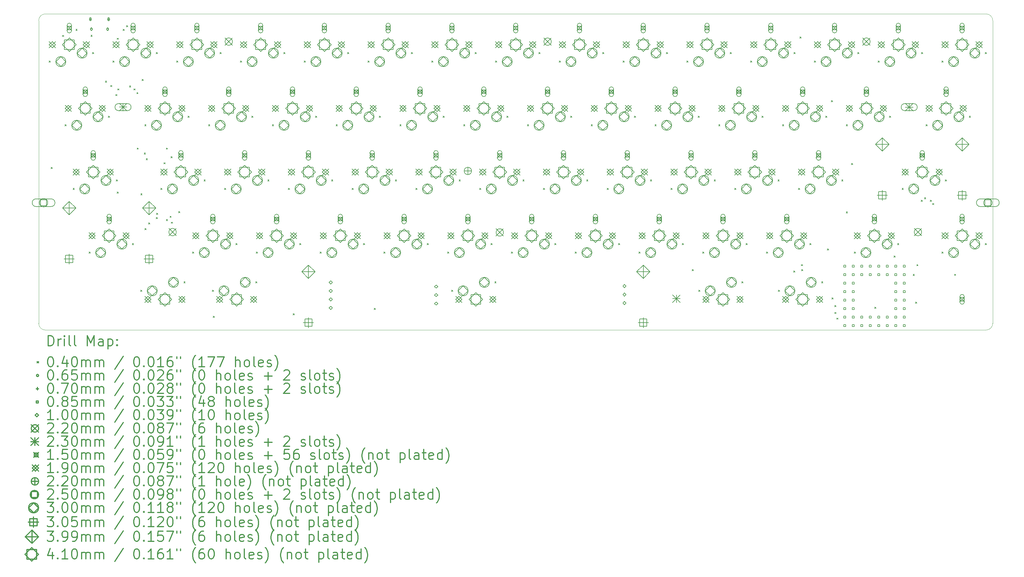
<source format=gbr>
%FSLAX45Y45*%
G04 Gerber Fmt 4.5, Leading zero omitted, Abs format (unit mm)*
G04 Created by KiCad (PCBNEW (5.1.9)-1) date 2021-11-21 10:51:02*
%MOMM*%
%LPD*%
G01*
G04 APERTURE LIST*
%TA.AperFunction,Profile*%
%ADD10C,0.050000*%
%TD*%
%ADD11C,0.200000*%
%ADD12C,0.300000*%
G04 APERTURE END LIST*
D10*
X35500000Y-19261000D02*
X35500000Y-10201000D01*
X7000000Y-10200000D02*
X7000000Y-19261000D01*
X7200000Y-19461000D02*
G75*
G02*
X7000000Y-19261000I0J200000D01*
G01*
X7000000Y-10200000D02*
G75*
G02*
X7200000Y-10000000I200000J0D01*
G01*
X35500000Y-19261000D02*
G75*
G02*
X35300000Y-19461000I-200000J0D01*
G01*
X35300000Y-10001000D02*
X7200000Y-10000000D01*
X7200000Y-19461000D02*
X35300000Y-19461000D01*
X35300000Y-10001000D02*
G75*
G02*
X35500000Y-10201000I0J-200000D01*
G01*
D11*
X7310800Y-11409000D02*
X7350800Y-11449000D01*
X7350800Y-11409000D02*
X7310800Y-11449000D01*
X7370000Y-14590000D02*
X7410000Y-14630000D01*
X7410000Y-14590000D02*
X7370000Y-14630000D01*
X7705000Y-10640000D02*
X7745000Y-10680000D01*
X7745000Y-10640000D02*
X7705000Y-10680000D01*
X7787050Y-13314000D02*
X7827050Y-13354000D01*
X7827050Y-13314000D02*
X7787050Y-13354000D01*
X8025180Y-15219000D02*
X8065180Y-15259000D01*
X8065180Y-15219000D02*
X8025180Y-15259000D01*
X8110000Y-10460000D02*
X8150000Y-10500000D01*
X8150000Y-10460000D02*
X8110000Y-10500000D01*
X8501420Y-17124000D02*
X8541420Y-17164000D01*
X8541420Y-17124000D02*
X8501420Y-17164000D01*
X8560000Y-10635000D02*
X8600000Y-10675000D01*
X8600000Y-10635000D02*
X8560000Y-10675000D01*
X8603500Y-11155000D02*
X8643500Y-11195000D01*
X8643500Y-11155000D02*
X8603500Y-11195000D01*
X8990000Y-12010000D02*
X9030000Y-12050000D01*
X9030000Y-12010000D02*
X8990000Y-12050000D01*
X9079750Y-13060000D02*
X9119750Y-13100000D01*
X9119750Y-13060000D02*
X9079750Y-13100000D01*
X9150000Y-12140000D02*
X9190000Y-12180000D01*
X9190000Y-12140000D02*
X9150000Y-12180000D01*
X9215800Y-11409000D02*
X9255800Y-11449000D01*
X9255800Y-11409000D02*
X9215800Y-11449000D01*
X9300000Y-12410000D02*
X9340000Y-12450000D01*
X9340000Y-12410000D02*
X9300000Y-12450000D01*
X9317880Y-14965000D02*
X9357880Y-15005000D01*
X9357880Y-14965000D02*
X9317880Y-15005000D01*
X9340000Y-15330000D02*
X9380000Y-15370000D01*
X9380000Y-15330000D02*
X9340000Y-15370000D01*
X9345000Y-10725000D02*
X9385000Y-10765000D01*
X9385000Y-10725000D02*
X9345000Y-10765000D01*
X9360000Y-12240000D02*
X9400000Y-12280000D01*
X9400000Y-12240000D02*
X9360000Y-12280000D01*
X9520000Y-10460000D02*
X9560000Y-10500000D01*
X9560000Y-10460000D02*
X9520000Y-10500000D01*
X9620000Y-10350000D02*
X9660000Y-10390000D01*
X9660000Y-10350000D02*
X9620000Y-10390000D01*
X9710000Y-12150000D02*
X9750000Y-12190000D01*
X9750000Y-12150000D02*
X9710000Y-12190000D01*
X9794120Y-16870000D02*
X9834120Y-16910000D01*
X9834120Y-16870000D02*
X9794120Y-16910000D01*
X9840000Y-12240000D02*
X9880000Y-12280000D01*
X9880000Y-12240000D02*
X9840000Y-12280000D01*
X9930000Y-12350000D02*
X9970000Y-12390000D01*
X9970000Y-12350000D02*
X9930000Y-12390000D01*
X9940000Y-14010000D02*
X9980000Y-14050000D01*
X9980000Y-14010000D02*
X9940000Y-14050000D01*
X10044016Y-18267032D02*
X10084016Y-18307032D01*
X10084016Y-18267032D02*
X10044016Y-18307032D01*
X10050000Y-15380000D02*
X10090000Y-15420000D01*
X10090000Y-15380000D02*
X10050000Y-15420000D01*
X10090000Y-11960000D02*
X10130000Y-12000000D01*
X10130000Y-11960000D02*
X10090000Y-12000000D01*
X10150000Y-14160000D02*
X10190000Y-14200000D01*
X10190000Y-14160000D02*
X10150000Y-14200000D01*
X10168300Y-13314000D02*
X10208300Y-13354000D01*
X10208300Y-13314000D02*
X10168300Y-13354000D01*
X10170000Y-16420000D02*
X10210000Y-16460000D01*
X10210000Y-16420000D02*
X10170000Y-16460000D01*
X10210000Y-14330000D02*
X10250000Y-14370000D01*
X10250000Y-14330000D02*
X10210000Y-14370000D01*
X10280000Y-16250000D02*
X10320000Y-16290000D01*
X10320000Y-16250000D02*
X10280000Y-16290000D01*
X10508500Y-11155000D02*
X10548500Y-11195000D01*
X10548500Y-11155000D02*
X10508500Y-11195000D01*
X10509999Y-16090000D02*
X10549999Y-16130000D01*
X10549999Y-16090000D02*
X10509999Y-16130000D01*
X10520000Y-15960000D02*
X10560000Y-16000000D01*
X10560000Y-15960000D02*
X10520000Y-16000000D01*
X10644600Y-15219000D02*
X10684600Y-15259000D01*
X10684600Y-15219000D02*
X10644600Y-15259000D01*
X10740000Y-14450000D02*
X10780000Y-14490000D01*
X10780000Y-14450000D02*
X10740000Y-14490000D01*
X10810000Y-14010000D02*
X10850000Y-14050000D01*
X10850000Y-14010000D02*
X10810000Y-14050000D01*
X10810000Y-16150000D02*
X10850000Y-16190000D01*
X10850000Y-16150000D02*
X10810000Y-16190000D01*
X10920000Y-16050000D02*
X10960000Y-16090000D01*
X10960000Y-16050000D02*
X10920000Y-16090000D01*
X10950000Y-14270000D02*
X10990000Y-14310000D01*
X10990000Y-14270000D02*
X10950000Y-14310000D01*
X10960000Y-16230000D02*
X11000000Y-16270000D01*
X11000000Y-16230000D02*
X10960000Y-16270000D01*
X11120800Y-11409000D02*
X11160800Y-11449000D01*
X11160800Y-11409000D02*
X11120800Y-11449000D01*
X11180000Y-15910000D02*
X11220000Y-15950000D01*
X11220000Y-15910000D02*
X11180000Y-15950000D01*
X11336716Y-18013032D02*
X11376716Y-18053032D01*
X11376716Y-18013032D02*
X11336716Y-18053032D01*
X11461000Y-13060000D02*
X11501000Y-13100000D01*
X11501000Y-13060000D02*
X11461000Y-13100000D01*
X11597000Y-17124000D02*
X11637000Y-17164000D01*
X11637000Y-17124000D02*
X11597000Y-17164000D01*
X11937300Y-14965000D02*
X11977300Y-15005000D01*
X11977300Y-14965000D02*
X11937300Y-15005000D01*
X12073300Y-13314000D02*
X12113300Y-13354000D01*
X12113300Y-13314000D02*
X12073300Y-13354000D01*
X12187184Y-18267032D02*
X12227184Y-18307032D01*
X12227184Y-18267032D02*
X12187184Y-18307032D01*
X12215000Y-19045000D02*
X12255000Y-19085000D01*
X12255000Y-19045000D02*
X12215000Y-19085000D01*
X12413500Y-11155000D02*
X12453500Y-11195000D01*
X12453500Y-11155000D02*
X12413500Y-11195000D01*
X12549600Y-15219000D02*
X12589600Y-15259000D01*
X12589600Y-15219000D02*
X12549600Y-15259000D01*
X12889700Y-16870000D02*
X12929700Y-16910000D01*
X12929700Y-16870000D02*
X12889700Y-16910000D01*
X13025800Y-11409000D02*
X13065800Y-11449000D01*
X13065800Y-11409000D02*
X13025800Y-11449000D01*
X13366000Y-13060000D02*
X13406000Y-13100000D01*
X13406000Y-13060000D02*
X13366000Y-13100000D01*
X13479884Y-18013032D02*
X13519884Y-18053032D01*
X13519884Y-18013032D02*
X13479884Y-18053032D01*
X13502000Y-17124000D02*
X13542000Y-17164000D01*
X13542000Y-17124000D02*
X13502000Y-17164000D01*
X13842300Y-14965000D02*
X13882300Y-15005000D01*
X13882300Y-14965000D02*
X13842300Y-15005000D01*
X13978300Y-13314000D02*
X14018300Y-13354000D01*
X14018300Y-13314000D02*
X13978300Y-13354000D01*
X14318500Y-11155000D02*
X14358500Y-11195000D01*
X14358500Y-11155000D02*
X14318500Y-11195000D01*
X14454600Y-15219000D02*
X14494600Y-15259000D01*
X14494600Y-15219000D02*
X14454600Y-15259000D01*
X14600000Y-18970000D02*
X14640000Y-19010000D01*
X14640000Y-18970000D02*
X14600000Y-19010000D01*
X14794700Y-16870000D02*
X14834700Y-16910000D01*
X14834700Y-16870000D02*
X14794700Y-16910000D01*
X14930800Y-11409000D02*
X14970800Y-11449000D01*
X14970800Y-11409000D02*
X14930800Y-11449000D01*
X15271000Y-13060000D02*
X15311000Y-13100000D01*
X15311000Y-13060000D02*
X15271000Y-13100000D01*
X15407000Y-17124000D02*
X15447000Y-17164000D01*
X15447000Y-17124000D02*
X15407000Y-17164000D01*
X15747300Y-14965000D02*
X15787300Y-15005000D01*
X15787300Y-14965000D02*
X15747300Y-15005000D01*
X15883300Y-13314000D02*
X15923300Y-13354000D01*
X15923300Y-13314000D02*
X15883300Y-13354000D01*
X16223500Y-11155000D02*
X16263500Y-11195000D01*
X16263500Y-11155000D02*
X16223500Y-11195000D01*
X16359600Y-15219000D02*
X16399600Y-15259000D01*
X16399600Y-15219000D02*
X16359600Y-15259000D01*
X16699700Y-16870000D02*
X16739700Y-16910000D01*
X16739700Y-16870000D02*
X16699700Y-16910000D01*
X16835800Y-11409000D02*
X16875800Y-11449000D01*
X16875800Y-11409000D02*
X16835800Y-11449000D01*
X17020000Y-18810000D02*
X17060000Y-18850000D01*
X17060000Y-18810000D02*
X17020000Y-18850000D01*
X17176000Y-13060000D02*
X17216000Y-13100000D01*
X17216000Y-13060000D02*
X17176000Y-13100000D01*
X17312000Y-17124000D02*
X17352000Y-17164000D01*
X17352000Y-17124000D02*
X17312000Y-17164000D01*
X17652300Y-14965000D02*
X17692300Y-15005000D01*
X17692300Y-14965000D02*
X17652300Y-15005000D01*
X17788300Y-13314000D02*
X17828300Y-13354000D01*
X17828300Y-13314000D02*
X17788300Y-13354000D01*
X18128500Y-11155000D02*
X18168500Y-11195000D01*
X18168500Y-11155000D02*
X18128500Y-11195000D01*
X18264600Y-15219000D02*
X18304600Y-15259000D01*
X18304600Y-15219000D02*
X18264600Y-15259000D01*
X18604700Y-16870000D02*
X18644700Y-16910000D01*
X18644700Y-16870000D02*
X18604700Y-16910000D01*
X18740800Y-11409000D02*
X18780800Y-11449000D01*
X18780800Y-11409000D02*
X18740800Y-11449000D01*
X19081000Y-13060000D02*
X19121000Y-13100000D01*
X19121000Y-13060000D02*
X19081000Y-13100000D01*
X19217000Y-17124000D02*
X19257000Y-17164000D01*
X19257000Y-17124000D02*
X19217000Y-17164000D01*
X19330944Y-18267032D02*
X19370944Y-18307032D01*
X19370944Y-18267032D02*
X19330944Y-18307032D01*
X19557300Y-14965000D02*
X19597300Y-15005000D01*
X19597300Y-14965000D02*
X19557300Y-15005000D01*
X19693300Y-13314000D02*
X19733300Y-13354000D01*
X19733300Y-13314000D02*
X19693300Y-13354000D01*
X20033500Y-11155000D02*
X20073500Y-11195000D01*
X20073500Y-11155000D02*
X20033500Y-11195000D01*
X20169600Y-15219000D02*
X20209600Y-15259000D01*
X20209600Y-15219000D02*
X20169600Y-15259000D01*
X20509700Y-16870000D02*
X20549700Y-16910000D01*
X20549700Y-16870000D02*
X20509700Y-16910000D01*
X20623644Y-18013032D02*
X20663644Y-18053032D01*
X20663644Y-18013032D02*
X20623644Y-18053032D01*
X20645800Y-11409000D02*
X20685800Y-11449000D01*
X20685800Y-11409000D02*
X20645800Y-11449000D01*
X20986000Y-13060000D02*
X21026000Y-13100000D01*
X21026000Y-13060000D02*
X20986000Y-13100000D01*
X21122000Y-17124000D02*
X21162000Y-17164000D01*
X21162000Y-17124000D02*
X21122000Y-17164000D01*
X21462300Y-14965000D02*
X21502300Y-15005000D01*
X21502300Y-14965000D02*
X21462300Y-15005000D01*
X21598300Y-13314000D02*
X21638300Y-13354000D01*
X21638300Y-13314000D02*
X21598300Y-13354000D01*
X21938500Y-11155000D02*
X21978500Y-11195000D01*
X21978500Y-11155000D02*
X21938500Y-11195000D01*
X22074600Y-15219000D02*
X22114600Y-15259000D01*
X22114600Y-15219000D02*
X22074600Y-15259000D01*
X22414700Y-16870000D02*
X22454700Y-16910000D01*
X22454700Y-16870000D02*
X22414700Y-16910000D01*
X22550800Y-11409000D02*
X22590800Y-11449000D01*
X22590800Y-11409000D02*
X22550800Y-11449000D01*
X22891000Y-13060000D02*
X22931000Y-13100000D01*
X22931000Y-13060000D02*
X22891000Y-13100000D01*
X23027000Y-17124000D02*
X23067000Y-17164000D01*
X23067000Y-17124000D02*
X23027000Y-17164000D01*
X23367300Y-14965000D02*
X23407300Y-15005000D01*
X23407300Y-14965000D02*
X23367300Y-15005000D01*
X23503300Y-13314000D02*
X23543300Y-13354000D01*
X23543300Y-13314000D02*
X23503300Y-13354000D01*
X23843500Y-11155000D02*
X23883500Y-11195000D01*
X23883500Y-11155000D02*
X23843500Y-11195000D01*
X23979600Y-15219000D02*
X24019600Y-15259000D01*
X24019600Y-15219000D02*
X23979600Y-15259000D01*
X24319700Y-16870000D02*
X24359700Y-16910000D01*
X24359700Y-16870000D02*
X24319700Y-16910000D01*
X24455800Y-11409000D02*
X24495800Y-11449000D01*
X24495800Y-11409000D02*
X24455800Y-11449000D01*
X24796000Y-13060000D02*
X24836000Y-13100000D01*
X24836000Y-13060000D02*
X24796000Y-13100000D01*
X24932000Y-17124000D02*
X24972000Y-17164000D01*
X24972000Y-17124000D02*
X24932000Y-17164000D01*
X25272300Y-14965000D02*
X25312300Y-15005000D01*
X25312300Y-14965000D02*
X25272300Y-15005000D01*
X25408300Y-13314000D02*
X25448300Y-13354000D01*
X25448300Y-13314000D02*
X25408300Y-13354000D01*
X25748500Y-11155000D02*
X25788500Y-11195000D01*
X25788500Y-11155000D02*
X25748500Y-11195000D01*
X25884600Y-15219000D02*
X25924600Y-15259000D01*
X25924600Y-15219000D02*
X25884600Y-15259000D01*
X26224700Y-16870000D02*
X26264700Y-16910000D01*
X26264700Y-16870000D02*
X26224700Y-16910000D01*
X26360800Y-11409000D02*
X26400800Y-11449000D01*
X26400800Y-11409000D02*
X26360800Y-11449000D01*
X26520000Y-17650000D02*
X26560000Y-17690000D01*
X26560000Y-17650000D02*
X26520000Y-17690000D01*
X26701000Y-13060000D02*
X26741000Y-13100000D01*
X26741000Y-13060000D02*
X26701000Y-13100000D01*
X26712828Y-18267016D02*
X26752828Y-18307016D01*
X26752828Y-18267016D02*
X26712828Y-18307016D01*
X26837000Y-17124000D02*
X26877000Y-17164000D01*
X26877000Y-17124000D02*
X26837000Y-17164000D01*
X27177300Y-14965000D02*
X27217300Y-15005000D01*
X27217300Y-14965000D02*
X27177300Y-15005000D01*
X27313300Y-13314000D02*
X27353300Y-13354000D01*
X27353300Y-13314000D02*
X27313300Y-13354000D01*
X27653500Y-11155000D02*
X27693500Y-11195000D01*
X27693500Y-11155000D02*
X27653500Y-11195000D01*
X27789600Y-15219000D02*
X27829600Y-15259000D01*
X27829600Y-15219000D02*
X27789600Y-15259000D01*
X28005528Y-18013016D02*
X28045528Y-18053016D01*
X28045528Y-18013016D02*
X28005528Y-18053016D01*
X28129700Y-16870000D02*
X28169700Y-16910000D01*
X28169700Y-16870000D02*
X28129700Y-16910000D01*
X28265800Y-11409000D02*
X28305800Y-11449000D01*
X28305800Y-11409000D02*
X28265800Y-11449000D01*
X28606000Y-13060000D02*
X28646000Y-13100000D01*
X28646000Y-13060000D02*
X28606000Y-13100000D01*
X28742000Y-17124000D02*
X28782000Y-17164000D01*
X28782000Y-17124000D02*
X28742000Y-17164000D01*
X29082300Y-14965000D02*
X29122300Y-15005000D01*
X29122300Y-14965000D02*
X29082300Y-15005000D01*
X29094176Y-18267032D02*
X29134176Y-18307032D01*
X29134176Y-18267032D02*
X29094176Y-18307032D01*
X29218300Y-13314000D02*
X29258300Y-13354000D01*
X29258300Y-13314000D02*
X29218300Y-13354000D01*
X29550000Y-17690000D02*
X29590000Y-17730000D01*
X29590000Y-17690000D02*
X29550000Y-17730000D01*
X29558500Y-11155000D02*
X29598500Y-11195000D01*
X29598500Y-11155000D02*
X29558500Y-11195000D01*
X29694600Y-15219000D02*
X29734600Y-15259000D01*
X29734600Y-15219000D02*
X29694600Y-15259000D01*
X29740000Y-10690000D02*
X29780000Y-10730000D01*
X29780000Y-10690000D02*
X29740000Y-10730000D01*
X29780000Y-17500000D02*
X29820000Y-17540000D01*
X29820000Y-17500000D02*
X29780000Y-17540000D01*
X29790000Y-17650000D02*
X29830000Y-17690000D01*
X29830000Y-17650000D02*
X29790000Y-17690000D01*
X30034700Y-16870000D02*
X30074700Y-16910000D01*
X30074700Y-16870000D02*
X30034700Y-16910000D01*
X30170800Y-11409000D02*
X30210800Y-11449000D01*
X30210800Y-11409000D02*
X30170800Y-11449000D01*
X30386876Y-18013032D02*
X30426876Y-18053032D01*
X30426876Y-18013032D02*
X30386876Y-18053032D01*
X30511000Y-13060000D02*
X30551000Y-13100000D01*
X30551000Y-13060000D02*
X30511000Y-13100000D01*
X30560000Y-17030000D02*
X30600000Y-17070000D01*
X30600000Y-17030000D02*
X30560000Y-17070000D01*
X30680000Y-12590000D02*
X30720000Y-12630000D01*
X30720000Y-12590000D02*
X30680000Y-12630000D01*
X30696265Y-18492500D02*
X30736265Y-18532500D01*
X30736265Y-18492500D02*
X30696265Y-18532500D01*
X30780000Y-18720000D02*
X30820000Y-18760000D01*
X30820000Y-18720000D02*
X30780000Y-18760000D01*
X30780000Y-18930000D02*
X30820000Y-18970000D01*
X30820000Y-18930000D02*
X30780000Y-18970000D01*
X30840000Y-19100000D02*
X30880000Y-19140000D01*
X30880000Y-19100000D02*
X30840000Y-19140000D01*
X30987300Y-14965000D02*
X31027300Y-15005000D01*
X31027300Y-14965000D02*
X30987300Y-15005000D01*
X31122499Y-15922499D02*
X31162499Y-15962499D01*
X31162499Y-15922499D02*
X31122499Y-15962499D01*
X31123300Y-13314000D02*
X31163300Y-13354000D01*
X31163300Y-13314000D02*
X31123300Y-13354000D01*
X31280000Y-14470000D02*
X31320000Y-14510000D01*
X31320000Y-14470000D02*
X31280000Y-14510000D01*
X31361400Y-17124000D02*
X31401400Y-17164000D01*
X31401400Y-17124000D02*
X31361400Y-17164000D01*
X31463500Y-11155000D02*
X31503500Y-11195000D01*
X31503500Y-11155000D02*
X31463500Y-11195000D01*
X31975000Y-18775000D02*
X32015000Y-18815000D01*
X32015000Y-18775000D02*
X31975000Y-18815000D01*
X32075800Y-11409000D02*
X32115800Y-11449000D01*
X32115800Y-11409000D02*
X32075800Y-11449000D01*
X32416000Y-13060000D02*
X32456000Y-13100000D01*
X32456000Y-13060000D02*
X32416000Y-13100000D01*
X32550000Y-17240000D02*
X32590000Y-17280000D01*
X32590000Y-17240000D02*
X32550000Y-17280000D01*
X32654100Y-16870000D02*
X32694100Y-16910000D01*
X32694100Y-16870000D02*
X32654100Y-16910000D01*
X32790200Y-15219000D02*
X32830200Y-15259000D01*
X32830200Y-15219000D02*
X32790200Y-15259000D01*
X33120000Y-17790000D02*
X33160000Y-17830000D01*
X33160000Y-17790000D02*
X33120000Y-17830000D01*
X33195000Y-18620000D02*
X33235000Y-18660000D01*
X33235000Y-18620000D02*
X33195000Y-18660000D01*
X33230000Y-17500000D02*
X33270000Y-17540000D01*
X33270000Y-17500000D02*
X33230000Y-17540000D01*
X33360000Y-15570000D02*
X33400000Y-15610000D01*
X33400000Y-15570000D02*
X33360000Y-15610000D01*
X33368500Y-11155000D02*
X33408500Y-11195000D01*
X33408500Y-11155000D02*
X33368500Y-11195000D01*
X33460000Y-15497500D02*
X33500000Y-15537500D01*
X33500000Y-15497500D02*
X33460000Y-15537500D01*
X33504600Y-13314000D02*
X33544600Y-13354000D01*
X33544600Y-13314000D02*
X33504600Y-13354000D01*
X33630000Y-15570000D02*
X33670000Y-15610000D01*
X33670000Y-15570000D02*
X33630000Y-15610000D01*
X33700000Y-15670000D02*
X33740000Y-15710000D01*
X33740000Y-15670000D02*
X33700000Y-15710000D01*
X33980800Y-11409000D02*
X34020800Y-11449000D01*
X34020800Y-11409000D02*
X33980800Y-11449000D01*
X33980800Y-17124000D02*
X34020800Y-17164000D01*
X34020800Y-17124000D02*
X33980800Y-17164000D01*
X34082900Y-14965000D02*
X34122900Y-15005000D01*
X34122900Y-14965000D02*
X34082900Y-15005000D01*
X34357500Y-17786000D02*
X34397500Y-17826000D01*
X34397500Y-17786000D02*
X34357500Y-17826000D01*
X34797300Y-13060000D02*
X34837300Y-13100000D01*
X34837300Y-13060000D02*
X34797300Y-13100000D01*
X35273500Y-11155000D02*
X35313500Y-11195000D01*
X35313500Y-11155000D02*
X35273500Y-11195000D01*
X35273500Y-16870000D02*
X35313500Y-16910000D01*
X35313500Y-16870000D02*
X35273500Y-16910000D01*
X8608000Y-10458500D02*
G75*
G03*
X8608000Y-10458500I-32500J0D01*
G01*
X8553000Y-10438500D02*
X8553000Y-10478500D01*
X8598000Y-10438500D02*
X8598000Y-10478500D01*
X8553000Y-10478500D02*
G75*
G03*
X8598000Y-10478500I22500J0D01*
G01*
X8598000Y-10438500D02*
G75*
G03*
X8553000Y-10438500I-22500J0D01*
G01*
X9092000Y-10458500D02*
G75*
G03*
X9092000Y-10458500I-32500J0D01*
G01*
X9037000Y-10438500D02*
X9037000Y-10478500D01*
X9082000Y-10438500D02*
X9082000Y-10478500D01*
X9037000Y-10478500D02*
G75*
G03*
X9082000Y-10478500I22500J0D01*
G01*
X9082000Y-10438500D02*
G75*
G03*
X9037000Y-10438500I-22500J0D01*
G01*
X8544500Y-10123500D02*
X8544500Y-10193500D01*
X8509500Y-10158500D02*
X8579500Y-10158500D01*
X8519500Y-10133500D02*
X8519500Y-10183500D01*
X8569500Y-10133500D02*
X8569500Y-10183500D01*
X8519500Y-10183500D02*
G75*
G03*
X8569500Y-10183500I25000J0D01*
G01*
X8569500Y-10133500D02*
G75*
G03*
X8519500Y-10133500I-25000J0D01*
G01*
X9090500Y-10123500D02*
X9090500Y-10193500D01*
X9055500Y-10158500D02*
X9125500Y-10158500D01*
X9065500Y-10133500D02*
X9065500Y-10183500D01*
X9115500Y-10133500D02*
X9115500Y-10183500D01*
X9065500Y-10183500D02*
G75*
G03*
X9115500Y-10183500I25000J0D01*
G01*
X9115500Y-10133500D02*
G75*
G03*
X9065500Y-10133500I-25000J0D01*
G01*
X31108552Y-17582052D02*
X31108552Y-17521948D01*
X31048448Y-17521948D01*
X31048448Y-17582052D01*
X31108552Y-17582052D01*
X31108552Y-17836052D02*
X31108552Y-17775948D01*
X31048448Y-17775948D01*
X31048448Y-17836052D01*
X31108552Y-17836052D01*
X31108552Y-18090052D02*
X31108552Y-18029948D01*
X31048448Y-18029948D01*
X31048448Y-18090052D01*
X31108552Y-18090052D01*
X31108552Y-18344052D02*
X31108552Y-18283948D01*
X31048448Y-18283948D01*
X31048448Y-18344052D01*
X31108552Y-18344052D01*
X31108552Y-18598052D02*
X31108552Y-18537948D01*
X31048448Y-18537948D01*
X31048448Y-18598052D01*
X31108552Y-18598052D01*
X31108552Y-18852052D02*
X31108552Y-18791948D01*
X31048448Y-18791948D01*
X31048448Y-18852052D01*
X31108552Y-18852052D01*
X31108552Y-19106052D02*
X31108552Y-19045948D01*
X31048448Y-19045948D01*
X31048448Y-19106052D01*
X31108552Y-19106052D01*
X31108552Y-19360052D02*
X31108552Y-19299948D01*
X31048448Y-19299948D01*
X31048448Y-19360052D01*
X31108552Y-19360052D01*
X31362552Y-17582052D02*
X31362552Y-17521948D01*
X31302448Y-17521948D01*
X31302448Y-17582052D01*
X31362552Y-17582052D01*
X31362552Y-17836052D02*
X31362552Y-17775948D01*
X31302448Y-17775948D01*
X31302448Y-17836052D01*
X31362552Y-17836052D01*
X31362552Y-18090052D02*
X31362552Y-18029948D01*
X31302448Y-18029948D01*
X31302448Y-18090052D01*
X31362552Y-18090052D01*
X31362552Y-18344052D02*
X31362552Y-18283948D01*
X31302448Y-18283948D01*
X31302448Y-18344052D01*
X31362552Y-18344052D01*
X31362552Y-18598052D02*
X31362552Y-18537948D01*
X31302448Y-18537948D01*
X31302448Y-18598052D01*
X31362552Y-18598052D01*
X31362552Y-18852052D02*
X31362552Y-18791948D01*
X31302448Y-18791948D01*
X31302448Y-18852052D01*
X31362552Y-18852052D01*
X31362552Y-19106052D02*
X31362552Y-19045948D01*
X31302448Y-19045948D01*
X31302448Y-19106052D01*
X31362552Y-19106052D01*
X31362552Y-19360052D02*
X31362552Y-19299948D01*
X31302448Y-19299948D01*
X31302448Y-19360052D01*
X31362552Y-19360052D01*
X31616552Y-17582052D02*
X31616552Y-17521948D01*
X31556448Y-17521948D01*
X31556448Y-17582052D01*
X31616552Y-17582052D01*
X31616552Y-17836052D02*
X31616552Y-17775948D01*
X31556448Y-17775948D01*
X31556448Y-17836052D01*
X31616552Y-17836052D01*
X31616552Y-19106052D02*
X31616552Y-19045948D01*
X31556448Y-19045948D01*
X31556448Y-19106052D01*
X31616552Y-19106052D01*
X31616552Y-19360052D02*
X31616552Y-19299948D01*
X31556448Y-19299948D01*
X31556448Y-19360052D01*
X31616552Y-19360052D01*
X31870552Y-17582052D02*
X31870552Y-17521948D01*
X31810448Y-17521948D01*
X31810448Y-17582052D01*
X31870552Y-17582052D01*
X31870552Y-17836052D02*
X31870552Y-17775948D01*
X31810448Y-17775948D01*
X31810448Y-17836052D01*
X31870552Y-17836052D01*
X31870552Y-19106052D02*
X31870552Y-19045948D01*
X31810448Y-19045948D01*
X31810448Y-19106052D01*
X31870552Y-19106052D01*
X31870552Y-19360052D02*
X31870552Y-19299948D01*
X31810448Y-19299948D01*
X31810448Y-19360052D01*
X31870552Y-19360052D01*
X32124552Y-17582052D02*
X32124552Y-17521948D01*
X32064448Y-17521948D01*
X32064448Y-17582052D01*
X32124552Y-17582052D01*
X32124552Y-17836052D02*
X32124552Y-17775948D01*
X32064448Y-17775948D01*
X32064448Y-17836052D01*
X32124552Y-17836052D01*
X32124552Y-19106052D02*
X32124552Y-19045948D01*
X32064448Y-19045948D01*
X32064448Y-19106052D01*
X32124552Y-19106052D01*
X32124552Y-19360052D02*
X32124552Y-19299948D01*
X32064448Y-19299948D01*
X32064448Y-19360052D01*
X32124552Y-19360052D01*
X32378552Y-17582052D02*
X32378552Y-17521948D01*
X32318448Y-17521948D01*
X32318448Y-17582052D01*
X32378552Y-17582052D01*
X32378552Y-17836052D02*
X32378552Y-17775948D01*
X32318448Y-17775948D01*
X32318448Y-17836052D01*
X32378552Y-17836052D01*
X32378552Y-19106052D02*
X32378552Y-19045948D01*
X32318448Y-19045948D01*
X32318448Y-19106052D01*
X32378552Y-19106052D01*
X32378552Y-19360052D02*
X32378552Y-19299948D01*
X32318448Y-19299948D01*
X32318448Y-19360052D01*
X32378552Y-19360052D01*
X32632552Y-17582052D02*
X32632552Y-17521948D01*
X32572448Y-17521948D01*
X32572448Y-17582052D01*
X32632552Y-17582052D01*
X32632552Y-17836052D02*
X32632552Y-17775948D01*
X32572448Y-17775948D01*
X32572448Y-17836052D01*
X32632552Y-17836052D01*
X32632552Y-18090052D02*
X32632552Y-18029948D01*
X32572448Y-18029948D01*
X32572448Y-18090052D01*
X32632552Y-18090052D01*
X32632552Y-18344052D02*
X32632552Y-18283948D01*
X32572448Y-18283948D01*
X32572448Y-18344052D01*
X32632552Y-18344052D01*
X32632552Y-18598052D02*
X32632552Y-18537948D01*
X32572448Y-18537948D01*
X32572448Y-18598052D01*
X32632552Y-18598052D01*
X32632552Y-18852052D02*
X32632552Y-18791948D01*
X32572448Y-18791948D01*
X32572448Y-18852052D01*
X32632552Y-18852052D01*
X32632552Y-19106052D02*
X32632552Y-19045948D01*
X32572448Y-19045948D01*
X32572448Y-19106052D01*
X32632552Y-19106052D01*
X32632552Y-19360052D02*
X32632552Y-19299948D01*
X32572448Y-19299948D01*
X32572448Y-19360052D01*
X32632552Y-19360052D01*
X32886552Y-17582052D02*
X32886552Y-17521948D01*
X32826448Y-17521948D01*
X32826448Y-17582052D01*
X32886552Y-17582052D01*
X32886552Y-17836052D02*
X32886552Y-17775948D01*
X32826448Y-17775948D01*
X32826448Y-17836052D01*
X32886552Y-17836052D01*
X32886552Y-18090052D02*
X32886552Y-18029948D01*
X32826448Y-18029948D01*
X32826448Y-18090052D01*
X32886552Y-18090052D01*
X32886552Y-18344052D02*
X32886552Y-18283948D01*
X32826448Y-18283948D01*
X32826448Y-18344052D01*
X32886552Y-18344052D01*
X32886552Y-18598052D02*
X32886552Y-18537948D01*
X32826448Y-18537948D01*
X32826448Y-18598052D01*
X32886552Y-18598052D01*
X32886552Y-18852052D02*
X32886552Y-18791948D01*
X32826448Y-18791948D01*
X32826448Y-18852052D01*
X32886552Y-18852052D01*
X32886552Y-19106052D02*
X32886552Y-19045948D01*
X32826448Y-19045948D01*
X32826448Y-19106052D01*
X32886552Y-19106052D01*
X32886552Y-19360052D02*
X32886552Y-19299948D01*
X32826448Y-19299948D01*
X32826448Y-19360052D01*
X32886552Y-19360052D01*
X15722200Y-18088000D02*
X15772200Y-18038000D01*
X15722200Y-17988000D01*
X15672200Y-18038000D01*
X15722200Y-18088000D01*
X15722200Y-18342000D02*
X15772200Y-18292000D01*
X15722200Y-18242000D01*
X15672200Y-18292000D01*
X15722200Y-18342000D01*
X15722200Y-18596000D02*
X15772200Y-18546000D01*
X15722200Y-18496000D01*
X15672200Y-18546000D01*
X15722200Y-18596000D01*
X15722200Y-18850000D02*
X15772200Y-18800000D01*
X15722200Y-18750000D01*
X15672200Y-18800000D01*
X15722200Y-18850000D01*
X18871600Y-18208400D02*
X18921600Y-18158400D01*
X18871600Y-18108400D01*
X18821600Y-18158400D01*
X18871600Y-18208400D01*
X18871600Y-18462400D02*
X18921600Y-18412400D01*
X18871600Y-18362400D01*
X18821600Y-18412400D01*
X18871600Y-18462400D01*
X18871600Y-18716400D02*
X18921600Y-18666400D01*
X18871600Y-18616400D01*
X18821600Y-18666400D01*
X18871600Y-18716400D01*
X24500000Y-18192800D02*
X24550000Y-18142800D01*
X24500000Y-18092800D01*
X24450000Y-18142800D01*
X24500000Y-18192800D01*
X24500000Y-18446800D02*
X24550000Y-18396800D01*
X24500000Y-18346800D01*
X24450000Y-18396800D01*
X24500000Y-18446800D01*
X24500000Y-18700800D02*
X24550000Y-18650800D01*
X24500000Y-18600800D01*
X24450000Y-18650800D01*
X24500000Y-18700800D01*
X10890000Y-16420000D02*
X11110000Y-16640000D01*
X11110000Y-16420000D02*
X10890000Y-16640000D01*
X11110000Y-16530000D02*
G75*
G03*
X11110000Y-16530000I-110000J0D01*
G01*
X12567500Y-10720000D02*
X12787500Y-10940000D01*
X12787500Y-10720000D02*
X12567500Y-10940000D01*
X12787500Y-10830000D02*
G75*
G03*
X12787500Y-10830000I-110000J0D01*
G01*
X20663800Y-16430000D02*
X20883800Y-16650000D01*
X20883800Y-16430000D02*
X20663800Y-16650000D01*
X20883800Y-16540000D02*
G75*
G03*
X20883800Y-16540000I-110000J0D01*
G01*
X22092500Y-10721000D02*
X22312500Y-10941000D01*
X22312500Y-10721000D02*
X22092500Y-10941000D01*
X22312500Y-10831000D02*
G75*
G03*
X22312500Y-10831000I-110000J0D01*
G01*
X31617500Y-10720000D02*
X31837500Y-10940000D01*
X31837500Y-10720000D02*
X31617500Y-10940000D01*
X31837500Y-10830000D02*
G75*
G03*
X31837500Y-10830000I-110000J0D01*
G01*
X33155000Y-16420000D02*
X33375000Y-16640000D01*
X33375000Y-16420000D02*
X33155000Y-16640000D01*
X33375000Y-16530000D02*
G75*
G03*
X33375000Y-16530000I-110000J0D01*
G01*
X9405000Y-12675000D02*
X9635000Y-12905000D01*
X9635000Y-12675000D02*
X9405000Y-12905000D01*
X9520000Y-12675000D02*
X9520000Y-12905000D01*
X9405000Y-12790000D02*
X9635000Y-12790000D01*
X9385000Y-12895000D02*
X9655000Y-12895000D01*
X9385000Y-12685000D02*
X9655000Y-12685000D01*
X9655000Y-12895000D02*
G75*
G03*
X9655000Y-12685000I0J105000D01*
G01*
X9385000Y-12685000D02*
G75*
G03*
X9385000Y-12895000I0J-105000D01*
G01*
X25935000Y-18405000D02*
X26165000Y-18635000D01*
X26165000Y-18405000D02*
X25935000Y-18635000D01*
X26050000Y-18405000D02*
X26050000Y-18635000D01*
X25935000Y-18520000D02*
X26165000Y-18520000D01*
X32890000Y-12676000D02*
X33120000Y-12906000D01*
X33120000Y-12676000D02*
X32890000Y-12906000D01*
X33005000Y-12676000D02*
X33005000Y-12906000D01*
X32890000Y-12791000D02*
X33120000Y-12791000D01*
X32870000Y-12896000D02*
X33140000Y-12896000D01*
X32870000Y-12686000D02*
X33140000Y-12686000D01*
X33140000Y-12896000D02*
G75*
G03*
X33140000Y-12686000I0J105000D01*
G01*
X32870000Y-12686000D02*
G75*
G03*
X32870000Y-12896000I0J-105000D01*
G01*
X7840000Y-10350000D02*
X7990000Y-10500000D01*
X7990000Y-10350000D02*
X7840000Y-10500000D01*
X7968033Y-10478034D02*
X7968033Y-10371967D01*
X7861966Y-10371967D01*
X7861966Y-10478034D01*
X7968033Y-10478034D01*
X7980000Y-10507500D02*
X7980000Y-10342500D01*
X7850000Y-10507500D02*
X7850000Y-10342500D01*
X7980000Y-10342500D02*
G75*
G03*
X7850000Y-10342500I-65000J0D01*
G01*
X7850000Y-10507500D02*
G75*
G03*
X7980000Y-10507500I65000J0D01*
G01*
X8316250Y-12255000D02*
X8466250Y-12405000D01*
X8466250Y-12255000D02*
X8316250Y-12405000D01*
X8444284Y-12383033D02*
X8444284Y-12276966D01*
X8338216Y-12276966D01*
X8338216Y-12383033D01*
X8444284Y-12383033D01*
X8326250Y-12247500D02*
X8326250Y-12412500D01*
X8456250Y-12247500D02*
X8456250Y-12412500D01*
X8326250Y-12412500D02*
G75*
G03*
X8456250Y-12412500I65000J0D01*
G01*
X8456250Y-12247500D02*
G75*
G03*
X8326250Y-12247500I-65000J0D01*
G01*
X8554380Y-14160000D02*
X8704380Y-14310000D01*
X8704380Y-14160000D02*
X8554380Y-14310000D01*
X8682414Y-14288033D02*
X8682414Y-14181966D01*
X8576347Y-14181966D01*
X8576347Y-14288033D01*
X8682414Y-14288033D01*
X8694380Y-14317500D02*
X8694380Y-14152500D01*
X8564380Y-14317500D02*
X8564380Y-14152500D01*
X8694380Y-14152500D02*
G75*
G03*
X8564380Y-14152500I-65000J0D01*
G01*
X8564380Y-14317500D02*
G75*
G03*
X8694380Y-14317500I65000J0D01*
G01*
X9030620Y-16065000D02*
X9180620Y-16215000D01*
X9180620Y-16065000D02*
X9030620Y-16215000D01*
X9158654Y-16193033D02*
X9158654Y-16086966D01*
X9052587Y-16086966D01*
X9052587Y-16193033D01*
X9158654Y-16193033D01*
X9040620Y-16057500D02*
X9040620Y-16222500D01*
X9170620Y-16057500D02*
X9170620Y-16222500D01*
X9040620Y-16222500D02*
G75*
G03*
X9170620Y-16222500I65000J0D01*
G01*
X9170620Y-16057500D02*
G75*
G03*
X9040620Y-16057500I-65000J0D01*
G01*
X9745000Y-10350000D02*
X9895000Y-10500000D01*
X9895000Y-10350000D02*
X9745000Y-10500000D01*
X9873034Y-10478034D02*
X9873034Y-10371967D01*
X9766967Y-10371967D01*
X9766967Y-10478034D01*
X9873034Y-10478034D01*
X9885000Y-10507500D02*
X9885000Y-10342500D01*
X9755000Y-10507500D02*
X9755000Y-10342500D01*
X9885000Y-10342500D02*
G75*
G03*
X9755000Y-10342500I-65000J0D01*
G01*
X9755000Y-10507500D02*
G75*
G03*
X9885000Y-10507500I65000J0D01*
G01*
X10697500Y-12255000D02*
X10847500Y-12405000D01*
X10847500Y-12255000D02*
X10697500Y-12405000D01*
X10825534Y-12383033D02*
X10825534Y-12276966D01*
X10719467Y-12276966D01*
X10719467Y-12383033D01*
X10825534Y-12383033D01*
X10707500Y-12247500D02*
X10707500Y-12412500D01*
X10837500Y-12247500D02*
X10837500Y-12412500D01*
X10707500Y-12412500D02*
G75*
G03*
X10837500Y-12412500I65000J0D01*
G01*
X10837500Y-12247500D02*
G75*
G03*
X10707500Y-12247500I-65000J0D01*
G01*
X11173800Y-14160000D02*
X11323800Y-14310000D01*
X11323800Y-14160000D02*
X11173800Y-14310000D01*
X11301833Y-14288033D02*
X11301833Y-14181966D01*
X11195766Y-14181966D01*
X11195766Y-14288033D01*
X11301833Y-14288033D01*
X11313800Y-14317500D02*
X11313800Y-14152500D01*
X11183800Y-14317500D02*
X11183800Y-14152500D01*
X11313800Y-14152500D02*
G75*
G03*
X11183800Y-14152500I-65000J0D01*
G01*
X11183800Y-14317500D02*
G75*
G03*
X11313800Y-14317500I65000J0D01*
G01*
X11650000Y-10350000D02*
X11800000Y-10500000D01*
X11800000Y-10350000D02*
X11650000Y-10500000D01*
X11778033Y-10478034D02*
X11778033Y-10371967D01*
X11671966Y-10371967D01*
X11671966Y-10478034D01*
X11778033Y-10478034D01*
X11790000Y-10507500D02*
X11790000Y-10342500D01*
X11660000Y-10507500D02*
X11660000Y-10342500D01*
X11790000Y-10342500D02*
G75*
G03*
X11660000Y-10342500I-65000J0D01*
G01*
X11660000Y-10507500D02*
G75*
G03*
X11790000Y-10507500I65000J0D01*
G01*
X12126200Y-16065000D02*
X12276200Y-16215000D01*
X12276200Y-16065000D02*
X12126200Y-16215000D01*
X12254233Y-16193033D02*
X12254233Y-16086966D01*
X12148166Y-16086966D01*
X12148166Y-16193033D01*
X12254233Y-16193033D01*
X12136200Y-16057500D02*
X12136200Y-16222500D01*
X12266200Y-16057500D02*
X12266200Y-16222500D01*
X12136200Y-16222500D02*
G75*
G03*
X12266200Y-16222500I65000J0D01*
G01*
X12266200Y-16057500D02*
G75*
G03*
X12136200Y-16057500I-65000J0D01*
G01*
X12602500Y-12255000D02*
X12752500Y-12405000D01*
X12752500Y-12255000D02*
X12602500Y-12405000D01*
X12730533Y-12383033D02*
X12730533Y-12276966D01*
X12624466Y-12276966D01*
X12624466Y-12383033D01*
X12730533Y-12383033D01*
X12612500Y-12247500D02*
X12612500Y-12412500D01*
X12742500Y-12247500D02*
X12742500Y-12412500D01*
X12612500Y-12412500D02*
G75*
G03*
X12742500Y-12412500I65000J0D01*
G01*
X12742500Y-12247500D02*
G75*
G03*
X12612500Y-12247500I-65000J0D01*
G01*
X13078800Y-14160000D02*
X13228800Y-14310000D01*
X13228800Y-14160000D02*
X13078800Y-14310000D01*
X13206833Y-14288033D02*
X13206833Y-14181966D01*
X13100766Y-14181966D01*
X13100766Y-14288033D01*
X13206833Y-14288033D01*
X13218800Y-14317500D02*
X13218800Y-14152500D01*
X13088800Y-14317500D02*
X13088800Y-14152500D01*
X13218800Y-14152500D02*
G75*
G03*
X13088800Y-14152500I-65000J0D01*
G01*
X13088800Y-14317500D02*
G75*
G03*
X13218800Y-14317500I65000J0D01*
G01*
X13555000Y-10350000D02*
X13705000Y-10500000D01*
X13705000Y-10350000D02*
X13555000Y-10500000D01*
X13683033Y-10478034D02*
X13683033Y-10371967D01*
X13576966Y-10371967D01*
X13576966Y-10478034D01*
X13683033Y-10478034D01*
X13695000Y-10507500D02*
X13695000Y-10342500D01*
X13565000Y-10507500D02*
X13565000Y-10342500D01*
X13695000Y-10342500D02*
G75*
G03*
X13565000Y-10342500I-65000J0D01*
G01*
X13565000Y-10507500D02*
G75*
G03*
X13695000Y-10507500I65000J0D01*
G01*
X14031200Y-16065000D02*
X14181200Y-16215000D01*
X14181200Y-16065000D02*
X14031200Y-16215000D01*
X14159233Y-16193033D02*
X14159233Y-16086966D01*
X14053166Y-16086966D01*
X14053166Y-16193033D01*
X14159233Y-16193033D01*
X14041200Y-16057500D02*
X14041200Y-16222500D01*
X14171200Y-16057500D02*
X14171200Y-16222500D01*
X14041200Y-16222500D02*
G75*
G03*
X14171200Y-16222500I65000J0D01*
G01*
X14171200Y-16057500D02*
G75*
G03*
X14041200Y-16057500I-65000J0D01*
G01*
X14507500Y-12255000D02*
X14657500Y-12405000D01*
X14657500Y-12255000D02*
X14507500Y-12405000D01*
X14635533Y-12383033D02*
X14635533Y-12276966D01*
X14529466Y-12276966D01*
X14529466Y-12383033D01*
X14635533Y-12383033D01*
X14517500Y-12247500D02*
X14517500Y-12412500D01*
X14647500Y-12247500D02*
X14647500Y-12412500D01*
X14517500Y-12412500D02*
G75*
G03*
X14647500Y-12412500I65000J0D01*
G01*
X14647500Y-12247500D02*
G75*
G03*
X14517500Y-12247500I-65000J0D01*
G01*
X14983800Y-14160000D02*
X15133800Y-14310000D01*
X15133800Y-14160000D02*
X14983800Y-14310000D01*
X15111833Y-14288033D02*
X15111833Y-14181966D01*
X15005766Y-14181966D01*
X15005766Y-14288033D01*
X15111833Y-14288033D01*
X15123800Y-14317500D02*
X15123800Y-14152500D01*
X14993800Y-14317500D02*
X14993800Y-14152500D01*
X15123800Y-14152500D02*
G75*
G03*
X14993800Y-14152500I-65000J0D01*
G01*
X14993800Y-14317500D02*
G75*
G03*
X15123800Y-14317500I65000J0D01*
G01*
X15460000Y-10350000D02*
X15610000Y-10500000D01*
X15610000Y-10350000D02*
X15460000Y-10500000D01*
X15588033Y-10478034D02*
X15588033Y-10371967D01*
X15481966Y-10371967D01*
X15481966Y-10478034D01*
X15588033Y-10478034D01*
X15600000Y-10507500D02*
X15600000Y-10342500D01*
X15470000Y-10507500D02*
X15470000Y-10342500D01*
X15600000Y-10342500D02*
G75*
G03*
X15470000Y-10342500I-65000J0D01*
G01*
X15470000Y-10507500D02*
G75*
G03*
X15600000Y-10507500I65000J0D01*
G01*
X15936200Y-16065000D02*
X16086200Y-16215000D01*
X16086200Y-16065000D02*
X15936200Y-16215000D01*
X16064233Y-16193033D02*
X16064233Y-16086966D01*
X15958166Y-16086966D01*
X15958166Y-16193033D01*
X16064233Y-16193033D01*
X15946200Y-16057500D02*
X15946200Y-16222500D01*
X16076200Y-16057500D02*
X16076200Y-16222500D01*
X15946200Y-16222500D02*
G75*
G03*
X16076200Y-16222500I65000J0D01*
G01*
X16076200Y-16057500D02*
G75*
G03*
X15946200Y-16057500I-65000J0D01*
G01*
X16412500Y-12255000D02*
X16562500Y-12405000D01*
X16562500Y-12255000D02*
X16412500Y-12405000D01*
X16540533Y-12383033D02*
X16540533Y-12276966D01*
X16434466Y-12276966D01*
X16434466Y-12383033D01*
X16540533Y-12383033D01*
X16422500Y-12247500D02*
X16422500Y-12412500D01*
X16552500Y-12247500D02*
X16552500Y-12412500D01*
X16422500Y-12412500D02*
G75*
G03*
X16552500Y-12412500I65000J0D01*
G01*
X16552500Y-12247500D02*
G75*
G03*
X16422500Y-12247500I-65000J0D01*
G01*
X16888800Y-14160000D02*
X17038800Y-14310000D01*
X17038800Y-14160000D02*
X16888800Y-14310000D01*
X17016834Y-14288033D02*
X17016834Y-14181966D01*
X16910767Y-14181966D01*
X16910767Y-14288033D01*
X17016834Y-14288033D01*
X17028800Y-14317500D02*
X17028800Y-14152500D01*
X16898800Y-14317500D02*
X16898800Y-14152500D01*
X17028800Y-14152500D02*
G75*
G03*
X16898800Y-14152500I-65000J0D01*
G01*
X16898800Y-14317500D02*
G75*
G03*
X17028800Y-14317500I65000J0D01*
G01*
X17365000Y-10350000D02*
X17515000Y-10500000D01*
X17515000Y-10350000D02*
X17365000Y-10500000D01*
X17493034Y-10478034D02*
X17493034Y-10371967D01*
X17386967Y-10371967D01*
X17386967Y-10478034D01*
X17493034Y-10478034D01*
X17505000Y-10507500D02*
X17505000Y-10342500D01*
X17375000Y-10507500D02*
X17375000Y-10342500D01*
X17505000Y-10342500D02*
G75*
G03*
X17375000Y-10342500I-65000J0D01*
G01*
X17375000Y-10507500D02*
G75*
G03*
X17505000Y-10507500I65000J0D01*
G01*
X17841200Y-16065000D02*
X17991200Y-16215000D01*
X17991200Y-16065000D02*
X17841200Y-16215000D01*
X17969234Y-16193033D02*
X17969234Y-16086966D01*
X17863167Y-16086966D01*
X17863167Y-16193033D01*
X17969234Y-16193033D01*
X17851200Y-16057500D02*
X17851200Y-16222500D01*
X17981200Y-16057500D02*
X17981200Y-16222500D01*
X17851200Y-16222500D02*
G75*
G03*
X17981200Y-16222500I65000J0D01*
G01*
X17981200Y-16057500D02*
G75*
G03*
X17851200Y-16057500I-65000J0D01*
G01*
X18317500Y-12255000D02*
X18467500Y-12405000D01*
X18467500Y-12255000D02*
X18317500Y-12405000D01*
X18445534Y-12383033D02*
X18445534Y-12276966D01*
X18339467Y-12276966D01*
X18339467Y-12383033D01*
X18445534Y-12383033D01*
X18327500Y-12247500D02*
X18327500Y-12412500D01*
X18457500Y-12247500D02*
X18457500Y-12412500D01*
X18327500Y-12412500D02*
G75*
G03*
X18457500Y-12412500I65000J0D01*
G01*
X18457500Y-12247500D02*
G75*
G03*
X18327500Y-12247500I-65000J0D01*
G01*
X18793800Y-14160000D02*
X18943800Y-14310000D01*
X18943800Y-14160000D02*
X18793800Y-14310000D01*
X18921834Y-14288033D02*
X18921834Y-14181966D01*
X18815767Y-14181966D01*
X18815767Y-14288033D01*
X18921834Y-14288033D01*
X18933800Y-14317500D02*
X18933800Y-14152500D01*
X18803800Y-14317500D02*
X18803800Y-14152500D01*
X18933800Y-14152500D02*
G75*
G03*
X18803800Y-14152500I-65000J0D01*
G01*
X18803800Y-14317500D02*
G75*
G03*
X18933800Y-14317500I65000J0D01*
G01*
X19270000Y-10350000D02*
X19420000Y-10500000D01*
X19420000Y-10350000D02*
X19270000Y-10500000D01*
X19398034Y-10478034D02*
X19398034Y-10371967D01*
X19291967Y-10371967D01*
X19291967Y-10478034D01*
X19398034Y-10478034D01*
X19410000Y-10507500D02*
X19410000Y-10342500D01*
X19280000Y-10507500D02*
X19280000Y-10342500D01*
X19410000Y-10342500D02*
G75*
G03*
X19280000Y-10342500I-65000J0D01*
G01*
X19280000Y-10507500D02*
G75*
G03*
X19410000Y-10507500I65000J0D01*
G01*
X19746200Y-16065000D02*
X19896200Y-16215000D01*
X19896200Y-16065000D02*
X19746200Y-16215000D01*
X19874234Y-16193033D02*
X19874234Y-16086966D01*
X19768167Y-16086966D01*
X19768167Y-16193033D01*
X19874234Y-16193033D01*
X19756200Y-16057500D02*
X19756200Y-16222500D01*
X19886200Y-16057500D02*
X19886200Y-16222500D01*
X19756200Y-16222500D02*
G75*
G03*
X19886200Y-16222500I65000J0D01*
G01*
X19886200Y-16057500D02*
G75*
G03*
X19756200Y-16057500I-65000J0D01*
G01*
X20222500Y-12255000D02*
X20372500Y-12405000D01*
X20372500Y-12255000D02*
X20222500Y-12405000D01*
X20350534Y-12383033D02*
X20350534Y-12276966D01*
X20244467Y-12276966D01*
X20244467Y-12383033D01*
X20350534Y-12383033D01*
X20232500Y-12247500D02*
X20232500Y-12412500D01*
X20362500Y-12247500D02*
X20362500Y-12412500D01*
X20232500Y-12412500D02*
G75*
G03*
X20362500Y-12412500I65000J0D01*
G01*
X20362500Y-12247500D02*
G75*
G03*
X20232500Y-12247500I-65000J0D01*
G01*
X20698800Y-14160000D02*
X20848800Y-14310000D01*
X20848800Y-14160000D02*
X20698800Y-14310000D01*
X20826834Y-14288033D02*
X20826834Y-14181966D01*
X20720767Y-14181966D01*
X20720767Y-14288033D01*
X20826834Y-14288033D01*
X20838800Y-14317500D02*
X20838800Y-14152500D01*
X20708800Y-14317500D02*
X20708800Y-14152500D01*
X20838800Y-14152500D02*
G75*
G03*
X20708800Y-14152500I-65000J0D01*
G01*
X20708800Y-14317500D02*
G75*
G03*
X20838800Y-14317500I65000J0D01*
G01*
X21175000Y-10350000D02*
X21325000Y-10500000D01*
X21325000Y-10350000D02*
X21175000Y-10500000D01*
X21303034Y-10478034D02*
X21303034Y-10371967D01*
X21196967Y-10371967D01*
X21196967Y-10478034D01*
X21303034Y-10478034D01*
X21315000Y-10507500D02*
X21315000Y-10342500D01*
X21185000Y-10507500D02*
X21185000Y-10342500D01*
X21315000Y-10342500D02*
G75*
G03*
X21185000Y-10342500I-65000J0D01*
G01*
X21185000Y-10507500D02*
G75*
G03*
X21315000Y-10507500I65000J0D01*
G01*
X21651200Y-16065000D02*
X21801200Y-16215000D01*
X21801200Y-16065000D02*
X21651200Y-16215000D01*
X21779234Y-16193033D02*
X21779234Y-16086966D01*
X21673167Y-16086966D01*
X21673167Y-16193033D01*
X21779234Y-16193033D01*
X21661200Y-16057500D02*
X21661200Y-16222500D01*
X21791200Y-16057500D02*
X21791200Y-16222500D01*
X21661200Y-16222500D02*
G75*
G03*
X21791200Y-16222500I65000J0D01*
G01*
X21791200Y-16057500D02*
G75*
G03*
X21661200Y-16057500I-65000J0D01*
G01*
X22127500Y-12255000D02*
X22277500Y-12405000D01*
X22277500Y-12255000D02*
X22127500Y-12405000D01*
X22255534Y-12383033D02*
X22255534Y-12276966D01*
X22149467Y-12276966D01*
X22149467Y-12383033D01*
X22255534Y-12383033D01*
X22137500Y-12247500D02*
X22137500Y-12412500D01*
X22267500Y-12247500D02*
X22267500Y-12412500D01*
X22137500Y-12412500D02*
G75*
G03*
X22267500Y-12412500I65000J0D01*
G01*
X22267500Y-12247500D02*
G75*
G03*
X22137500Y-12247500I-65000J0D01*
G01*
X22603800Y-14160000D02*
X22753800Y-14310000D01*
X22753800Y-14160000D02*
X22603800Y-14310000D01*
X22731833Y-14288033D02*
X22731833Y-14181966D01*
X22625766Y-14181966D01*
X22625766Y-14288033D01*
X22731833Y-14288033D01*
X22743800Y-14317500D02*
X22743800Y-14152500D01*
X22613800Y-14317500D02*
X22613800Y-14152500D01*
X22743800Y-14152500D02*
G75*
G03*
X22613800Y-14152500I-65000J0D01*
G01*
X22613800Y-14317500D02*
G75*
G03*
X22743800Y-14317500I65000J0D01*
G01*
X23080000Y-10350000D02*
X23230000Y-10500000D01*
X23230000Y-10350000D02*
X23080000Y-10500000D01*
X23208033Y-10478034D02*
X23208033Y-10371967D01*
X23101966Y-10371967D01*
X23101966Y-10478034D01*
X23208033Y-10478034D01*
X23220000Y-10507500D02*
X23220000Y-10342500D01*
X23090000Y-10507500D02*
X23090000Y-10342500D01*
X23220000Y-10342500D02*
G75*
G03*
X23090000Y-10342500I-65000J0D01*
G01*
X23090000Y-10507500D02*
G75*
G03*
X23220000Y-10507500I65000J0D01*
G01*
X23556200Y-16065000D02*
X23706200Y-16215000D01*
X23706200Y-16065000D02*
X23556200Y-16215000D01*
X23684233Y-16193033D02*
X23684233Y-16086966D01*
X23578166Y-16086966D01*
X23578166Y-16193033D01*
X23684233Y-16193033D01*
X23566200Y-16057500D02*
X23566200Y-16222500D01*
X23696200Y-16057500D02*
X23696200Y-16222500D01*
X23566200Y-16222500D02*
G75*
G03*
X23696200Y-16222500I65000J0D01*
G01*
X23696200Y-16057500D02*
G75*
G03*
X23566200Y-16057500I-65000J0D01*
G01*
X24032500Y-12255000D02*
X24182500Y-12405000D01*
X24182500Y-12255000D02*
X24032500Y-12405000D01*
X24160533Y-12383033D02*
X24160533Y-12276966D01*
X24054466Y-12276966D01*
X24054466Y-12383033D01*
X24160533Y-12383033D01*
X24042500Y-12247500D02*
X24042500Y-12412500D01*
X24172500Y-12247500D02*
X24172500Y-12412500D01*
X24042500Y-12412500D02*
G75*
G03*
X24172500Y-12412500I65000J0D01*
G01*
X24172500Y-12247500D02*
G75*
G03*
X24042500Y-12247500I-65000J0D01*
G01*
X24508800Y-14160000D02*
X24658800Y-14310000D01*
X24658800Y-14160000D02*
X24508800Y-14310000D01*
X24636833Y-14288033D02*
X24636833Y-14181966D01*
X24530766Y-14181966D01*
X24530766Y-14288033D01*
X24636833Y-14288033D01*
X24648800Y-14317500D02*
X24648800Y-14152500D01*
X24518800Y-14317500D02*
X24518800Y-14152500D01*
X24648800Y-14152500D02*
G75*
G03*
X24518800Y-14152500I-65000J0D01*
G01*
X24518800Y-14317500D02*
G75*
G03*
X24648800Y-14317500I65000J0D01*
G01*
X24985000Y-10350000D02*
X25135000Y-10500000D01*
X25135000Y-10350000D02*
X24985000Y-10500000D01*
X25113033Y-10478034D02*
X25113033Y-10371967D01*
X25006966Y-10371967D01*
X25006966Y-10478034D01*
X25113033Y-10478034D01*
X25125000Y-10507500D02*
X25125000Y-10342500D01*
X24995000Y-10507500D02*
X24995000Y-10342500D01*
X25125000Y-10342500D02*
G75*
G03*
X24995000Y-10342500I-65000J0D01*
G01*
X24995000Y-10507500D02*
G75*
G03*
X25125000Y-10507500I65000J0D01*
G01*
X25461200Y-16065000D02*
X25611200Y-16215000D01*
X25611200Y-16065000D02*
X25461200Y-16215000D01*
X25589233Y-16193033D02*
X25589233Y-16086966D01*
X25483166Y-16086966D01*
X25483166Y-16193033D01*
X25589233Y-16193033D01*
X25471200Y-16057500D02*
X25471200Y-16222500D01*
X25601200Y-16057500D02*
X25601200Y-16222500D01*
X25471200Y-16222500D02*
G75*
G03*
X25601200Y-16222500I65000J0D01*
G01*
X25601200Y-16057500D02*
G75*
G03*
X25471200Y-16057500I-65000J0D01*
G01*
X25937500Y-12255000D02*
X26087500Y-12405000D01*
X26087500Y-12255000D02*
X25937500Y-12405000D01*
X26065533Y-12383033D02*
X26065533Y-12276966D01*
X25959466Y-12276966D01*
X25959466Y-12383033D01*
X26065533Y-12383033D01*
X25947500Y-12247500D02*
X25947500Y-12412500D01*
X26077500Y-12247500D02*
X26077500Y-12412500D01*
X25947500Y-12412500D02*
G75*
G03*
X26077500Y-12412500I65000J0D01*
G01*
X26077500Y-12247500D02*
G75*
G03*
X25947500Y-12247500I-65000J0D01*
G01*
X26413800Y-14160000D02*
X26563800Y-14310000D01*
X26563800Y-14160000D02*
X26413800Y-14310000D01*
X26541833Y-14288033D02*
X26541833Y-14181966D01*
X26435766Y-14181966D01*
X26435766Y-14288033D01*
X26541833Y-14288033D01*
X26553800Y-14317500D02*
X26553800Y-14152500D01*
X26423800Y-14317500D02*
X26423800Y-14152500D01*
X26553800Y-14152500D02*
G75*
G03*
X26423800Y-14152500I-65000J0D01*
G01*
X26423800Y-14317500D02*
G75*
G03*
X26553800Y-14317500I65000J0D01*
G01*
X26890000Y-10350000D02*
X27040000Y-10500000D01*
X27040000Y-10350000D02*
X26890000Y-10500000D01*
X27018033Y-10478034D02*
X27018033Y-10371967D01*
X26911966Y-10371967D01*
X26911966Y-10478034D01*
X27018033Y-10478034D01*
X27030000Y-10507500D02*
X27030000Y-10342500D01*
X26900000Y-10507500D02*
X26900000Y-10342500D01*
X27030000Y-10342500D02*
G75*
G03*
X26900000Y-10342500I-65000J0D01*
G01*
X26900000Y-10507500D02*
G75*
G03*
X27030000Y-10507500I65000J0D01*
G01*
X27366200Y-16065000D02*
X27516200Y-16215000D01*
X27516200Y-16065000D02*
X27366200Y-16215000D01*
X27494233Y-16193033D02*
X27494233Y-16086966D01*
X27388166Y-16086966D01*
X27388166Y-16193033D01*
X27494233Y-16193033D01*
X27376200Y-16057500D02*
X27376200Y-16222500D01*
X27506200Y-16057500D02*
X27506200Y-16222500D01*
X27376200Y-16222500D02*
G75*
G03*
X27506200Y-16222500I65000J0D01*
G01*
X27506200Y-16057500D02*
G75*
G03*
X27376200Y-16057500I-65000J0D01*
G01*
X27842500Y-12255000D02*
X27992500Y-12405000D01*
X27992500Y-12255000D02*
X27842500Y-12405000D01*
X27970533Y-12383033D02*
X27970533Y-12276966D01*
X27864466Y-12276966D01*
X27864466Y-12383033D01*
X27970533Y-12383033D01*
X27852500Y-12247500D02*
X27852500Y-12412500D01*
X27982500Y-12247500D02*
X27982500Y-12412500D01*
X27852500Y-12412500D02*
G75*
G03*
X27982500Y-12412500I65000J0D01*
G01*
X27982500Y-12247500D02*
G75*
G03*
X27852500Y-12247500I-65000J0D01*
G01*
X28318800Y-14160000D02*
X28468800Y-14310000D01*
X28468800Y-14160000D02*
X28318800Y-14310000D01*
X28446833Y-14288033D02*
X28446833Y-14181966D01*
X28340766Y-14181966D01*
X28340766Y-14288033D01*
X28446833Y-14288033D01*
X28458800Y-14317500D02*
X28458800Y-14152500D01*
X28328800Y-14317500D02*
X28328800Y-14152500D01*
X28458800Y-14152500D02*
G75*
G03*
X28328800Y-14152500I-65000J0D01*
G01*
X28328800Y-14317500D02*
G75*
G03*
X28458800Y-14317500I65000J0D01*
G01*
X28795000Y-10350000D02*
X28945000Y-10500000D01*
X28945000Y-10350000D02*
X28795000Y-10500000D01*
X28923033Y-10478034D02*
X28923033Y-10371967D01*
X28816966Y-10371967D01*
X28816966Y-10478034D01*
X28923033Y-10478034D01*
X28935000Y-10507500D02*
X28935000Y-10342500D01*
X28805000Y-10507500D02*
X28805000Y-10342500D01*
X28935000Y-10342500D02*
G75*
G03*
X28805000Y-10342500I-65000J0D01*
G01*
X28805000Y-10507500D02*
G75*
G03*
X28935000Y-10507500I65000J0D01*
G01*
X29271200Y-16065000D02*
X29421200Y-16215000D01*
X29421200Y-16065000D02*
X29271200Y-16215000D01*
X29399233Y-16193033D02*
X29399233Y-16086966D01*
X29293166Y-16086966D01*
X29293166Y-16193033D01*
X29399233Y-16193033D01*
X29281200Y-16057500D02*
X29281200Y-16222500D01*
X29411200Y-16057500D02*
X29411200Y-16222500D01*
X29281200Y-16222500D02*
G75*
G03*
X29411200Y-16222500I65000J0D01*
G01*
X29411200Y-16057500D02*
G75*
G03*
X29281200Y-16057500I-65000J0D01*
G01*
X29747500Y-12255000D02*
X29897500Y-12405000D01*
X29897500Y-12255000D02*
X29747500Y-12405000D01*
X29875533Y-12383033D02*
X29875533Y-12276966D01*
X29769466Y-12276966D01*
X29769466Y-12383033D01*
X29875533Y-12383033D01*
X29757500Y-12247500D02*
X29757500Y-12412500D01*
X29887500Y-12247500D02*
X29887500Y-12412500D01*
X29757500Y-12412500D02*
G75*
G03*
X29887500Y-12412500I65000J0D01*
G01*
X29887500Y-12247500D02*
G75*
G03*
X29757500Y-12247500I-65000J0D01*
G01*
X30223800Y-14160000D02*
X30373800Y-14310000D01*
X30373800Y-14160000D02*
X30223800Y-14310000D01*
X30351833Y-14288033D02*
X30351833Y-14181966D01*
X30245766Y-14181966D01*
X30245766Y-14288033D01*
X30351833Y-14288033D01*
X30363800Y-14317500D02*
X30363800Y-14152500D01*
X30233800Y-14317500D02*
X30233800Y-14152500D01*
X30363800Y-14152500D02*
G75*
G03*
X30233800Y-14152500I-65000J0D01*
G01*
X30233800Y-14317500D02*
G75*
G03*
X30363800Y-14317500I65000J0D01*
G01*
X30700000Y-10350000D02*
X30850000Y-10500000D01*
X30850000Y-10350000D02*
X30700000Y-10500000D01*
X30828033Y-10478034D02*
X30828033Y-10371967D01*
X30721966Y-10371967D01*
X30721966Y-10478034D01*
X30828033Y-10478034D01*
X30840000Y-10507500D02*
X30840000Y-10342500D01*
X30710000Y-10507500D02*
X30710000Y-10342500D01*
X30840000Y-10342500D02*
G75*
G03*
X30710000Y-10342500I-65000J0D01*
G01*
X30710000Y-10507500D02*
G75*
G03*
X30840000Y-10507500I65000J0D01*
G01*
X31652500Y-12255000D02*
X31802500Y-12405000D01*
X31802500Y-12255000D02*
X31652500Y-12405000D01*
X31780533Y-12383033D02*
X31780533Y-12276966D01*
X31674466Y-12276966D01*
X31674466Y-12383033D01*
X31780533Y-12383033D01*
X31662500Y-12247500D02*
X31662500Y-12412500D01*
X31792500Y-12247500D02*
X31792500Y-12412500D01*
X31662500Y-12412500D02*
G75*
G03*
X31792500Y-12412500I65000J0D01*
G01*
X31792500Y-12247500D02*
G75*
G03*
X31662500Y-12247500I-65000J0D01*
G01*
X31890600Y-16065000D02*
X32040600Y-16215000D01*
X32040600Y-16065000D02*
X31890600Y-16215000D01*
X32018633Y-16193033D02*
X32018633Y-16086966D01*
X31912566Y-16086966D01*
X31912566Y-16193033D01*
X32018633Y-16193033D01*
X31900600Y-16057500D02*
X31900600Y-16222500D01*
X32030600Y-16057500D02*
X32030600Y-16222500D01*
X31900600Y-16222500D02*
G75*
G03*
X32030600Y-16222500I65000J0D01*
G01*
X32030600Y-16057500D02*
G75*
G03*
X31900600Y-16057500I-65000J0D01*
G01*
X32605000Y-10350000D02*
X32755000Y-10500000D01*
X32755000Y-10350000D02*
X32605000Y-10500000D01*
X32733033Y-10478034D02*
X32733033Y-10371967D01*
X32626966Y-10371967D01*
X32626966Y-10478034D01*
X32733033Y-10478034D01*
X32745000Y-10507500D02*
X32745000Y-10342500D01*
X32615000Y-10507500D02*
X32615000Y-10342500D01*
X32745000Y-10342500D02*
G75*
G03*
X32615000Y-10342500I-65000J0D01*
G01*
X32615000Y-10507500D02*
G75*
G03*
X32745000Y-10507500I65000J0D01*
G01*
X33319400Y-14160000D02*
X33469400Y-14310000D01*
X33469400Y-14160000D02*
X33319400Y-14310000D01*
X33447433Y-14288033D02*
X33447433Y-14181966D01*
X33341366Y-14181966D01*
X33341366Y-14288033D01*
X33447433Y-14288033D01*
X33459400Y-14317500D02*
X33459400Y-14152500D01*
X33329400Y-14317500D02*
X33329400Y-14152500D01*
X33459400Y-14152500D02*
G75*
G03*
X33329400Y-14152500I-65000J0D01*
G01*
X33329400Y-14317500D02*
G75*
G03*
X33459400Y-14317500I65000J0D01*
G01*
X34033800Y-12255000D02*
X34183800Y-12405000D01*
X34183800Y-12255000D02*
X34033800Y-12405000D01*
X34161834Y-12383033D02*
X34161834Y-12276966D01*
X34055767Y-12276966D01*
X34055767Y-12383033D01*
X34161834Y-12383033D01*
X34043800Y-12247500D02*
X34043800Y-12412500D01*
X34173800Y-12247500D02*
X34173800Y-12412500D01*
X34043800Y-12412500D02*
G75*
G03*
X34173800Y-12412500I65000J0D01*
G01*
X34173800Y-12247500D02*
G75*
G03*
X34043800Y-12247500I-65000J0D01*
G01*
X34510000Y-10350000D02*
X34660000Y-10500000D01*
X34660000Y-10350000D02*
X34510000Y-10500000D01*
X34638034Y-10478034D02*
X34638034Y-10371967D01*
X34531967Y-10371967D01*
X34531967Y-10478034D01*
X34638034Y-10478034D01*
X34650000Y-10507500D02*
X34650000Y-10342500D01*
X34520000Y-10507500D02*
X34520000Y-10342500D01*
X34650000Y-10342500D02*
G75*
G03*
X34520000Y-10342500I-65000J0D01*
G01*
X34520000Y-10507500D02*
G75*
G03*
X34650000Y-10507500I65000J0D01*
G01*
X34510000Y-16065000D02*
X34660000Y-16215000D01*
X34660000Y-16065000D02*
X34510000Y-16215000D01*
X34638034Y-16193033D02*
X34638034Y-16086966D01*
X34531967Y-16086966D01*
X34531967Y-16193033D01*
X34638034Y-16193033D01*
X34520000Y-16057500D02*
X34520000Y-16222500D01*
X34650000Y-16057500D02*
X34650000Y-16222500D01*
X34520000Y-16222500D02*
G75*
G03*
X34650000Y-16222500I65000J0D01*
G01*
X34650000Y-16057500D02*
G75*
G03*
X34520000Y-16057500I-65000J0D01*
G01*
X34510100Y-18466000D02*
X34660100Y-18616000D01*
X34660100Y-18466000D02*
X34510100Y-18616000D01*
X34638134Y-18594034D02*
X34638134Y-18487967D01*
X34532067Y-18487967D01*
X34532067Y-18594034D01*
X34638134Y-18594034D01*
X34650100Y-18623500D02*
X34650100Y-18458500D01*
X34520100Y-18623500D02*
X34520100Y-18458500D01*
X34650100Y-18458500D02*
G75*
G03*
X34520100Y-18458500I-65000J0D01*
G01*
X34520100Y-18623500D02*
G75*
G03*
X34650100Y-18623500I65000J0D01*
G01*
X7312000Y-10826000D02*
X7502000Y-11016000D01*
X7502000Y-10826000D02*
X7312000Y-11016000D01*
X7407000Y-11016000D02*
X7502000Y-10921000D01*
X7407000Y-10826000D01*
X7312000Y-10921000D01*
X7407000Y-11016000D01*
X7788250Y-12731000D02*
X7978250Y-12921000D01*
X7978250Y-12731000D02*
X7788250Y-12921000D01*
X7883250Y-12921000D02*
X7978250Y-12826000D01*
X7883250Y-12731000D01*
X7788250Y-12826000D01*
X7883250Y-12921000D01*
X8026380Y-14636000D02*
X8216380Y-14826000D01*
X8216380Y-14636000D02*
X8026380Y-14826000D01*
X8121380Y-14826000D02*
X8216380Y-14731000D01*
X8121380Y-14636000D01*
X8026380Y-14731000D01*
X8121380Y-14826000D01*
X8328000Y-10826000D02*
X8518000Y-11016000D01*
X8518000Y-10826000D02*
X8328000Y-11016000D01*
X8423000Y-11016000D02*
X8518000Y-10921000D01*
X8423000Y-10826000D01*
X8328000Y-10921000D01*
X8423000Y-11016000D01*
X8502620Y-16541000D02*
X8692620Y-16731000D01*
X8692620Y-16541000D02*
X8502620Y-16731000D01*
X8597620Y-16731000D02*
X8692620Y-16636000D01*
X8597620Y-16541000D01*
X8502620Y-16636000D01*
X8597620Y-16731000D01*
X8804250Y-12731000D02*
X8994250Y-12921000D01*
X8994250Y-12731000D02*
X8804250Y-12921000D01*
X8899250Y-12921000D02*
X8994250Y-12826000D01*
X8899250Y-12731000D01*
X8804250Y-12826000D01*
X8899250Y-12921000D01*
X9042380Y-14636000D02*
X9232380Y-14826000D01*
X9232380Y-14636000D02*
X9042380Y-14826000D01*
X9137380Y-14826000D02*
X9232380Y-14731000D01*
X9137380Y-14636000D01*
X9042380Y-14731000D01*
X9137380Y-14826000D01*
X9217000Y-10826000D02*
X9407000Y-11016000D01*
X9407000Y-10826000D02*
X9217000Y-11016000D01*
X9312000Y-11016000D02*
X9407000Y-10921000D01*
X9312000Y-10826000D01*
X9217000Y-10921000D01*
X9312000Y-11016000D01*
X9518620Y-16541000D02*
X9708620Y-16731000D01*
X9708620Y-16541000D02*
X9518620Y-16731000D01*
X9613620Y-16731000D02*
X9708620Y-16636000D01*
X9613620Y-16541000D01*
X9518620Y-16636000D01*
X9613620Y-16731000D01*
X10169500Y-12731000D02*
X10359500Y-12921000D01*
X10359500Y-12731000D02*
X10169500Y-12921000D01*
X10264500Y-12921000D02*
X10359500Y-12826000D01*
X10264500Y-12731000D01*
X10169500Y-12826000D01*
X10264500Y-12921000D01*
X10169516Y-18446032D02*
X10359516Y-18636032D01*
X10359516Y-18446032D02*
X10169516Y-18636032D01*
X10264516Y-18636032D02*
X10359516Y-18541032D01*
X10264516Y-18446032D01*
X10169516Y-18541032D01*
X10264516Y-18636032D01*
X10233000Y-10826000D02*
X10423000Y-11016000D01*
X10423000Y-10826000D02*
X10233000Y-11016000D01*
X10328000Y-11016000D02*
X10423000Y-10921000D01*
X10328000Y-10826000D01*
X10233000Y-10921000D01*
X10328000Y-11016000D01*
X10645800Y-14636000D02*
X10835800Y-14826000D01*
X10835800Y-14636000D02*
X10645800Y-14826000D01*
X10740800Y-14826000D02*
X10835800Y-14731000D01*
X10740800Y-14636000D01*
X10645800Y-14731000D01*
X10740800Y-14826000D01*
X11122000Y-10826000D02*
X11312000Y-11016000D01*
X11312000Y-10826000D02*
X11122000Y-11016000D01*
X11217000Y-11016000D02*
X11312000Y-10921000D01*
X11217000Y-10826000D01*
X11122000Y-10921000D01*
X11217000Y-11016000D01*
X11185500Y-12731000D02*
X11375500Y-12921000D01*
X11375500Y-12731000D02*
X11185500Y-12921000D01*
X11280500Y-12921000D02*
X11375500Y-12826000D01*
X11280500Y-12731000D01*
X11185500Y-12826000D01*
X11280500Y-12921000D01*
X11185516Y-18446032D02*
X11375516Y-18636032D01*
X11375516Y-18446032D02*
X11185516Y-18636032D01*
X11280516Y-18636032D02*
X11375516Y-18541032D01*
X11280516Y-18446032D01*
X11185516Y-18541032D01*
X11280516Y-18636032D01*
X11598200Y-16541000D02*
X11788200Y-16731000D01*
X11788200Y-16541000D02*
X11598200Y-16731000D01*
X11693200Y-16731000D02*
X11788200Y-16636000D01*
X11693200Y-16541000D01*
X11598200Y-16636000D01*
X11693200Y-16731000D01*
X11661800Y-14636000D02*
X11851800Y-14826000D01*
X11851800Y-14636000D02*
X11661800Y-14826000D01*
X11756800Y-14826000D02*
X11851800Y-14731000D01*
X11756800Y-14636000D01*
X11661800Y-14731000D01*
X11756800Y-14826000D01*
X12074500Y-12731000D02*
X12264500Y-12921000D01*
X12264500Y-12731000D02*
X12074500Y-12921000D01*
X12169500Y-12921000D02*
X12264500Y-12826000D01*
X12169500Y-12731000D01*
X12074500Y-12826000D01*
X12169500Y-12921000D01*
X12138000Y-10826000D02*
X12328000Y-11016000D01*
X12328000Y-10826000D02*
X12138000Y-11016000D01*
X12233000Y-11016000D02*
X12328000Y-10921000D01*
X12233000Y-10826000D01*
X12138000Y-10921000D01*
X12233000Y-11016000D01*
X12312684Y-18446032D02*
X12502684Y-18636032D01*
X12502684Y-18446032D02*
X12312684Y-18636032D01*
X12407684Y-18636032D02*
X12502684Y-18541032D01*
X12407684Y-18446032D01*
X12312684Y-18541032D01*
X12407684Y-18636032D01*
X12550800Y-14636000D02*
X12740800Y-14826000D01*
X12740800Y-14636000D02*
X12550800Y-14826000D01*
X12645800Y-14826000D02*
X12740800Y-14731000D01*
X12645800Y-14636000D01*
X12550800Y-14731000D01*
X12645800Y-14826000D01*
X12614200Y-16541000D02*
X12804200Y-16731000D01*
X12804200Y-16541000D02*
X12614200Y-16731000D01*
X12709200Y-16731000D02*
X12804200Y-16636000D01*
X12709200Y-16541000D01*
X12614200Y-16636000D01*
X12709200Y-16731000D01*
X13027000Y-10826000D02*
X13217000Y-11016000D01*
X13217000Y-10826000D02*
X13027000Y-11016000D01*
X13122000Y-11016000D02*
X13217000Y-10921000D01*
X13122000Y-10826000D01*
X13027000Y-10921000D01*
X13122000Y-11016000D01*
X13090500Y-12731000D02*
X13280500Y-12921000D01*
X13280500Y-12731000D02*
X13090500Y-12921000D01*
X13185500Y-12921000D02*
X13280500Y-12826000D01*
X13185500Y-12731000D01*
X13090500Y-12826000D01*
X13185500Y-12921000D01*
X13328684Y-18446032D02*
X13518684Y-18636032D01*
X13518684Y-18446032D02*
X13328684Y-18636032D01*
X13423684Y-18636032D02*
X13518684Y-18541032D01*
X13423684Y-18446032D01*
X13328684Y-18541032D01*
X13423684Y-18636032D01*
X13503200Y-16541000D02*
X13693200Y-16731000D01*
X13693200Y-16541000D02*
X13503200Y-16731000D01*
X13598200Y-16731000D02*
X13693200Y-16636000D01*
X13598200Y-16541000D01*
X13503200Y-16636000D01*
X13598200Y-16731000D01*
X13566800Y-14636000D02*
X13756800Y-14826000D01*
X13756800Y-14636000D02*
X13566800Y-14826000D01*
X13661800Y-14826000D02*
X13756800Y-14731000D01*
X13661800Y-14636000D01*
X13566800Y-14731000D01*
X13661800Y-14826000D01*
X13979500Y-12731000D02*
X14169500Y-12921000D01*
X14169500Y-12731000D02*
X13979500Y-12921000D01*
X14074500Y-12921000D02*
X14169500Y-12826000D01*
X14074500Y-12731000D01*
X13979500Y-12826000D01*
X14074500Y-12921000D01*
X14043000Y-10826000D02*
X14233000Y-11016000D01*
X14233000Y-10826000D02*
X14043000Y-11016000D01*
X14138000Y-11016000D02*
X14233000Y-10921000D01*
X14138000Y-10826000D01*
X14043000Y-10921000D01*
X14138000Y-11016000D01*
X14455800Y-14636000D02*
X14645800Y-14826000D01*
X14645800Y-14636000D02*
X14455800Y-14826000D01*
X14550800Y-14826000D02*
X14645800Y-14731000D01*
X14550800Y-14636000D01*
X14455800Y-14731000D01*
X14550800Y-14826000D01*
X14519200Y-16541000D02*
X14709200Y-16731000D01*
X14709200Y-16541000D02*
X14519200Y-16731000D01*
X14614200Y-16731000D02*
X14709200Y-16636000D01*
X14614200Y-16541000D01*
X14519200Y-16636000D01*
X14614200Y-16731000D01*
X14932000Y-10826000D02*
X15122000Y-11016000D01*
X15122000Y-10826000D02*
X14932000Y-11016000D01*
X15027000Y-11016000D02*
X15122000Y-10921000D01*
X15027000Y-10826000D01*
X14932000Y-10921000D01*
X15027000Y-11016000D01*
X14995500Y-12731000D02*
X15185500Y-12921000D01*
X15185500Y-12731000D02*
X14995500Y-12921000D01*
X15090500Y-12921000D02*
X15185500Y-12826000D01*
X15090500Y-12731000D01*
X14995500Y-12826000D01*
X15090500Y-12921000D01*
X15408200Y-16541000D02*
X15598200Y-16731000D01*
X15598200Y-16541000D02*
X15408200Y-16731000D01*
X15503200Y-16731000D02*
X15598200Y-16636000D01*
X15503200Y-16541000D01*
X15408200Y-16636000D01*
X15503200Y-16731000D01*
X15471800Y-14636000D02*
X15661800Y-14826000D01*
X15661800Y-14636000D02*
X15471800Y-14826000D01*
X15566800Y-14826000D02*
X15661800Y-14731000D01*
X15566800Y-14636000D01*
X15471800Y-14731000D01*
X15566800Y-14826000D01*
X15884500Y-12731000D02*
X16074500Y-12921000D01*
X16074500Y-12731000D02*
X15884500Y-12921000D01*
X15979500Y-12921000D02*
X16074500Y-12826000D01*
X15979500Y-12731000D01*
X15884500Y-12826000D01*
X15979500Y-12921000D01*
X15948000Y-10826000D02*
X16138000Y-11016000D01*
X16138000Y-10826000D02*
X15948000Y-11016000D01*
X16043000Y-11016000D02*
X16138000Y-10921000D01*
X16043000Y-10826000D01*
X15948000Y-10921000D01*
X16043000Y-11016000D01*
X16360800Y-14636000D02*
X16550800Y-14826000D01*
X16550800Y-14636000D02*
X16360800Y-14826000D01*
X16455800Y-14826000D02*
X16550800Y-14731000D01*
X16455800Y-14636000D01*
X16360800Y-14731000D01*
X16455800Y-14826000D01*
X16424200Y-16541000D02*
X16614200Y-16731000D01*
X16614200Y-16541000D02*
X16424200Y-16731000D01*
X16519200Y-16731000D02*
X16614200Y-16636000D01*
X16519200Y-16541000D01*
X16424200Y-16636000D01*
X16519200Y-16731000D01*
X16837000Y-10826000D02*
X17027000Y-11016000D01*
X17027000Y-10826000D02*
X16837000Y-11016000D01*
X16932000Y-11016000D02*
X17027000Y-10921000D01*
X16932000Y-10826000D01*
X16837000Y-10921000D01*
X16932000Y-11016000D01*
X16900500Y-12731000D02*
X17090500Y-12921000D01*
X17090500Y-12731000D02*
X16900500Y-12921000D01*
X16995500Y-12921000D02*
X17090500Y-12826000D01*
X16995500Y-12731000D01*
X16900500Y-12826000D01*
X16995500Y-12921000D01*
X17313200Y-16541000D02*
X17503200Y-16731000D01*
X17503200Y-16541000D02*
X17313200Y-16731000D01*
X17408200Y-16731000D02*
X17503200Y-16636000D01*
X17408200Y-16541000D01*
X17313200Y-16636000D01*
X17408200Y-16731000D01*
X17376800Y-14636000D02*
X17566800Y-14826000D01*
X17566800Y-14636000D02*
X17376800Y-14826000D01*
X17471800Y-14826000D02*
X17566800Y-14731000D01*
X17471800Y-14636000D01*
X17376800Y-14731000D01*
X17471800Y-14826000D01*
X17789500Y-12731000D02*
X17979500Y-12921000D01*
X17979500Y-12731000D02*
X17789500Y-12921000D01*
X17884500Y-12921000D02*
X17979500Y-12826000D01*
X17884500Y-12731000D01*
X17789500Y-12826000D01*
X17884500Y-12921000D01*
X17853000Y-10826000D02*
X18043000Y-11016000D01*
X18043000Y-10826000D02*
X17853000Y-11016000D01*
X17948000Y-11016000D02*
X18043000Y-10921000D01*
X17948000Y-10826000D01*
X17853000Y-10921000D01*
X17948000Y-11016000D01*
X18265800Y-14636000D02*
X18455800Y-14826000D01*
X18455800Y-14636000D02*
X18265800Y-14826000D01*
X18360800Y-14826000D02*
X18455800Y-14731000D01*
X18360800Y-14636000D01*
X18265800Y-14731000D01*
X18360800Y-14826000D01*
X18329200Y-16541000D02*
X18519200Y-16731000D01*
X18519200Y-16541000D02*
X18329200Y-16731000D01*
X18424200Y-16731000D02*
X18519200Y-16636000D01*
X18424200Y-16541000D01*
X18329200Y-16636000D01*
X18424200Y-16731000D01*
X18742000Y-10826000D02*
X18932000Y-11016000D01*
X18932000Y-10826000D02*
X18742000Y-11016000D01*
X18837000Y-11016000D02*
X18932000Y-10921000D01*
X18837000Y-10826000D01*
X18742000Y-10921000D01*
X18837000Y-11016000D01*
X18805500Y-12731000D02*
X18995500Y-12921000D01*
X18995500Y-12731000D02*
X18805500Y-12921000D01*
X18900500Y-12921000D02*
X18995500Y-12826000D01*
X18900500Y-12731000D01*
X18805500Y-12826000D01*
X18900500Y-12921000D01*
X19218200Y-16541000D02*
X19408200Y-16731000D01*
X19408200Y-16541000D02*
X19218200Y-16731000D01*
X19313200Y-16731000D02*
X19408200Y-16636000D01*
X19313200Y-16541000D01*
X19218200Y-16636000D01*
X19313200Y-16731000D01*
X19281800Y-14636000D02*
X19471800Y-14826000D01*
X19471800Y-14636000D02*
X19281800Y-14826000D01*
X19376800Y-14826000D02*
X19471800Y-14731000D01*
X19376800Y-14636000D01*
X19281800Y-14731000D01*
X19376800Y-14826000D01*
X19456444Y-18446032D02*
X19646444Y-18636032D01*
X19646444Y-18446032D02*
X19456444Y-18636032D01*
X19551444Y-18636032D02*
X19646444Y-18541032D01*
X19551444Y-18446032D01*
X19456444Y-18541032D01*
X19551444Y-18636032D01*
X19694500Y-12731000D02*
X19884500Y-12921000D01*
X19884500Y-12731000D02*
X19694500Y-12921000D01*
X19789500Y-12921000D02*
X19884500Y-12826000D01*
X19789500Y-12731000D01*
X19694500Y-12826000D01*
X19789500Y-12921000D01*
X19758000Y-10826000D02*
X19948000Y-11016000D01*
X19948000Y-10826000D02*
X19758000Y-11016000D01*
X19853000Y-11016000D02*
X19948000Y-10921000D01*
X19853000Y-10826000D01*
X19758000Y-10921000D01*
X19853000Y-11016000D01*
X20170800Y-14636000D02*
X20360800Y-14826000D01*
X20360800Y-14636000D02*
X20170800Y-14826000D01*
X20265800Y-14826000D02*
X20360800Y-14731000D01*
X20265800Y-14636000D01*
X20170800Y-14731000D01*
X20265800Y-14826000D01*
X20234200Y-16541000D02*
X20424200Y-16731000D01*
X20424200Y-16541000D02*
X20234200Y-16731000D01*
X20329200Y-16731000D02*
X20424200Y-16636000D01*
X20329200Y-16541000D01*
X20234200Y-16636000D01*
X20329200Y-16731000D01*
X20472444Y-18446032D02*
X20662444Y-18636032D01*
X20662444Y-18446032D02*
X20472444Y-18636032D01*
X20567444Y-18636032D02*
X20662444Y-18541032D01*
X20567444Y-18446032D01*
X20472444Y-18541032D01*
X20567444Y-18636032D01*
X20647000Y-10826000D02*
X20837000Y-11016000D01*
X20837000Y-10826000D02*
X20647000Y-11016000D01*
X20742000Y-11016000D02*
X20837000Y-10921000D01*
X20742000Y-10826000D01*
X20647000Y-10921000D01*
X20742000Y-11016000D01*
X20710500Y-12731000D02*
X20900500Y-12921000D01*
X20900500Y-12731000D02*
X20710500Y-12921000D01*
X20805500Y-12921000D02*
X20900500Y-12826000D01*
X20805500Y-12731000D01*
X20710500Y-12826000D01*
X20805500Y-12921000D01*
X21123200Y-16541000D02*
X21313200Y-16731000D01*
X21313200Y-16541000D02*
X21123200Y-16731000D01*
X21218200Y-16731000D02*
X21313200Y-16636000D01*
X21218200Y-16541000D01*
X21123200Y-16636000D01*
X21218200Y-16731000D01*
X21186800Y-14636000D02*
X21376800Y-14826000D01*
X21376800Y-14636000D02*
X21186800Y-14826000D01*
X21281800Y-14826000D02*
X21376800Y-14731000D01*
X21281800Y-14636000D01*
X21186800Y-14731000D01*
X21281800Y-14826000D01*
X21599500Y-12731000D02*
X21789500Y-12921000D01*
X21789500Y-12731000D02*
X21599500Y-12921000D01*
X21694500Y-12921000D02*
X21789500Y-12826000D01*
X21694500Y-12731000D01*
X21599500Y-12826000D01*
X21694500Y-12921000D01*
X21663000Y-10826000D02*
X21853000Y-11016000D01*
X21853000Y-10826000D02*
X21663000Y-11016000D01*
X21758000Y-11016000D02*
X21853000Y-10921000D01*
X21758000Y-10826000D01*
X21663000Y-10921000D01*
X21758000Y-11016000D01*
X22075800Y-14636000D02*
X22265800Y-14826000D01*
X22265800Y-14636000D02*
X22075800Y-14826000D01*
X22170800Y-14826000D02*
X22265800Y-14731000D01*
X22170800Y-14636000D01*
X22075800Y-14731000D01*
X22170800Y-14826000D01*
X22139200Y-16541000D02*
X22329200Y-16731000D01*
X22329200Y-16541000D02*
X22139200Y-16731000D01*
X22234200Y-16731000D02*
X22329200Y-16636000D01*
X22234200Y-16541000D01*
X22139200Y-16636000D01*
X22234200Y-16731000D01*
X22552000Y-10826000D02*
X22742000Y-11016000D01*
X22742000Y-10826000D02*
X22552000Y-11016000D01*
X22647000Y-11016000D02*
X22742000Y-10921000D01*
X22647000Y-10826000D01*
X22552000Y-10921000D01*
X22647000Y-11016000D01*
X22615500Y-12731000D02*
X22805500Y-12921000D01*
X22805500Y-12731000D02*
X22615500Y-12921000D01*
X22710500Y-12921000D02*
X22805500Y-12826000D01*
X22710500Y-12731000D01*
X22615500Y-12826000D01*
X22710500Y-12921000D01*
X23028200Y-16541000D02*
X23218200Y-16731000D01*
X23218200Y-16541000D02*
X23028200Y-16731000D01*
X23123200Y-16731000D02*
X23218200Y-16636000D01*
X23123200Y-16541000D01*
X23028200Y-16636000D01*
X23123200Y-16731000D01*
X23091800Y-14636000D02*
X23281800Y-14826000D01*
X23281800Y-14636000D02*
X23091800Y-14826000D01*
X23186800Y-14826000D02*
X23281800Y-14731000D01*
X23186800Y-14636000D01*
X23091800Y-14731000D01*
X23186800Y-14826000D01*
X23504500Y-12731000D02*
X23694500Y-12921000D01*
X23694500Y-12731000D02*
X23504500Y-12921000D01*
X23599500Y-12921000D02*
X23694500Y-12826000D01*
X23599500Y-12731000D01*
X23504500Y-12826000D01*
X23599500Y-12921000D01*
X23568000Y-10826000D02*
X23758000Y-11016000D01*
X23758000Y-10826000D02*
X23568000Y-11016000D01*
X23663000Y-11016000D02*
X23758000Y-10921000D01*
X23663000Y-10826000D01*
X23568000Y-10921000D01*
X23663000Y-11016000D01*
X23980800Y-14636000D02*
X24170800Y-14826000D01*
X24170800Y-14636000D02*
X23980800Y-14826000D01*
X24075800Y-14826000D02*
X24170800Y-14731000D01*
X24075800Y-14636000D01*
X23980800Y-14731000D01*
X24075800Y-14826000D01*
X24044200Y-16541000D02*
X24234200Y-16731000D01*
X24234200Y-16541000D02*
X24044200Y-16731000D01*
X24139200Y-16731000D02*
X24234200Y-16636000D01*
X24139200Y-16541000D01*
X24044200Y-16636000D01*
X24139200Y-16731000D01*
X24457000Y-10826000D02*
X24647000Y-11016000D01*
X24647000Y-10826000D02*
X24457000Y-11016000D01*
X24552000Y-11016000D02*
X24647000Y-10921000D01*
X24552000Y-10826000D01*
X24457000Y-10921000D01*
X24552000Y-11016000D01*
X24520500Y-12731000D02*
X24710500Y-12921000D01*
X24710500Y-12731000D02*
X24520500Y-12921000D01*
X24615500Y-12921000D02*
X24710500Y-12826000D01*
X24615500Y-12731000D01*
X24520500Y-12826000D01*
X24615500Y-12921000D01*
X24933200Y-16541000D02*
X25123200Y-16731000D01*
X25123200Y-16541000D02*
X24933200Y-16731000D01*
X25028200Y-16731000D02*
X25123200Y-16636000D01*
X25028200Y-16541000D01*
X24933200Y-16636000D01*
X25028200Y-16731000D01*
X24996800Y-14636000D02*
X25186800Y-14826000D01*
X25186800Y-14636000D02*
X24996800Y-14826000D01*
X25091800Y-14826000D02*
X25186800Y-14731000D01*
X25091800Y-14636000D01*
X24996800Y-14731000D01*
X25091800Y-14826000D01*
X25409500Y-12731000D02*
X25599500Y-12921000D01*
X25599500Y-12731000D02*
X25409500Y-12921000D01*
X25504500Y-12921000D02*
X25599500Y-12826000D01*
X25504500Y-12731000D01*
X25409500Y-12826000D01*
X25504500Y-12921000D01*
X25473000Y-10826000D02*
X25663000Y-11016000D01*
X25663000Y-10826000D02*
X25473000Y-11016000D01*
X25568000Y-11016000D02*
X25663000Y-10921000D01*
X25568000Y-10826000D01*
X25473000Y-10921000D01*
X25568000Y-11016000D01*
X25885800Y-14636000D02*
X26075800Y-14826000D01*
X26075800Y-14636000D02*
X25885800Y-14826000D01*
X25980800Y-14826000D02*
X26075800Y-14731000D01*
X25980800Y-14636000D01*
X25885800Y-14731000D01*
X25980800Y-14826000D01*
X25949200Y-16541000D02*
X26139200Y-16731000D01*
X26139200Y-16541000D02*
X25949200Y-16731000D01*
X26044200Y-16731000D02*
X26139200Y-16636000D01*
X26044200Y-16541000D01*
X25949200Y-16636000D01*
X26044200Y-16731000D01*
X26362000Y-10826000D02*
X26552000Y-11016000D01*
X26552000Y-10826000D02*
X26362000Y-11016000D01*
X26457000Y-11016000D02*
X26552000Y-10921000D01*
X26457000Y-10826000D01*
X26362000Y-10921000D01*
X26457000Y-11016000D01*
X26425500Y-12731000D02*
X26615500Y-12921000D01*
X26615500Y-12731000D02*
X26425500Y-12921000D01*
X26520500Y-12921000D02*
X26615500Y-12826000D01*
X26520500Y-12731000D01*
X26425500Y-12826000D01*
X26520500Y-12921000D01*
X26838200Y-16541000D02*
X27028200Y-16731000D01*
X27028200Y-16541000D02*
X26838200Y-16731000D01*
X26933200Y-16731000D02*
X27028200Y-16636000D01*
X26933200Y-16541000D01*
X26838200Y-16636000D01*
X26933200Y-16731000D01*
X26838328Y-18446016D02*
X27028328Y-18636016D01*
X27028328Y-18446016D02*
X26838328Y-18636016D01*
X26933328Y-18636016D02*
X27028328Y-18541016D01*
X26933328Y-18446016D01*
X26838328Y-18541016D01*
X26933328Y-18636016D01*
X26901800Y-14636000D02*
X27091800Y-14826000D01*
X27091800Y-14636000D02*
X26901800Y-14826000D01*
X26996800Y-14826000D02*
X27091800Y-14731000D01*
X26996800Y-14636000D01*
X26901800Y-14731000D01*
X26996800Y-14826000D01*
X27314500Y-12731000D02*
X27504500Y-12921000D01*
X27504500Y-12731000D02*
X27314500Y-12921000D01*
X27409500Y-12921000D02*
X27504500Y-12826000D01*
X27409500Y-12731000D01*
X27314500Y-12826000D01*
X27409500Y-12921000D01*
X27378000Y-10826000D02*
X27568000Y-11016000D01*
X27568000Y-10826000D02*
X27378000Y-11016000D01*
X27473000Y-11016000D02*
X27568000Y-10921000D01*
X27473000Y-10826000D01*
X27378000Y-10921000D01*
X27473000Y-11016000D01*
X27790800Y-14636000D02*
X27980800Y-14826000D01*
X27980800Y-14636000D02*
X27790800Y-14826000D01*
X27885800Y-14826000D02*
X27980800Y-14731000D01*
X27885800Y-14636000D01*
X27790800Y-14731000D01*
X27885800Y-14826000D01*
X27854200Y-16541000D02*
X28044200Y-16731000D01*
X28044200Y-16541000D02*
X27854200Y-16731000D01*
X27949200Y-16731000D02*
X28044200Y-16636000D01*
X27949200Y-16541000D01*
X27854200Y-16636000D01*
X27949200Y-16731000D01*
X27854328Y-18446016D02*
X28044328Y-18636016D01*
X28044328Y-18446016D02*
X27854328Y-18636016D01*
X27949328Y-18636016D02*
X28044328Y-18541016D01*
X27949328Y-18446016D01*
X27854328Y-18541016D01*
X27949328Y-18636016D01*
X28267000Y-10826000D02*
X28457000Y-11016000D01*
X28457000Y-10826000D02*
X28267000Y-11016000D01*
X28362000Y-11016000D02*
X28457000Y-10921000D01*
X28362000Y-10826000D01*
X28267000Y-10921000D01*
X28362000Y-11016000D01*
X28330500Y-12731000D02*
X28520500Y-12921000D01*
X28520500Y-12731000D02*
X28330500Y-12921000D01*
X28425500Y-12921000D02*
X28520500Y-12826000D01*
X28425500Y-12731000D01*
X28330500Y-12826000D01*
X28425500Y-12921000D01*
X28743200Y-16541000D02*
X28933200Y-16731000D01*
X28933200Y-16541000D02*
X28743200Y-16731000D01*
X28838200Y-16731000D02*
X28933200Y-16636000D01*
X28838200Y-16541000D01*
X28743200Y-16636000D01*
X28838200Y-16731000D01*
X28806800Y-14636000D02*
X28996800Y-14826000D01*
X28996800Y-14636000D02*
X28806800Y-14826000D01*
X28901800Y-14826000D02*
X28996800Y-14731000D01*
X28901800Y-14636000D01*
X28806800Y-14731000D01*
X28901800Y-14826000D01*
X29219500Y-12731000D02*
X29409500Y-12921000D01*
X29409500Y-12731000D02*
X29219500Y-12921000D01*
X29314500Y-12921000D02*
X29409500Y-12826000D01*
X29314500Y-12731000D01*
X29219500Y-12826000D01*
X29314500Y-12921000D01*
X29219676Y-18446032D02*
X29409676Y-18636032D01*
X29409676Y-18446032D02*
X29219676Y-18636032D01*
X29314676Y-18636032D02*
X29409676Y-18541032D01*
X29314676Y-18446032D01*
X29219676Y-18541032D01*
X29314676Y-18636032D01*
X29283000Y-10826000D02*
X29473000Y-11016000D01*
X29473000Y-10826000D02*
X29283000Y-11016000D01*
X29378000Y-11016000D02*
X29473000Y-10921000D01*
X29378000Y-10826000D01*
X29283000Y-10921000D01*
X29378000Y-11016000D01*
X29695800Y-14636000D02*
X29885800Y-14826000D01*
X29885800Y-14636000D02*
X29695800Y-14826000D01*
X29790800Y-14826000D02*
X29885800Y-14731000D01*
X29790800Y-14636000D01*
X29695800Y-14731000D01*
X29790800Y-14826000D01*
X29759200Y-16541000D02*
X29949200Y-16731000D01*
X29949200Y-16541000D02*
X29759200Y-16731000D01*
X29854200Y-16731000D02*
X29949200Y-16636000D01*
X29854200Y-16541000D01*
X29759200Y-16636000D01*
X29854200Y-16731000D01*
X30172000Y-10826000D02*
X30362000Y-11016000D01*
X30362000Y-10826000D02*
X30172000Y-11016000D01*
X30267000Y-11016000D02*
X30362000Y-10921000D01*
X30267000Y-10826000D01*
X30172000Y-10921000D01*
X30267000Y-11016000D01*
X30235500Y-12731000D02*
X30425500Y-12921000D01*
X30425500Y-12731000D02*
X30235500Y-12921000D01*
X30330500Y-12921000D02*
X30425500Y-12826000D01*
X30330500Y-12731000D01*
X30235500Y-12826000D01*
X30330500Y-12921000D01*
X30235676Y-18446032D02*
X30425676Y-18636032D01*
X30425676Y-18446032D02*
X30235676Y-18636032D01*
X30330676Y-18636032D02*
X30425676Y-18541032D01*
X30330676Y-18446032D01*
X30235676Y-18541032D01*
X30330676Y-18636032D01*
X30711800Y-14636000D02*
X30901800Y-14826000D01*
X30901800Y-14636000D02*
X30711800Y-14826000D01*
X30806800Y-14826000D02*
X30901800Y-14731000D01*
X30806800Y-14636000D01*
X30711800Y-14731000D01*
X30806800Y-14826000D01*
X31124500Y-12731000D02*
X31314500Y-12921000D01*
X31314500Y-12731000D02*
X31124500Y-12921000D01*
X31219500Y-12921000D02*
X31314500Y-12826000D01*
X31219500Y-12731000D01*
X31124500Y-12826000D01*
X31219500Y-12921000D01*
X31188000Y-10826000D02*
X31378000Y-11016000D01*
X31378000Y-10826000D02*
X31188000Y-11016000D01*
X31283000Y-11016000D02*
X31378000Y-10921000D01*
X31283000Y-10826000D01*
X31188000Y-10921000D01*
X31283000Y-11016000D01*
X31362600Y-16541000D02*
X31552600Y-16731000D01*
X31552600Y-16541000D02*
X31362600Y-16731000D01*
X31457600Y-16731000D02*
X31552600Y-16636000D01*
X31457600Y-16541000D01*
X31362600Y-16636000D01*
X31457600Y-16731000D01*
X32077000Y-10826000D02*
X32267000Y-11016000D01*
X32267000Y-10826000D02*
X32077000Y-11016000D01*
X32172000Y-11016000D02*
X32267000Y-10921000D01*
X32172000Y-10826000D01*
X32077000Y-10921000D01*
X32172000Y-11016000D01*
X32140500Y-12731000D02*
X32330500Y-12921000D01*
X32330500Y-12731000D02*
X32140500Y-12921000D01*
X32235500Y-12921000D02*
X32330500Y-12826000D01*
X32235500Y-12731000D01*
X32140500Y-12826000D01*
X32235500Y-12921000D01*
X32378600Y-16541000D02*
X32568600Y-16731000D01*
X32568600Y-16541000D02*
X32378600Y-16731000D01*
X32473600Y-16731000D02*
X32568600Y-16636000D01*
X32473600Y-16541000D01*
X32378600Y-16636000D01*
X32473600Y-16731000D01*
X32791400Y-14636000D02*
X32981400Y-14826000D01*
X32981400Y-14636000D02*
X32791400Y-14826000D01*
X32886400Y-14826000D02*
X32981400Y-14731000D01*
X32886400Y-14636000D01*
X32791400Y-14731000D01*
X32886400Y-14826000D01*
X33093000Y-10826000D02*
X33283000Y-11016000D01*
X33283000Y-10826000D02*
X33093000Y-11016000D01*
X33188000Y-11016000D02*
X33283000Y-10921000D01*
X33188000Y-10826000D01*
X33093000Y-10921000D01*
X33188000Y-11016000D01*
X33505800Y-12731000D02*
X33695800Y-12921000D01*
X33695800Y-12731000D02*
X33505800Y-12921000D01*
X33600800Y-12921000D02*
X33695800Y-12826000D01*
X33600800Y-12731000D01*
X33505800Y-12826000D01*
X33600800Y-12921000D01*
X33807400Y-14636000D02*
X33997400Y-14826000D01*
X33997400Y-14636000D02*
X33807400Y-14826000D01*
X33902400Y-14826000D02*
X33997400Y-14731000D01*
X33902400Y-14636000D01*
X33807400Y-14731000D01*
X33902400Y-14826000D01*
X33982000Y-10826000D02*
X34172000Y-11016000D01*
X34172000Y-10826000D02*
X33982000Y-11016000D01*
X34077000Y-11016000D02*
X34172000Y-10921000D01*
X34077000Y-10826000D01*
X33982000Y-10921000D01*
X34077000Y-11016000D01*
X33982000Y-16541000D02*
X34172000Y-16731000D01*
X34172000Y-16541000D02*
X33982000Y-16731000D01*
X34077000Y-16731000D02*
X34172000Y-16636000D01*
X34077000Y-16541000D01*
X33982000Y-16636000D01*
X34077000Y-16731000D01*
X34521800Y-12731000D02*
X34711800Y-12921000D01*
X34711800Y-12731000D02*
X34521800Y-12921000D01*
X34616800Y-12921000D02*
X34711800Y-12826000D01*
X34616800Y-12731000D01*
X34521800Y-12826000D01*
X34616800Y-12921000D01*
X34998000Y-10826000D02*
X35188000Y-11016000D01*
X35188000Y-10826000D02*
X34998000Y-11016000D01*
X35093000Y-11016000D02*
X35188000Y-10921000D01*
X35093000Y-10826000D01*
X34998000Y-10921000D01*
X35093000Y-11016000D01*
X34998000Y-16541000D02*
X35188000Y-16731000D01*
X35188000Y-16541000D02*
X34998000Y-16731000D01*
X35093000Y-16731000D02*
X35188000Y-16636000D01*
X35093000Y-16541000D01*
X34998000Y-16636000D01*
X35093000Y-16731000D01*
X19820000Y-14590000D02*
X19820000Y-14810000D01*
X19710000Y-14700000D02*
X19930000Y-14700000D01*
X19930000Y-14700000D02*
G75*
G03*
X19930000Y-14700000I-110000J0D01*
G01*
X7234389Y-15738389D02*
X7234389Y-15561611D01*
X7057611Y-15561611D01*
X7057611Y-15738389D01*
X7234389Y-15738389D01*
X7271000Y-15650000D02*
G75*
G03*
X7271000Y-15650000I-125000J0D01*
G01*
X6921000Y-15765000D02*
X7371000Y-15765000D01*
X6921000Y-15535000D02*
X7371000Y-15535000D01*
X7371000Y-15765000D02*
G75*
G03*
X7371000Y-15535000I0J115000D01*
G01*
X6921000Y-15535000D02*
G75*
G03*
X6921000Y-15765000I0J-115000D01*
G01*
X35442389Y-15738389D02*
X35442389Y-15561611D01*
X35265611Y-15561611D01*
X35265611Y-15738389D01*
X35442389Y-15738389D01*
X35479000Y-15650000D02*
G75*
G03*
X35479000Y-15650000I-125000J0D01*
G01*
X35129000Y-15765000D02*
X35579000Y-15765000D01*
X35129000Y-15535000D02*
X35579000Y-15535000D01*
X35579000Y-15765000D02*
G75*
G03*
X35579000Y-15535000I0J115000D01*
G01*
X35129000Y-15535000D02*
G75*
G03*
X35129000Y-15765000I0J-115000D01*
G01*
X7661000Y-11579000D02*
X7811000Y-11429000D01*
X7661000Y-11279000D01*
X7511000Y-11429000D01*
X7661000Y-11579000D01*
X7811000Y-11429000D02*
G75*
G03*
X7811000Y-11429000I-150000J0D01*
G01*
X8137250Y-13484000D02*
X8287250Y-13334000D01*
X8137250Y-13184000D01*
X7987250Y-13334000D01*
X8137250Y-13484000D01*
X8287250Y-13334000D02*
G75*
G03*
X8287250Y-13334000I-150000J0D01*
G01*
X8296000Y-11325000D02*
X8446000Y-11175000D01*
X8296000Y-11025000D01*
X8146000Y-11175000D01*
X8296000Y-11325000D01*
X8446000Y-11175000D02*
G75*
G03*
X8446000Y-11175000I-150000J0D01*
G01*
X8375380Y-15389000D02*
X8525380Y-15239000D01*
X8375380Y-15089000D01*
X8225380Y-15239000D01*
X8375380Y-15389000D01*
X8525380Y-15239000D02*
G75*
G03*
X8525380Y-15239000I-150000J0D01*
G01*
X8772250Y-13230000D02*
X8922250Y-13080000D01*
X8772250Y-12930000D01*
X8622250Y-13080000D01*
X8772250Y-13230000D01*
X8922250Y-13080000D02*
G75*
G03*
X8922250Y-13080000I-150000J0D01*
G01*
X8851620Y-17294000D02*
X9001620Y-17144000D01*
X8851620Y-16994000D01*
X8701620Y-17144000D01*
X8851620Y-17294000D01*
X9001620Y-17144000D02*
G75*
G03*
X9001620Y-17144000I-150000J0D01*
G01*
X9010380Y-15135000D02*
X9160380Y-14985000D01*
X9010380Y-14835000D01*
X8860380Y-14985000D01*
X9010380Y-15135000D01*
X9160380Y-14985000D02*
G75*
G03*
X9160380Y-14985000I-150000J0D01*
G01*
X9486620Y-17040000D02*
X9636620Y-16890000D01*
X9486620Y-16740000D01*
X9336620Y-16890000D01*
X9486620Y-17040000D01*
X9636620Y-16890000D02*
G75*
G03*
X9636620Y-16890000I-150000J0D01*
G01*
X9566000Y-11579000D02*
X9716000Y-11429000D01*
X9566000Y-11279000D01*
X9416000Y-11429000D01*
X9566000Y-11579000D01*
X9716000Y-11429000D02*
G75*
G03*
X9716000Y-11429000I-150000J0D01*
G01*
X10201000Y-11325000D02*
X10351000Y-11175000D01*
X10201000Y-11025000D01*
X10051000Y-11175000D01*
X10201000Y-11325000D01*
X10351000Y-11175000D02*
G75*
G03*
X10351000Y-11175000I-150000J0D01*
G01*
X10391516Y-18437032D02*
X10541516Y-18287032D01*
X10391516Y-18137032D01*
X10241516Y-18287032D01*
X10391516Y-18437032D01*
X10541516Y-18287032D02*
G75*
G03*
X10541516Y-18287032I-150000J0D01*
G01*
X10518500Y-13484000D02*
X10668500Y-13334000D01*
X10518500Y-13184000D01*
X10368500Y-13334000D01*
X10518500Y-13484000D01*
X10668500Y-13334000D02*
G75*
G03*
X10668500Y-13334000I-150000J0D01*
G01*
X10994800Y-15389000D02*
X11144800Y-15239000D01*
X10994800Y-15089000D01*
X10844800Y-15239000D01*
X10994800Y-15389000D01*
X11144800Y-15239000D02*
G75*
G03*
X11144800Y-15239000I-150000J0D01*
G01*
X11026516Y-18183032D02*
X11176516Y-18033032D01*
X11026516Y-17883032D01*
X10876516Y-18033032D01*
X11026516Y-18183032D01*
X11176516Y-18033032D02*
G75*
G03*
X11176516Y-18033032I-150000J0D01*
G01*
X11153500Y-13230000D02*
X11303500Y-13080000D01*
X11153500Y-12930000D01*
X11003500Y-13080000D01*
X11153500Y-13230000D01*
X11303500Y-13080000D02*
G75*
G03*
X11303500Y-13080000I-150000J0D01*
G01*
X11471000Y-11579000D02*
X11621000Y-11429000D01*
X11471000Y-11279000D01*
X11321000Y-11429000D01*
X11471000Y-11579000D01*
X11621000Y-11429000D02*
G75*
G03*
X11621000Y-11429000I-150000J0D01*
G01*
X11629800Y-15135000D02*
X11779800Y-14985000D01*
X11629800Y-14835000D01*
X11479800Y-14985000D01*
X11629800Y-15135000D01*
X11779800Y-14985000D02*
G75*
G03*
X11779800Y-14985000I-150000J0D01*
G01*
X11947200Y-17294000D02*
X12097200Y-17144000D01*
X11947200Y-16994000D01*
X11797200Y-17144000D01*
X11947200Y-17294000D01*
X12097200Y-17144000D02*
G75*
G03*
X12097200Y-17144000I-150000J0D01*
G01*
X12106000Y-11325000D02*
X12256000Y-11175000D01*
X12106000Y-11025000D01*
X11956000Y-11175000D01*
X12106000Y-11325000D01*
X12256000Y-11175000D02*
G75*
G03*
X12256000Y-11175000I-150000J0D01*
G01*
X12423500Y-13484000D02*
X12573500Y-13334000D01*
X12423500Y-13184000D01*
X12273500Y-13334000D01*
X12423500Y-13484000D01*
X12573500Y-13334000D02*
G75*
G03*
X12573500Y-13334000I-150000J0D01*
G01*
X12534684Y-18437032D02*
X12684684Y-18287032D01*
X12534684Y-18137032D01*
X12384684Y-18287032D01*
X12534684Y-18437032D01*
X12684684Y-18287032D02*
G75*
G03*
X12684684Y-18287032I-150000J0D01*
G01*
X12582200Y-17040000D02*
X12732200Y-16890000D01*
X12582200Y-16740000D01*
X12432200Y-16890000D01*
X12582200Y-17040000D01*
X12732200Y-16890000D02*
G75*
G03*
X12732200Y-16890000I-150000J0D01*
G01*
X12899800Y-15389000D02*
X13049800Y-15239000D01*
X12899800Y-15089000D01*
X12749800Y-15239000D01*
X12899800Y-15389000D01*
X13049800Y-15239000D02*
G75*
G03*
X13049800Y-15239000I-150000J0D01*
G01*
X13058500Y-13230000D02*
X13208500Y-13080000D01*
X13058500Y-12930000D01*
X12908500Y-13080000D01*
X13058500Y-13230000D01*
X13208500Y-13080000D02*
G75*
G03*
X13208500Y-13080000I-150000J0D01*
G01*
X13169684Y-18183032D02*
X13319684Y-18033032D01*
X13169684Y-17883032D01*
X13019684Y-18033032D01*
X13169684Y-18183032D01*
X13319684Y-18033032D02*
G75*
G03*
X13319684Y-18033032I-150000J0D01*
G01*
X13376000Y-11579000D02*
X13526000Y-11429000D01*
X13376000Y-11279000D01*
X13226000Y-11429000D01*
X13376000Y-11579000D01*
X13526000Y-11429000D02*
G75*
G03*
X13526000Y-11429000I-150000J0D01*
G01*
X13534800Y-15135000D02*
X13684800Y-14985000D01*
X13534800Y-14835000D01*
X13384800Y-14985000D01*
X13534800Y-15135000D01*
X13684800Y-14985000D02*
G75*
G03*
X13684800Y-14985000I-150000J0D01*
G01*
X13852200Y-17294000D02*
X14002200Y-17144000D01*
X13852200Y-16994000D01*
X13702200Y-17144000D01*
X13852200Y-17294000D01*
X14002200Y-17144000D02*
G75*
G03*
X14002200Y-17144000I-150000J0D01*
G01*
X14011000Y-11325000D02*
X14161000Y-11175000D01*
X14011000Y-11025000D01*
X13861000Y-11175000D01*
X14011000Y-11325000D01*
X14161000Y-11175000D02*
G75*
G03*
X14161000Y-11175000I-150000J0D01*
G01*
X14328500Y-13484000D02*
X14478500Y-13334000D01*
X14328500Y-13184000D01*
X14178500Y-13334000D01*
X14328500Y-13484000D01*
X14478500Y-13334000D02*
G75*
G03*
X14478500Y-13334000I-150000J0D01*
G01*
X14487200Y-17040000D02*
X14637200Y-16890000D01*
X14487200Y-16740000D01*
X14337200Y-16890000D01*
X14487200Y-17040000D01*
X14637200Y-16890000D02*
G75*
G03*
X14637200Y-16890000I-150000J0D01*
G01*
X14804800Y-15389000D02*
X14954800Y-15239000D01*
X14804800Y-15089000D01*
X14654800Y-15239000D01*
X14804800Y-15389000D01*
X14954800Y-15239000D02*
G75*
G03*
X14954800Y-15239000I-150000J0D01*
G01*
X14963500Y-13230000D02*
X15113500Y-13080000D01*
X14963500Y-12930000D01*
X14813500Y-13080000D01*
X14963500Y-13230000D01*
X15113500Y-13080000D02*
G75*
G03*
X15113500Y-13080000I-150000J0D01*
G01*
X15281000Y-11579000D02*
X15431000Y-11429000D01*
X15281000Y-11279000D01*
X15131000Y-11429000D01*
X15281000Y-11579000D01*
X15431000Y-11429000D02*
G75*
G03*
X15431000Y-11429000I-150000J0D01*
G01*
X15439800Y-15135000D02*
X15589800Y-14985000D01*
X15439800Y-14835000D01*
X15289800Y-14985000D01*
X15439800Y-15135000D01*
X15589800Y-14985000D02*
G75*
G03*
X15589800Y-14985000I-150000J0D01*
G01*
X15757200Y-17294000D02*
X15907200Y-17144000D01*
X15757200Y-16994000D01*
X15607200Y-17144000D01*
X15757200Y-17294000D01*
X15907200Y-17144000D02*
G75*
G03*
X15907200Y-17144000I-150000J0D01*
G01*
X15916000Y-11325000D02*
X16066000Y-11175000D01*
X15916000Y-11025000D01*
X15766000Y-11175000D01*
X15916000Y-11325000D01*
X16066000Y-11175000D02*
G75*
G03*
X16066000Y-11175000I-150000J0D01*
G01*
X16233500Y-13484000D02*
X16383500Y-13334000D01*
X16233500Y-13184000D01*
X16083500Y-13334000D01*
X16233500Y-13484000D01*
X16383500Y-13334000D02*
G75*
G03*
X16383500Y-13334000I-150000J0D01*
G01*
X16392200Y-17040000D02*
X16542200Y-16890000D01*
X16392200Y-16740000D01*
X16242200Y-16890000D01*
X16392200Y-17040000D01*
X16542200Y-16890000D02*
G75*
G03*
X16542200Y-16890000I-150000J0D01*
G01*
X16709800Y-15389000D02*
X16859800Y-15239000D01*
X16709800Y-15089000D01*
X16559800Y-15239000D01*
X16709800Y-15389000D01*
X16859800Y-15239000D02*
G75*
G03*
X16859800Y-15239000I-150000J0D01*
G01*
X16868500Y-13230000D02*
X17018500Y-13080000D01*
X16868500Y-12930000D01*
X16718500Y-13080000D01*
X16868500Y-13230000D01*
X17018500Y-13080000D02*
G75*
G03*
X17018500Y-13080000I-150000J0D01*
G01*
X17186000Y-11579000D02*
X17336000Y-11429000D01*
X17186000Y-11279000D01*
X17036000Y-11429000D01*
X17186000Y-11579000D01*
X17336000Y-11429000D02*
G75*
G03*
X17336000Y-11429000I-150000J0D01*
G01*
X17344800Y-15135000D02*
X17494800Y-14985000D01*
X17344800Y-14835000D01*
X17194800Y-14985000D01*
X17344800Y-15135000D01*
X17494800Y-14985000D02*
G75*
G03*
X17494800Y-14985000I-150000J0D01*
G01*
X17662200Y-17294000D02*
X17812200Y-17144000D01*
X17662200Y-16994000D01*
X17512200Y-17144000D01*
X17662200Y-17294000D01*
X17812200Y-17144000D02*
G75*
G03*
X17812200Y-17144000I-150000J0D01*
G01*
X17821000Y-11325000D02*
X17971000Y-11175000D01*
X17821000Y-11025000D01*
X17671000Y-11175000D01*
X17821000Y-11325000D01*
X17971000Y-11175000D02*
G75*
G03*
X17971000Y-11175000I-150000J0D01*
G01*
X18138500Y-13484000D02*
X18288500Y-13334000D01*
X18138500Y-13184000D01*
X17988500Y-13334000D01*
X18138500Y-13484000D01*
X18288500Y-13334000D02*
G75*
G03*
X18288500Y-13334000I-150000J0D01*
G01*
X18297200Y-17040000D02*
X18447200Y-16890000D01*
X18297200Y-16740000D01*
X18147200Y-16890000D01*
X18297200Y-17040000D01*
X18447200Y-16890000D02*
G75*
G03*
X18447200Y-16890000I-150000J0D01*
G01*
X18614800Y-15389000D02*
X18764800Y-15239000D01*
X18614800Y-15089000D01*
X18464800Y-15239000D01*
X18614800Y-15389000D01*
X18764800Y-15239000D02*
G75*
G03*
X18764800Y-15239000I-150000J0D01*
G01*
X18773500Y-13230000D02*
X18923500Y-13080000D01*
X18773500Y-12930000D01*
X18623500Y-13080000D01*
X18773500Y-13230000D01*
X18923500Y-13080000D02*
G75*
G03*
X18923500Y-13080000I-150000J0D01*
G01*
X19091000Y-11579000D02*
X19241000Y-11429000D01*
X19091000Y-11279000D01*
X18941000Y-11429000D01*
X19091000Y-11579000D01*
X19241000Y-11429000D02*
G75*
G03*
X19241000Y-11429000I-150000J0D01*
G01*
X19249800Y-15135000D02*
X19399800Y-14985000D01*
X19249800Y-14835000D01*
X19099800Y-14985000D01*
X19249800Y-15135000D01*
X19399800Y-14985000D02*
G75*
G03*
X19399800Y-14985000I-150000J0D01*
G01*
X19567200Y-17294000D02*
X19717200Y-17144000D01*
X19567200Y-16994000D01*
X19417200Y-17144000D01*
X19567200Y-17294000D01*
X19717200Y-17144000D02*
G75*
G03*
X19717200Y-17144000I-150000J0D01*
G01*
X19678444Y-18437032D02*
X19828444Y-18287032D01*
X19678444Y-18137032D01*
X19528444Y-18287032D01*
X19678444Y-18437032D01*
X19828444Y-18287032D02*
G75*
G03*
X19828444Y-18287032I-150000J0D01*
G01*
X19726000Y-11325000D02*
X19876000Y-11175000D01*
X19726000Y-11025000D01*
X19576000Y-11175000D01*
X19726000Y-11325000D01*
X19876000Y-11175000D02*
G75*
G03*
X19876000Y-11175000I-150000J0D01*
G01*
X20043500Y-13484000D02*
X20193500Y-13334000D01*
X20043500Y-13184000D01*
X19893500Y-13334000D01*
X20043500Y-13484000D01*
X20193500Y-13334000D02*
G75*
G03*
X20193500Y-13334000I-150000J0D01*
G01*
X20202200Y-17040000D02*
X20352200Y-16890000D01*
X20202200Y-16740000D01*
X20052200Y-16890000D01*
X20202200Y-17040000D01*
X20352200Y-16890000D02*
G75*
G03*
X20352200Y-16890000I-150000J0D01*
G01*
X20313444Y-18183032D02*
X20463444Y-18033032D01*
X20313444Y-17883032D01*
X20163444Y-18033032D01*
X20313444Y-18183032D01*
X20463444Y-18033032D02*
G75*
G03*
X20463444Y-18033032I-150000J0D01*
G01*
X20519800Y-15389000D02*
X20669800Y-15239000D01*
X20519800Y-15089000D01*
X20369800Y-15239000D01*
X20519800Y-15389000D01*
X20669800Y-15239000D02*
G75*
G03*
X20669800Y-15239000I-150000J0D01*
G01*
X20678500Y-13230000D02*
X20828500Y-13080000D01*
X20678500Y-12930000D01*
X20528500Y-13080000D01*
X20678500Y-13230000D01*
X20828500Y-13080000D02*
G75*
G03*
X20828500Y-13080000I-150000J0D01*
G01*
X20996000Y-11579000D02*
X21146000Y-11429000D01*
X20996000Y-11279000D01*
X20846000Y-11429000D01*
X20996000Y-11579000D01*
X21146000Y-11429000D02*
G75*
G03*
X21146000Y-11429000I-150000J0D01*
G01*
X21154800Y-15135000D02*
X21304800Y-14985000D01*
X21154800Y-14835000D01*
X21004800Y-14985000D01*
X21154800Y-15135000D01*
X21304800Y-14985000D02*
G75*
G03*
X21304800Y-14985000I-150000J0D01*
G01*
X21472200Y-17294000D02*
X21622200Y-17144000D01*
X21472200Y-16994000D01*
X21322200Y-17144000D01*
X21472200Y-17294000D01*
X21622200Y-17144000D02*
G75*
G03*
X21622200Y-17144000I-150000J0D01*
G01*
X21631000Y-11325000D02*
X21781000Y-11175000D01*
X21631000Y-11025000D01*
X21481000Y-11175000D01*
X21631000Y-11325000D01*
X21781000Y-11175000D02*
G75*
G03*
X21781000Y-11175000I-150000J0D01*
G01*
X21948500Y-13484000D02*
X22098500Y-13334000D01*
X21948500Y-13184000D01*
X21798500Y-13334000D01*
X21948500Y-13484000D01*
X22098500Y-13334000D02*
G75*
G03*
X22098500Y-13334000I-150000J0D01*
G01*
X22107200Y-17040000D02*
X22257200Y-16890000D01*
X22107200Y-16740000D01*
X21957200Y-16890000D01*
X22107200Y-17040000D01*
X22257200Y-16890000D02*
G75*
G03*
X22257200Y-16890000I-150000J0D01*
G01*
X22424800Y-15389000D02*
X22574800Y-15239000D01*
X22424800Y-15089000D01*
X22274800Y-15239000D01*
X22424800Y-15389000D01*
X22574800Y-15239000D02*
G75*
G03*
X22574800Y-15239000I-150000J0D01*
G01*
X22583500Y-13230000D02*
X22733500Y-13080000D01*
X22583500Y-12930000D01*
X22433500Y-13080000D01*
X22583500Y-13230000D01*
X22733500Y-13080000D02*
G75*
G03*
X22733500Y-13080000I-150000J0D01*
G01*
X22901000Y-11579000D02*
X23051000Y-11429000D01*
X22901000Y-11279000D01*
X22751000Y-11429000D01*
X22901000Y-11579000D01*
X23051000Y-11429000D02*
G75*
G03*
X23051000Y-11429000I-150000J0D01*
G01*
X23059800Y-15135000D02*
X23209800Y-14985000D01*
X23059800Y-14835000D01*
X22909800Y-14985000D01*
X23059800Y-15135000D01*
X23209800Y-14985000D02*
G75*
G03*
X23209800Y-14985000I-150000J0D01*
G01*
X23377200Y-17294000D02*
X23527200Y-17144000D01*
X23377200Y-16994000D01*
X23227200Y-17144000D01*
X23377200Y-17294000D01*
X23527200Y-17144000D02*
G75*
G03*
X23527200Y-17144000I-150000J0D01*
G01*
X23536000Y-11325000D02*
X23686000Y-11175000D01*
X23536000Y-11025000D01*
X23386000Y-11175000D01*
X23536000Y-11325000D01*
X23686000Y-11175000D02*
G75*
G03*
X23686000Y-11175000I-150000J0D01*
G01*
X23853500Y-13484000D02*
X24003500Y-13334000D01*
X23853500Y-13184000D01*
X23703500Y-13334000D01*
X23853500Y-13484000D01*
X24003500Y-13334000D02*
G75*
G03*
X24003500Y-13334000I-150000J0D01*
G01*
X24012200Y-17040000D02*
X24162200Y-16890000D01*
X24012200Y-16740000D01*
X23862200Y-16890000D01*
X24012200Y-17040000D01*
X24162200Y-16890000D02*
G75*
G03*
X24162200Y-16890000I-150000J0D01*
G01*
X24329800Y-15389000D02*
X24479800Y-15239000D01*
X24329800Y-15089000D01*
X24179800Y-15239000D01*
X24329800Y-15389000D01*
X24479800Y-15239000D02*
G75*
G03*
X24479800Y-15239000I-150000J0D01*
G01*
X24488500Y-13230000D02*
X24638500Y-13080000D01*
X24488500Y-12930000D01*
X24338500Y-13080000D01*
X24488500Y-13230000D01*
X24638500Y-13080000D02*
G75*
G03*
X24638500Y-13080000I-150000J0D01*
G01*
X24806000Y-11579000D02*
X24956000Y-11429000D01*
X24806000Y-11279000D01*
X24656000Y-11429000D01*
X24806000Y-11579000D01*
X24956000Y-11429000D02*
G75*
G03*
X24956000Y-11429000I-150000J0D01*
G01*
X24964800Y-15135000D02*
X25114800Y-14985000D01*
X24964800Y-14835000D01*
X24814800Y-14985000D01*
X24964800Y-15135000D01*
X25114800Y-14985000D02*
G75*
G03*
X25114800Y-14985000I-150000J0D01*
G01*
X25282200Y-17294000D02*
X25432200Y-17144000D01*
X25282200Y-16994000D01*
X25132200Y-17144000D01*
X25282200Y-17294000D01*
X25432200Y-17144000D02*
G75*
G03*
X25432200Y-17144000I-150000J0D01*
G01*
X25441000Y-11325000D02*
X25591000Y-11175000D01*
X25441000Y-11025000D01*
X25291000Y-11175000D01*
X25441000Y-11325000D01*
X25591000Y-11175000D02*
G75*
G03*
X25591000Y-11175000I-150000J0D01*
G01*
X25758500Y-13484000D02*
X25908500Y-13334000D01*
X25758500Y-13184000D01*
X25608500Y-13334000D01*
X25758500Y-13484000D01*
X25908500Y-13334000D02*
G75*
G03*
X25908500Y-13334000I-150000J0D01*
G01*
X25917200Y-17040000D02*
X26067200Y-16890000D01*
X25917200Y-16740000D01*
X25767200Y-16890000D01*
X25917200Y-17040000D01*
X26067200Y-16890000D02*
G75*
G03*
X26067200Y-16890000I-150000J0D01*
G01*
X26234800Y-15389000D02*
X26384800Y-15239000D01*
X26234800Y-15089000D01*
X26084800Y-15239000D01*
X26234800Y-15389000D01*
X26384800Y-15239000D02*
G75*
G03*
X26384800Y-15239000I-150000J0D01*
G01*
X26393500Y-13230000D02*
X26543500Y-13080000D01*
X26393500Y-12930000D01*
X26243500Y-13080000D01*
X26393500Y-13230000D01*
X26543500Y-13080000D02*
G75*
G03*
X26543500Y-13080000I-150000J0D01*
G01*
X26711000Y-11579000D02*
X26861000Y-11429000D01*
X26711000Y-11279000D01*
X26561000Y-11429000D01*
X26711000Y-11579000D01*
X26861000Y-11429000D02*
G75*
G03*
X26861000Y-11429000I-150000J0D01*
G01*
X26869800Y-15135000D02*
X27019800Y-14985000D01*
X26869800Y-14835000D01*
X26719800Y-14985000D01*
X26869800Y-15135000D01*
X27019800Y-14985000D02*
G75*
G03*
X27019800Y-14985000I-150000J0D01*
G01*
X27060328Y-18437016D02*
X27210328Y-18287016D01*
X27060328Y-18137016D01*
X26910328Y-18287016D01*
X27060328Y-18437016D01*
X27210328Y-18287016D02*
G75*
G03*
X27210328Y-18287016I-150000J0D01*
G01*
X27187200Y-17294000D02*
X27337200Y-17144000D01*
X27187200Y-16994000D01*
X27037200Y-17144000D01*
X27187200Y-17294000D01*
X27337200Y-17144000D02*
G75*
G03*
X27337200Y-17144000I-150000J0D01*
G01*
X27346000Y-11325000D02*
X27496000Y-11175000D01*
X27346000Y-11025000D01*
X27196000Y-11175000D01*
X27346000Y-11325000D01*
X27496000Y-11175000D02*
G75*
G03*
X27496000Y-11175000I-150000J0D01*
G01*
X27663500Y-13484000D02*
X27813500Y-13334000D01*
X27663500Y-13184000D01*
X27513500Y-13334000D01*
X27663500Y-13484000D01*
X27813500Y-13334000D02*
G75*
G03*
X27813500Y-13334000I-150000J0D01*
G01*
X27695328Y-18183016D02*
X27845328Y-18033016D01*
X27695328Y-17883016D01*
X27545328Y-18033016D01*
X27695328Y-18183016D01*
X27845328Y-18033016D02*
G75*
G03*
X27845328Y-18033016I-150000J0D01*
G01*
X27822200Y-17040000D02*
X27972200Y-16890000D01*
X27822200Y-16740000D01*
X27672200Y-16890000D01*
X27822200Y-17040000D01*
X27972200Y-16890000D02*
G75*
G03*
X27972200Y-16890000I-150000J0D01*
G01*
X28139800Y-15389000D02*
X28289800Y-15239000D01*
X28139800Y-15089000D01*
X27989800Y-15239000D01*
X28139800Y-15389000D01*
X28289800Y-15239000D02*
G75*
G03*
X28289800Y-15239000I-150000J0D01*
G01*
X28298500Y-13230000D02*
X28448500Y-13080000D01*
X28298500Y-12930000D01*
X28148500Y-13080000D01*
X28298500Y-13230000D01*
X28448500Y-13080000D02*
G75*
G03*
X28448500Y-13080000I-150000J0D01*
G01*
X28616000Y-11579000D02*
X28766000Y-11429000D01*
X28616000Y-11279000D01*
X28466000Y-11429000D01*
X28616000Y-11579000D01*
X28766000Y-11429000D02*
G75*
G03*
X28766000Y-11429000I-150000J0D01*
G01*
X28774800Y-15135000D02*
X28924800Y-14985000D01*
X28774800Y-14835000D01*
X28624800Y-14985000D01*
X28774800Y-15135000D01*
X28924800Y-14985000D02*
G75*
G03*
X28924800Y-14985000I-150000J0D01*
G01*
X29092200Y-17294000D02*
X29242200Y-17144000D01*
X29092200Y-16994000D01*
X28942200Y-17144000D01*
X29092200Y-17294000D01*
X29242200Y-17144000D02*
G75*
G03*
X29242200Y-17144000I-150000J0D01*
G01*
X29251000Y-11325000D02*
X29401000Y-11175000D01*
X29251000Y-11025000D01*
X29101000Y-11175000D01*
X29251000Y-11325000D01*
X29401000Y-11175000D02*
G75*
G03*
X29401000Y-11175000I-150000J0D01*
G01*
X29441676Y-18437032D02*
X29591676Y-18287032D01*
X29441676Y-18137032D01*
X29291676Y-18287032D01*
X29441676Y-18437032D01*
X29591676Y-18287032D02*
G75*
G03*
X29591676Y-18287032I-150000J0D01*
G01*
X29568500Y-13484000D02*
X29718500Y-13334000D01*
X29568500Y-13184000D01*
X29418500Y-13334000D01*
X29568500Y-13484000D01*
X29718500Y-13334000D02*
G75*
G03*
X29718500Y-13334000I-150000J0D01*
G01*
X29727200Y-17040000D02*
X29877200Y-16890000D01*
X29727200Y-16740000D01*
X29577200Y-16890000D01*
X29727200Y-17040000D01*
X29877200Y-16890000D02*
G75*
G03*
X29877200Y-16890000I-150000J0D01*
G01*
X30044800Y-15389000D02*
X30194800Y-15239000D01*
X30044800Y-15089000D01*
X29894800Y-15239000D01*
X30044800Y-15389000D01*
X30194800Y-15239000D02*
G75*
G03*
X30194800Y-15239000I-150000J0D01*
G01*
X30076676Y-18183032D02*
X30226676Y-18033032D01*
X30076676Y-17883032D01*
X29926676Y-18033032D01*
X30076676Y-18183032D01*
X30226676Y-18033032D02*
G75*
G03*
X30226676Y-18033032I-150000J0D01*
G01*
X30203500Y-13230000D02*
X30353500Y-13080000D01*
X30203500Y-12930000D01*
X30053500Y-13080000D01*
X30203500Y-13230000D01*
X30353500Y-13080000D02*
G75*
G03*
X30353500Y-13080000I-150000J0D01*
G01*
X30521000Y-11579000D02*
X30671000Y-11429000D01*
X30521000Y-11279000D01*
X30371000Y-11429000D01*
X30521000Y-11579000D01*
X30671000Y-11429000D02*
G75*
G03*
X30671000Y-11429000I-150000J0D01*
G01*
X30679800Y-15135000D02*
X30829800Y-14985000D01*
X30679800Y-14835000D01*
X30529800Y-14985000D01*
X30679800Y-15135000D01*
X30829800Y-14985000D02*
G75*
G03*
X30829800Y-14985000I-150000J0D01*
G01*
X31156000Y-11325000D02*
X31306000Y-11175000D01*
X31156000Y-11025000D01*
X31006000Y-11175000D01*
X31156000Y-11325000D01*
X31306000Y-11175000D02*
G75*
G03*
X31306000Y-11175000I-150000J0D01*
G01*
X31473500Y-13484000D02*
X31623500Y-13334000D01*
X31473500Y-13184000D01*
X31323500Y-13334000D01*
X31473500Y-13484000D01*
X31623500Y-13334000D02*
G75*
G03*
X31623500Y-13334000I-150000J0D01*
G01*
X31711600Y-17294000D02*
X31861600Y-17144000D01*
X31711600Y-16994000D01*
X31561600Y-17144000D01*
X31711600Y-17294000D01*
X31861600Y-17144000D02*
G75*
G03*
X31861600Y-17144000I-150000J0D01*
G01*
X32108500Y-13230000D02*
X32258500Y-13080000D01*
X32108500Y-12930000D01*
X31958500Y-13080000D01*
X32108500Y-13230000D01*
X32258500Y-13080000D02*
G75*
G03*
X32258500Y-13080000I-150000J0D01*
G01*
X32346600Y-17040000D02*
X32496600Y-16890000D01*
X32346600Y-16740000D01*
X32196600Y-16890000D01*
X32346600Y-17040000D01*
X32496600Y-16890000D02*
G75*
G03*
X32496600Y-16890000I-150000J0D01*
G01*
X32426000Y-11579000D02*
X32576000Y-11429000D01*
X32426000Y-11279000D01*
X32276000Y-11429000D01*
X32426000Y-11579000D01*
X32576000Y-11429000D02*
G75*
G03*
X32576000Y-11429000I-150000J0D01*
G01*
X33061000Y-11325000D02*
X33211000Y-11175000D01*
X33061000Y-11025000D01*
X32911000Y-11175000D01*
X33061000Y-11325000D01*
X33211000Y-11175000D02*
G75*
G03*
X33211000Y-11175000I-150000J0D01*
G01*
X33140400Y-15389000D02*
X33290400Y-15239000D01*
X33140400Y-15089000D01*
X32990400Y-15239000D01*
X33140400Y-15389000D01*
X33290400Y-15239000D02*
G75*
G03*
X33290400Y-15239000I-150000J0D01*
G01*
X33775400Y-15135000D02*
X33925400Y-14985000D01*
X33775400Y-14835000D01*
X33625400Y-14985000D01*
X33775400Y-15135000D01*
X33925400Y-14985000D02*
G75*
G03*
X33925400Y-14985000I-150000J0D01*
G01*
X33854800Y-13484000D02*
X34004800Y-13334000D01*
X33854800Y-13184000D01*
X33704800Y-13334000D01*
X33854800Y-13484000D01*
X34004800Y-13334000D02*
G75*
G03*
X34004800Y-13334000I-150000J0D01*
G01*
X34331000Y-11579000D02*
X34481000Y-11429000D01*
X34331000Y-11279000D01*
X34181000Y-11429000D01*
X34331000Y-11579000D01*
X34481000Y-11429000D02*
G75*
G03*
X34481000Y-11429000I-150000J0D01*
G01*
X34331000Y-17294000D02*
X34481000Y-17144000D01*
X34331000Y-16994000D01*
X34181000Y-17144000D01*
X34331000Y-17294000D01*
X34481000Y-17144000D02*
G75*
G03*
X34481000Y-17144000I-150000J0D01*
G01*
X34489800Y-13230000D02*
X34639800Y-13080000D01*
X34489800Y-12930000D01*
X34339800Y-13080000D01*
X34489800Y-13230000D01*
X34639800Y-13080000D02*
G75*
G03*
X34639800Y-13080000I-150000J0D01*
G01*
X34966000Y-11325000D02*
X35116000Y-11175000D01*
X34966000Y-11025000D01*
X34816000Y-11175000D01*
X34966000Y-11325000D01*
X35116000Y-11175000D02*
G75*
G03*
X35116000Y-11175000I-150000J0D01*
G01*
X34966000Y-17040000D02*
X35116000Y-16890000D01*
X34966000Y-16740000D01*
X34816000Y-16890000D01*
X34966000Y-17040000D01*
X35116000Y-16890000D02*
G75*
G03*
X35116000Y-16890000I-150000J0D01*
G01*
X7911820Y-17182100D02*
X7911820Y-17486900D01*
X7759420Y-17334500D02*
X8064220Y-17334500D01*
X8019584Y-17442264D02*
X8019584Y-17226736D01*
X7804056Y-17226736D01*
X7804056Y-17442264D01*
X8019584Y-17442264D01*
X10299420Y-17182100D02*
X10299420Y-17486900D01*
X10147020Y-17334500D02*
X10451820Y-17334500D01*
X10407184Y-17442264D02*
X10407184Y-17226736D01*
X10191656Y-17226736D01*
X10191656Y-17442264D01*
X10407184Y-17442264D01*
X15059400Y-19087100D02*
X15059400Y-19391900D01*
X14907000Y-19239500D02*
X15211800Y-19239500D01*
X15167164Y-19347264D02*
X15167164Y-19131736D01*
X14951636Y-19131736D01*
X14951636Y-19347264D01*
X15167164Y-19347264D01*
X25059400Y-19087100D02*
X25059400Y-19391900D01*
X24907000Y-19239500D02*
X25211800Y-19239500D01*
X25167164Y-19347264D02*
X25167164Y-19131736D01*
X24951636Y-19131736D01*
X24951636Y-19347264D01*
X25167164Y-19347264D01*
X32200600Y-15277100D02*
X32200600Y-15581900D01*
X32048200Y-15429500D02*
X32353000Y-15429500D01*
X32308364Y-15537264D02*
X32308364Y-15321736D01*
X32092836Y-15321736D01*
X32092836Y-15537264D01*
X32308364Y-15537264D01*
X34588200Y-15277100D02*
X34588200Y-15581900D01*
X34435800Y-15429500D02*
X34740600Y-15429500D01*
X34695964Y-15537264D02*
X34695964Y-15321736D01*
X34480436Y-15321736D01*
X34480436Y-15537264D01*
X34695964Y-15537264D01*
X7911820Y-15611110D02*
X7911820Y-16009890D01*
X7712430Y-15810500D02*
X8111210Y-15810500D01*
X7911820Y-16009890D02*
X8111210Y-15810500D01*
X7911820Y-15611110D01*
X7712430Y-15810500D01*
X7911820Y-16009890D01*
X10299420Y-15611110D02*
X10299420Y-16009890D01*
X10100030Y-15810500D02*
X10498810Y-15810500D01*
X10299420Y-16009890D02*
X10498810Y-15810500D01*
X10299420Y-15611110D01*
X10100030Y-15810500D01*
X10299420Y-16009890D01*
X15059400Y-17516110D02*
X15059400Y-17914890D01*
X14860010Y-17715500D02*
X15258790Y-17715500D01*
X15059400Y-17914890D02*
X15258790Y-17715500D01*
X15059400Y-17516110D01*
X14860010Y-17715500D01*
X15059400Y-17914890D01*
X25059400Y-17516110D02*
X25059400Y-17914890D01*
X24860010Y-17715500D02*
X25258790Y-17715500D01*
X25059400Y-17914890D02*
X25258790Y-17715500D01*
X25059400Y-17516110D01*
X24860010Y-17715500D01*
X25059400Y-17914890D01*
X32200600Y-13706110D02*
X32200600Y-14104890D01*
X32001210Y-13905500D02*
X32399990Y-13905500D01*
X32200600Y-14104890D02*
X32399990Y-13905500D01*
X32200600Y-13706110D01*
X32001210Y-13905500D01*
X32200600Y-14104890D01*
X34588200Y-13706110D02*
X34588200Y-14104890D01*
X34388810Y-13905500D02*
X34787590Y-13905500D01*
X34588200Y-14104890D02*
X34787590Y-13905500D01*
X34588200Y-13706110D01*
X34388810Y-13905500D01*
X34588200Y-14104890D01*
X7915000Y-11126000D02*
X8120000Y-10921000D01*
X7915000Y-10716000D01*
X7710000Y-10921000D01*
X7915000Y-11126000D01*
X8059958Y-11065958D02*
X8059958Y-10776042D01*
X7770042Y-10776042D01*
X7770042Y-11065958D01*
X8059958Y-11065958D01*
X8391250Y-13031000D02*
X8596250Y-12826000D01*
X8391250Y-12621000D01*
X8186250Y-12826000D01*
X8391250Y-13031000D01*
X8536208Y-12970958D02*
X8536208Y-12681042D01*
X8246292Y-12681042D01*
X8246292Y-12970958D01*
X8536208Y-12970958D01*
X8629380Y-14936000D02*
X8834380Y-14731000D01*
X8629380Y-14526000D01*
X8424380Y-14731000D01*
X8629380Y-14936000D01*
X8774338Y-14875958D02*
X8774338Y-14586042D01*
X8484422Y-14586042D01*
X8484422Y-14875958D01*
X8774338Y-14875958D01*
X9105620Y-16841000D02*
X9310620Y-16636000D01*
X9105620Y-16431000D01*
X8900620Y-16636000D01*
X9105620Y-16841000D01*
X9250578Y-16780958D02*
X9250578Y-16491042D01*
X8960662Y-16491042D01*
X8960662Y-16780958D01*
X9250578Y-16780958D01*
X9820000Y-11126000D02*
X10025000Y-10921000D01*
X9820000Y-10716000D01*
X9615000Y-10921000D01*
X9820000Y-11126000D01*
X9964958Y-11065958D02*
X9964958Y-10776042D01*
X9675042Y-10776042D01*
X9675042Y-11065958D01*
X9964958Y-11065958D01*
X10772500Y-13031000D02*
X10977500Y-12826000D01*
X10772500Y-12621000D01*
X10567500Y-12826000D01*
X10772500Y-13031000D01*
X10917458Y-12970958D02*
X10917458Y-12681042D01*
X10627542Y-12681042D01*
X10627542Y-12970958D01*
X10917458Y-12970958D01*
X10772516Y-18746032D02*
X10977516Y-18541032D01*
X10772516Y-18336032D01*
X10567516Y-18541032D01*
X10772516Y-18746032D01*
X10917474Y-18685990D02*
X10917474Y-18396074D01*
X10627558Y-18396074D01*
X10627558Y-18685990D01*
X10917474Y-18685990D01*
X11248800Y-14936000D02*
X11453800Y-14731000D01*
X11248800Y-14526000D01*
X11043800Y-14731000D01*
X11248800Y-14936000D01*
X11393758Y-14875958D02*
X11393758Y-14586042D01*
X11103842Y-14586042D01*
X11103842Y-14875958D01*
X11393758Y-14875958D01*
X11725000Y-11126000D02*
X11930000Y-10921000D01*
X11725000Y-10716000D01*
X11520000Y-10921000D01*
X11725000Y-11126000D01*
X11869958Y-11065958D02*
X11869958Y-10776042D01*
X11580042Y-10776042D01*
X11580042Y-11065958D01*
X11869958Y-11065958D01*
X12201200Y-16841000D02*
X12406200Y-16636000D01*
X12201200Y-16431000D01*
X11996200Y-16636000D01*
X12201200Y-16841000D01*
X12346158Y-16780958D02*
X12346158Y-16491042D01*
X12056242Y-16491042D01*
X12056242Y-16780958D01*
X12346158Y-16780958D01*
X12677500Y-13031000D02*
X12882500Y-12826000D01*
X12677500Y-12621000D01*
X12472500Y-12826000D01*
X12677500Y-13031000D01*
X12822458Y-12970958D02*
X12822458Y-12681042D01*
X12532542Y-12681042D01*
X12532542Y-12970958D01*
X12822458Y-12970958D01*
X12915684Y-18746032D02*
X13120684Y-18541032D01*
X12915684Y-18336032D01*
X12710684Y-18541032D01*
X12915684Y-18746032D01*
X13060642Y-18685990D02*
X13060642Y-18396074D01*
X12770726Y-18396074D01*
X12770726Y-18685990D01*
X13060642Y-18685990D01*
X13153800Y-14936000D02*
X13358800Y-14731000D01*
X13153800Y-14526000D01*
X12948800Y-14731000D01*
X13153800Y-14936000D01*
X13298758Y-14875958D02*
X13298758Y-14586042D01*
X13008842Y-14586042D01*
X13008842Y-14875958D01*
X13298758Y-14875958D01*
X13630000Y-11126000D02*
X13835000Y-10921000D01*
X13630000Y-10716000D01*
X13425000Y-10921000D01*
X13630000Y-11126000D01*
X13774958Y-11065958D02*
X13774958Y-10776042D01*
X13485042Y-10776042D01*
X13485042Y-11065958D01*
X13774958Y-11065958D01*
X14106200Y-16841000D02*
X14311200Y-16636000D01*
X14106200Y-16431000D01*
X13901200Y-16636000D01*
X14106200Y-16841000D01*
X14251158Y-16780958D02*
X14251158Y-16491042D01*
X13961242Y-16491042D01*
X13961242Y-16780958D01*
X14251158Y-16780958D01*
X14582500Y-13031000D02*
X14787500Y-12826000D01*
X14582500Y-12621000D01*
X14377500Y-12826000D01*
X14582500Y-13031000D01*
X14727458Y-12970958D02*
X14727458Y-12681042D01*
X14437542Y-12681042D01*
X14437542Y-12970958D01*
X14727458Y-12970958D01*
X15058800Y-14936000D02*
X15263800Y-14731000D01*
X15058800Y-14526000D01*
X14853800Y-14731000D01*
X15058800Y-14936000D01*
X15203758Y-14875958D02*
X15203758Y-14586042D01*
X14913842Y-14586042D01*
X14913842Y-14875958D01*
X15203758Y-14875958D01*
X15535000Y-11126000D02*
X15740000Y-10921000D01*
X15535000Y-10716000D01*
X15330000Y-10921000D01*
X15535000Y-11126000D01*
X15679958Y-11065958D02*
X15679958Y-10776042D01*
X15390042Y-10776042D01*
X15390042Y-11065958D01*
X15679958Y-11065958D01*
X16011200Y-16841000D02*
X16216200Y-16636000D01*
X16011200Y-16431000D01*
X15806200Y-16636000D01*
X16011200Y-16841000D01*
X16156158Y-16780958D02*
X16156158Y-16491042D01*
X15866242Y-16491042D01*
X15866242Y-16780958D01*
X16156158Y-16780958D01*
X16487500Y-13031000D02*
X16692500Y-12826000D01*
X16487500Y-12621000D01*
X16282500Y-12826000D01*
X16487500Y-13031000D01*
X16632458Y-12970958D02*
X16632458Y-12681042D01*
X16342542Y-12681042D01*
X16342542Y-12970958D01*
X16632458Y-12970958D01*
X16963800Y-14936000D02*
X17168800Y-14731000D01*
X16963800Y-14526000D01*
X16758800Y-14731000D01*
X16963800Y-14936000D01*
X17108758Y-14875958D02*
X17108758Y-14586042D01*
X16818842Y-14586042D01*
X16818842Y-14875958D01*
X17108758Y-14875958D01*
X17440000Y-11126000D02*
X17645000Y-10921000D01*
X17440000Y-10716000D01*
X17235000Y-10921000D01*
X17440000Y-11126000D01*
X17584958Y-11065958D02*
X17584958Y-10776042D01*
X17295042Y-10776042D01*
X17295042Y-11065958D01*
X17584958Y-11065958D01*
X17916200Y-16841000D02*
X18121200Y-16636000D01*
X17916200Y-16431000D01*
X17711200Y-16636000D01*
X17916200Y-16841000D01*
X18061158Y-16780958D02*
X18061158Y-16491042D01*
X17771242Y-16491042D01*
X17771242Y-16780958D01*
X18061158Y-16780958D01*
X18392500Y-13031000D02*
X18597500Y-12826000D01*
X18392500Y-12621000D01*
X18187500Y-12826000D01*
X18392500Y-13031000D01*
X18537458Y-12970958D02*
X18537458Y-12681042D01*
X18247542Y-12681042D01*
X18247542Y-12970958D01*
X18537458Y-12970958D01*
X18868800Y-14936000D02*
X19073800Y-14731000D01*
X18868800Y-14526000D01*
X18663800Y-14731000D01*
X18868800Y-14936000D01*
X19013758Y-14875958D02*
X19013758Y-14586042D01*
X18723842Y-14586042D01*
X18723842Y-14875958D01*
X19013758Y-14875958D01*
X19345000Y-11126000D02*
X19550000Y-10921000D01*
X19345000Y-10716000D01*
X19140000Y-10921000D01*
X19345000Y-11126000D01*
X19489958Y-11065958D02*
X19489958Y-10776042D01*
X19200042Y-10776042D01*
X19200042Y-11065958D01*
X19489958Y-11065958D01*
X19821200Y-16841000D02*
X20026200Y-16636000D01*
X19821200Y-16431000D01*
X19616200Y-16636000D01*
X19821200Y-16841000D01*
X19966158Y-16780958D02*
X19966158Y-16491042D01*
X19676242Y-16491042D01*
X19676242Y-16780958D01*
X19966158Y-16780958D01*
X20059444Y-18746032D02*
X20264444Y-18541032D01*
X20059444Y-18336032D01*
X19854444Y-18541032D01*
X20059444Y-18746032D01*
X20204402Y-18685990D02*
X20204402Y-18396074D01*
X19914486Y-18396074D01*
X19914486Y-18685990D01*
X20204402Y-18685990D01*
X20297500Y-13031000D02*
X20502500Y-12826000D01*
X20297500Y-12621000D01*
X20092500Y-12826000D01*
X20297500Y-13031000D01*
X20442458Y-12970958D02*
X20442458Y-12681042D01*
X20152542Y-12681042D01*
X20152542Y-12970958D01*
X20442458Y-12970958D01*
X20773800Y-14936000D02*
X20978800Y-14731000D01*
X20773800Y-14526000D01*
X20568800Y-14731000D01*
X20773800Y-14936000D01*
X20918758Y-14875958D02*
X20918758Y-14586042D01*
X20628842Y-14586042D01*
X20628842Y-14875958D01*
X20918758Y-14875958D01*
X21250000Y-11126000D02*
X21455000Y-10921000D01*
X21250000Y-10716000D01*
X21045000Y-10921000D01*
X21250000Y-11126000D01*
X21394958Y-11065958D02*
X21394958Y-10776042D01*
X21105042Y-10776042D01*
X21105042Y-11065958D01*
X21394958Y-11065958D01*
X21726200Y-16841000D02*
X21931200Y-16636000D01*
X21726200Y-16431000D01*
X21521200Y-16636000D01*
X21726200Y-16841000D01*
X21871158Y-16780958D02*
X21871158Y-16491042D01*
X21581242Y-16491042D01*
X21581242Y-16780958D01*
X21871158Y-16780958D01*
X22202500Y-13031000D02*
X22407500Y-12826000D01*
X22202500Y-12621000D01*
X21997500Y-12826000D01*
X22202500Y-13031000D01*
X22347458Y-12970958D02*
X22347458Y-12681042D01*
X22057542Y-12681042D01*
X22057542Y-12970958D01*
X22347458Y-12970958D01*
X22678800Y-14936000D02*
X22883800Y-14731000D01*
X22678800Y-14526000D01*
X22473800Y-14731000D01*
X22678800Y-14936000D01*
X22823758Y-14875958D02*
X22823758Y-14586042D01*
X22533842Y-14586042D01*
X22533842Y-14875958D01*
X22823758Y-14875958D01*
X23155000Y-11126000D02*
X23360000Y-10921000D01*
X23155000Y-10716000D01*
X22950000Y-10921000D01*
X23155000Y-11126000D01*
X23299958Y-11065958D02*
X23299958Y-10776042D01*
X23010042Y-10776042D01*
X23010042Y-11065958D01*
X23299958Y-11065958D01*
X23631200Y-16841000D02*
X23836200Y-16636000D01*
X23631200Y-16431000D01*
X23426200Y-16636000D01*
X23631200Y-16841000D01*
X23776158Y-16780958D02*
X23776158Y-16491042D01*
X23486242Y-16491042D01*
X23486242Y-16780958D01*
X23776158Y-16780958D01*
X24107500Y-13031000D02*
X24312500Y-12826000D01*
X24107500Y-12621000D01*
X23902500Y-12826000D01*
X24107500Y-13031000D01*
X24252458Y-12970958D02*
X24252458Y-12681042D01*
X23962542Y-12681042D01*
X23962542Y-12970958D01*
X24252458Y-12970958D01*
X24583800Y-14936000D02*
X24788800Y-14731000D01*
X24583800Y-14526000D01*
X24378800Y-14731000D01*
X24583800Y-14936000D01*
X24728758Y-14875958D02*
X24728758Y-14586042D01*
X24438842Y-14586042D01*
X24438842Y-14875958D01*
X24728758Y-14875958D01*
X25060000Y-11126000D02*
X25265000Y-10921000D01*
X25060000Y-10716000D01*
X24855000Y-10921000D01*
X25060000Y-11126000D01*
X25204958Y-11065958D02*
X25204958Y-10776042D01*
X24915042Y-10776042D01*
X24915042Y-11065958D01*
X25204958Y-11065958D01*
X25536200Y-16841000D02*
X25741200Y-16636000D01*
X25536200Y-16431000D01*
X25331200Y-16636000D01*
X25536200Y-16841000D01*
X25681158Y-16780958D02*
X25681158Y-16491042D01*
X25391242Y-16491042D01*
X25391242Y-16780958D01*
X25681158Y-16780958D01*
X26012500Y-13031000D02*
X26217500Y-12826000D01*
X26012500Y-12621000D01*
X25807500Y-12826000D01*
X26012500Y-13031000D01*
X26157458Y-12970958D02*
X26157458Y-12681042D01*
X25867542Y-12681042D01*
X25867542Y-12970958D01*
X26157458Y-12970958D01*
X26488800Y-14936000D02*
X26693800Y-14731000D01*
X26488800Y-14526000D01*
X26283800Y-14731000D01*
X26488800Y-14936000D01*
X26633758Y-14875958D02*
X26633758Y-14586042D01*
X26343842Y-14586042D01*
X26343842Y-14875958D01*
X26633758Y-14875958D01*
X26965000Y-11126000D02*
X27170000Y-10921000D01*
X26965000Y-10716000D01*
X26760000Y-10921000D01*
X26965000Y-11126000D01*
X27109958Y-11065958D02*
X27109958Y-10776042D01*
X26820042Y-10776042D01*
X26820042Y-11065958D01*
X27109958Y-11065958D01*
X27441200Y-16841000D02*
X27646200Y-16636000D01*
X27441200Y-16431000D01*
X27236200Y-16636000D01*
X27441200Y-16841000D01*
X27586158Y-16780958D02*
X27586158Y-16491042D01*
X27296242Y-16491042D01*
X27296242Y-16780958D01*
X27586158Y-16780958D01*
X27441328Y-18746016D02*
X27646328Y-18541016D01*
X27441328Y-18336016D01*
X27236328Y-18541016D01*
X27441328Y-18746016D01*
X27586286Y-18685974D02*
X27586286Y-18396058D01*
X27296370Y-18396058D01*
X27296370Y-18685974D01*
X27586286Y-18685974D01*
X27917500Y-13031000D02*
X28122500Y-12826000D01*
X27917500Y-12621000D01*
X27712500Y-12826000D01*
X27917500Y-13031000D01*
X28062458Y-12970958D02*
X28062458Y-12681042D01*
X27772542Y-12681042D01*
X27772542Y-12970958D01*
X28062458Y-12970958D01*
X28393800Y-14936000D02*
X28598800Y-14731000D01*
X28393800Y-14526000D01*
X28188800Y-14731000D01*
X28393800Y-14936000D01*
X28538758Y-14875958D02*
X28538758Y-14586042D01*
X28248842Y-14586042D01*
X28248842Y-14875958D01*
X28538758Y-14875958D01*
X28870000Y-11126000D02*
X29075000Y-10921000D01*
X28870000Y-10716000D01*
X28665000Y-10921000D01*
X28870000Y-11126000D01*
X29014958Y-11065958D02*
X29014958Y-10776042D01*
X28725042Y-10776042D01*
X28725042Y-11065958D01*
X29014958Y-11065958D01*
X29346200Y-16841000D02*
X29551200Y-16636000D01*
X29346200Y-16431000D01*
X29141200Y-16636000D01*
X29346200Y-16841000D01*
X29491158Y-16780958D02*
X29491158Y-16491042D01*
X29201242Y-16491042D01*
X29201242Y-16780958D01*
X29491158Y-16780958D01*
X29822500Y-13031000D02*
X30027500Y-12826000D01*
X29822500Y-12621000D01*
X29617500Y-12826000D01*
X29822500Y-13031000D01*
X29967458Y-12970958D02*
X29967458Y-12681042D01*
X29677542Y-12681042D01*
X29677542Y-12970958D01*
X29967458Y-12970958D01*
X29822676Y-18746032D02*
X30027676Y-18541032D01*
X29822676Y-18336032D01*
X29617676Y-18541032D01*
X29822676Y-18746032D01*
X29967634Y-18685990D02*
X29967634Y-18396074D01*
X29677718Y-18396074D01*
X29677718Y-18685990D01*
X29967634Y-18685990D01*
X30298800Y-14936000D02*
X30503800Y-14731000D01*
X30298800Y-14526000D01*
X30093800Y-14731000D01*
X30298800Y-14936000D01*
X30443758Y-14875958D02*
X30443758Y-14586042D01*
X30153842Y-14586042D01*
X30153842Y-14875958D01*
X30443758Y-14875958D01*
X30775000Y-11126000D02*
X30980000Y-10921000D01*
X30775000Y-10716000D01*
X30570000Y-10921000D01*
X30775000Y-11126000D01*
X30919958Y-11065958D02*
X30919958Y-10776042D01*
X30630042Y-10776042D01*
X30630042Y-11065958D01*
X30919958Y-11065958D01*
X31727500Y-13031000D02*
X31932500Y-12826000D01*
X31727500Y-12621000D01*
X31522500Y-12826000D01*
X31727500Y-13031000D01*
X31872458Y-12970958D02*
X31872458Y-12681042D01*
X31582542Y-12681042D01*
X31582542Y-12970958D01*
X31872458Y-12970958D01*
X31965600Y-16841000D02*
X32170600Y-16636000D01*
X31965600Y-16431000D01*
X31760600Y-16636000D01*
X31965600Y-16841000D01*
X32110558Y-16780958D02*
X32110558Y-16491042D01*
X31820642Y-16491042D01*
X31820642Y-16780958D01*
X32110558Y-16780958D01*
X32680000Y-11126000D02*
X32885000Y-10921000D01*
X32680000Y-10716000D01*
X32475000Y-10921000D01*
X32680000Y-11126000D01*
X32824958Y-11065958D02*
X32824958Y-10776042D01*
X32535042Y-10776042D01*
X32535042Y-11065958D01*
X32824958Y-11065958D01*
X33394400Y-14936000D02*
X33599400Y-14731000D01*
X33394400Y-14526000D01*
X33189400Y-14731000D01*
X33394400Y-14936000D01*
X33539358Y-14875958D02*
X33539358Y-14586042D01*
X33249442Y-14586042D01*
X33249442Y-14875958D01*
X33539358Y-14875958D01*
X34108800Y-13031000D02*
X34313800Y-12826000D01*
X34108800Y-12621000D01*
X33903800Y-12826000D01*
X34108800Y-13031000D01*
X34253758Y-12970958D02*
X34253758Y-12681042D01*
X33963842Y-12681042D01*
X33963842Y-12970958D01*
X34253758Y-12970958D01*
X34585000Y-11126000D02*
X34790000Y-10921000D01*
X34585000Y-10716000D01*
X34380000Y-10921000D01*
X34585000Y-11126000D01*
X34729958Y-11065958D02*
X34729958Y-10776042D01*
X34440042Y-10776042D01*
X34440042Y-11065958D01*
X34729958Y-11065958D01*
X34585000Y-16841000D02*
X34790000Y-16636000D01*
X34585000Y-16431000D01*
X34380000Y-16636000D01*
X34585000Y-16841000D01*
X34729958Y-16780958D02*
X34729958Y-16491042D01*
X34440042Y-16491042D01*
X34440042Y-16780958D01*
X34729958Y-16780958D01*
D12*
X7283928Y-19929214D02*
X7283928Y-19629214D01*
X7355357Y-19629214D01*
X7398214Y-19643500D01*
X7426786Y-19672072D01*
X7441071Y-19700643D01*
X7455357Y-19757786D01*
X7455357Y-19800643D01*
X7441071Y-19857786D01*
X7426786Y-19886357D01*
X7398214Y-19914929D01*
X7355357Y-19929214D01*
X7283928Y-19929214D01*
X7583928Y-19929214D02*
X7583928Y-19729214D01*
X7583928Y-19786357D02*
X7598214Y-19757786D01*
X7612500Y-19743500D01*
X7641071Y-19729214D01*
X7669643Y-19729214D01*
X7769643Y-19929214D02*
X7769643Y-19729214D01*
X7769643Y-19629214D02*
X7755357Y-19643500D01*
X7769643Y-19657786D01*
X7783928Y-19643500D01*
X7769643Y-19629214D01*
X7769643Y-19657786D01*
X7955357Y-19929214D02*
X7926786Y-19914929D01*
X7912500Y-19886357D01*
X7912500Y-19629214D01*
X8112500Y-19929214D02*
X8083928Y-19914929D01*
X8069643Y-19886357D01*
X8069643Y-19629214D01*
X8455357Y-19929214D02*
X8455357Y-19629214D01*
X8555357Y-19843500D01*
X8655357Y-19629214D01*
X8655357Y-19929214D01*
X8926786Y-19929214D02*
X8926786Y-19772072D01*
X8912500Y-19743500D01*
X8883928Y-19729214D01*
X8826786Y-19729214D01*
X8798214Y-19743500D01*
X8926786Y-19914929D02*
X8898214Y-19929214D01*
X8826786Y-19929214D01*
X8798214Y-19914929D01*
X8783928Y-19886357D01*
X8783928Y-19857786D01*
X8798214Y-19829214D01*
X8826786Y-19814929D01*
X8898214Y-19814929D01*
X8926786Y-19800643D01*
X9069643Y-19729214D02*
X9069643Y-20029214D01*
X9069643Y-19743500D02*
X9098214Y-19729214D01*
X9155357Y-19729214D01*
X9183928Y-19743500D01*
X9198214Y-19757786D01*
X9212500Y-19786357D01*
X9212500Y-19872072D01*
X9198214Y-19900643D01*
X9183928Y-19914929D01*
X9155357Y-19929214D01*
X9098214Y-19929214D01*
X9069643Y-19914929D01*
X9341071Y-19900643D02*
X9355357Y-19914929D01*
X9341071Y-19929214D01*
X9326786Y-19914929D01*
X9341071Y-19900643D01*
X9341071Y-19929214D01*
X9341071Y-19743500D02*
X9355357Y-19757786D01*
X9341071Y-19772072D01*
X9326786Y-19757786D01*
X9341071Y-19743500D01*
X9341071Y-19772072D01*
X6957500Y-20403500D02*
X6997500Y-20443500D01*
X6997500Y-20403500D02*
X6957500Y-20443500D01*
X7341071Y-20259214D02*
X7369643Y-20259214D01*
X7398214Y-20273500D01*
X7412500Y-20287786D01*
X7426786Y-20316357D01*
X7441071Y-20373500D01*
X7441071Y-20444929D01*
X7426786Y-20502072D01*
X7412500Y-20530643D01*
X7398214Y-20544929D01*
X7369643Y-20559214D01*
X7341071Y-20559214D01*
X7312500Y-20544929D01*
X7298214Y-20530643D01*
X7283928Y-20502072D01*
X7269643Y-20444929D01*
X7269643Y-20373500D01*
X7283928Y-20316357D01*
X7298214Y-20287786D01*
X7312500Y-20273500D01*
X7341071Y-20259214D01*
X7569643Y-20530643D02*
X7583928Y-20544929D01*
X7569643Y-20559214D01*
X7555357Y-20544929D01*
X7569643Y-20530643D01*
X7569643Y-20559214D01*
X7841071Y-20359214D02*
X7841071Y-20559214D01*
X7769643Y-20244929D02*
X7698214Y-20459214D01*
X7883928Y-20459214D01*
X8055357Y-20259214D02*
X8083928Y-20259214D01*
X8112500Y-20273500D01*
X8126786Y-20287786D01*
X8141071Y-20316357D01*
X8155357Y-20373500D01*
X8155357Y-20444929D01*
X8141071Y-20502072D01*
X8126786Y-20530643D01*
X8112500Y-20544929D01*
X8083928Y-20559214D01*
X8055357Y-20559214D01*
X8026786Y-20544929D01*
X8012500Y-20530643D01*
X7998214Y-20502072D01*
X7983928Y-20444929D01*
X7983928Y-20373500D01*
X7998214Y-20316357D01*
X8012500Y-20287786D01*
X8026786Y-20273500D01*
X8055357Y-20259214D01*
X8283928Y-20559214D02*
X8283928Y-20359214D01*
X8283928Y-20387786D02*
X8298214Y-20373500D01*
X8326786Y-20359214D01*
X8369643Y-20359214D01*
X8398214Y-20373500D01*
X8412500Y-20402072D01*
X8412500Y-20559214D01*
X8412500Y-20402072D02*
X8426786Y-20373500D01*
X8455357Y-20359214D01*
X8498214Y-20359214D01*
X8526786Y-20373500D01*
X8541071Y-20402072D01*
X8541071Y-20559214D01*
X8683928Y-20559214D02*
X8683928Y-20359214D01*
X8683928Y-20387786D02*
X8698214Y-20373500D01*
X8726786Y-20359214D01*
X8769643Y-20359214D01*
X8798214Y-20373500D01*
X8812500Y-20402072D01*
X8812500Y-20559214D01*
X8812500Y-20402072D02*
X8826786Y-20373500D01*
X8855357Y-20359214D01*
X8898214Y-20359214D01*
X8926786Y-20373500D01*
X8941071Y-20402072D01*
X8941071Y-20559214D01*
X9526786Y-20244929D02*
X9269643Y-20630643D01*
X9912500Y-20259214D02*
X9941071Y-20259214D01*
X9969643Y-20273500D01*
X9983928Y-20287786D01*
X9998214Y-20316357D01*
X10012500Y-20373500D01*
X10012500Y-20444929D01*
X9998214Y-20502072D01*
X9983928Y-20530643D01*
X9969643Y-20544929D01*
X9941071Y-20559214D01*
X9912500Y-20559214D01*
X9883928Y-20544929D01*
X9869643Y-20530643D01*
X9855357Y-20502072D01*
X9841071Y-20444929D01*
X9841071Y-20373500D01*
X9855357Y-20316357D01*
X9869643Y-20287786D01*
X9883928Y-20273500D01*
X9912500Y-20259214D01*
X10141071Y-20530643D02*
X10155357Y-20544929D01*
X10141071Y-20559214D01*
X10126786Y-20544929D01*
X10141071Y-20530643D01*
X10141071Y-20559214D01*
X10341071Y-20259214D02*
X10369643Y-20259214D01*
X10398214Y-20273500D01*
X10412500Y-20287786D01*
X10426786Y-20316357D01*
X10441071Y-20373500D01*
X10441071Y-20444929D01*
X10426786Y-20502072D01*
X10412500Y-20530643D01*
X10398214Y-20544929D01*
X10369643Y-20559214D01*
X10341071Y-20559214D01*
X10312500Y-20544929D01*
X10298214Y-20530643D01*
X10283928Y-20502072D01*
X10269643Y-20444929D01*
X10269643Y-20373500D01*
X10283928Y-20316357D01*
X10298214Y-20287786D01*
X10312500Y-20273500D01*
X10341071Y-20259214D01*
X10726786Y-20559214D02*
X10555357Y-20559214D01*
X10641071Y-20559214D02*
X10641071Y-20259214D01*
X10612500Y-20302072D01*
X10583928Y-20330643D01*
X10555357Y-20344929D01*
X10983928Y-20259214D02*
X10926786Y-20259214D01*
X10898214Y-20273500D01*
X10883928Y-20287786D01*
X10855357Y-20330643D01*
X10841071Y-20387786D01*
X10841071Y-20502072D01*
X10855357Y-20530643D01*
X10869643Y-20544929D01*
X10898214Y-20559214D01*
X10955357Y-20559214D01*
X10983928Y-20544929D01*
X10998214Y-20530643D01*
X11012500Y-20502072D01*
X11012500Y-20430643D01*
X10998214Y-20402072D01*
X10983928Y-20387786D01*
X10955357Y-20373500D01*
X10898214Y-20373500D01*
X10869643Y-20387786D01*
X10855357Y-20402072D01*
X10841071Y-20430643D01*
X11126786Y-20259214D02*
X11126786Y-20316357D01*
X11241071Y-20259214D02*
X11241071Y-20316357D01*
X11683928Y-20673500D02*
X11669643Y-20659214D01*
X11641071Y-20616357D01*
X11626786Y-20587786D01*
X11612500Y-20544929D01*
X11598214Y-20473500D01*
X11598214Y-20416357D01*
X11612500Y-20344929D01*
X11626786Y-20302072D01*
X11641071Y-20273500D01*
X11669643Y-20230643D01*
X11683928Y-20216357D01*
X11955357Y-20559214D02*
X11783928Y-20559214D01*
X11869643Y-20559214D02*
X11869643Y-20259214D01*
X11841071Y-20302072D01*
X11812500Y-20330643D01*
X11783928Y-20344929D01*
X12055357Y-20259214D02*
X12255357Y-20259214D01*
X12126786Y-20559214D01*
X12341071Y-20259214D02*
X12541071Y-20259214D01*
X12412500Y-20559214D01*
X12883928Y-20559214D02*
X12883928Y-20259214D01*
X13012500Y-20559214D02*
X13012500Y-20402072D01*
X12998214Y-20373500D01*
X12969643Y-20359214D01*
X12926786Y-20359214D01*
X12898214Y-20373500D01*
X12883928Y-20387786D01*
X13198214Y-20559214D02*
X13169643Y-20544929D01*
X13155357Y-20530643D01*
X13141071Y-20502072D01*
X13141071Y-20416357D01*
X13155357Y-20387786D01*
X13169643Y-20373500D01*
X13198214Y-20359214D01*
X13241071Y-20359214D01*
X13269643Y-20373500D01*
X13283928Y-20387786D01*
X13298214Y-20416357D01*
X13298214Y-20502072D01*
X13283928Y-20530643D01*
X13269643Y-20544929D01*
X13241071Y-20559214D01*
X13198214Y-20559214D01*
X13469643Y-20559214D02*
X13441071Y-20544929D01*
X13426786Y-20516357D01*
X13426786Y-20259214D01*
X13698214Y-20544929D02*
X13669643Y-20559214D01*
X13612500Y-20559214D01*
X13583928Y-20544929D01*
X13569643Y-20516357D01*
X13569643Y-20402072D01*
X13583928Y-20373500D01*
X13612500Y-20359214D01*
X13669643Y-20359214D01*
X13698214Y-20373500D01*
X13712500Y-20402072D01*
X13712500Y-20430643D01*
X13569643Y-20459214D01*
X13826786Y-20544929D02*
X13855357Y-20559214D01*
X13912500Y-20559214D01*
X13941071Y-20544929D01*
X13955357Y-20516357D01*
X13955357Y-20502072D01*
X13941071Y-20473500D01*
X13912500Y-20459214D01*
X13869643Y-20459214D01*
X13841071Y-20444929D01*
X13826786Y-20416357D01*
X13826786Y-20402072D01*
X13841071Y-20373500D01*
X13869643Y-20359214D01*
X13912500Y-20359214D01*
X13941071Y-20373500D01*
X14055357Y-20673500D02*
X14069643Y-20659214D01*
X14098214Y-20616357D01*
X14112500Y-20587786D01*
X14126786Y-20544929D01*
X14141071Y-20473500D01*
X14141071Y-20416357D01*
X14126786Y-20344929D01*
X14112500Y-20302072D01*
X14098214Y-20273500D01*
X14069643Y-20230643D01*
X14055357Y-20216357D01*
X6997500Y-20819500D02*
G75*
G03*
X6997500Y-20819500I-32500J0D01*
G01*
X7341071Y-20655214D02*
X7369643Y-20655214D01*
X7398214Y-20669500D01*
X7412500Y-20683786D01*
X7426786Y-20712357D01*
X7441071Y-20769500D01*
X7441071Y-20840929D01*
X7426786Y-20898072D01*
X7412500Y-20926643D01*
X7398214Y-20940929D01*
X7369643Y-20955214D01*
X7341071Y-20955214D01*
X7312500Y-20940929D01*
X7298214Y-20926643D01*
X7283928Y-20898072D01*
X7269643Y-20840929D01*
X7269643Y-20769500D01*
X7283928Y-20712357D01*
X7298214Y-20683786D01*
X7312500Y-20669500D01*
X7341071Y-20655214D01*
X7569643Y-20926643D02*
X7583928Y-20940929D01*
X7569643Y-20955214D01*
X7555357Y-20940929D01*
X7569643Y-20926643D01*
X7569643Y-20955214D01*
X7841071Y-20655214D02*
X7783928Y-20655214D01*
X7755357Y-20669500D01*
X7741071Y-20683786D01*
X7712500Y-20726643D01*
X7698214Y-20783786D01*
X7698214Y-20898072D01*
X7712500Y-20926643D01*
X7726786Y-20940929D01*
X7755357Y-20955214D01*
X7812500Y-20955214D01*
X7841071Y-20940929D01*
X7855357Y-20926643D01*
X7869643Y-20898072D01*
X7869643Y-20826643D01*
X7855357Y-20798072D01*
X7841071Y-20783786D01*
X7812500Y-20769500D01*
X7755357Y-20769500D01*
X7726786Y-20783786D01*
X7712500Y-20798072D01*
X7698214Y-20826643D01*
X8141071Y-20655214D02*
X7998214Y-20655214D01*
X7983928Y-20798072D01*
X7998214Y-20783786D01*
X8026786Y-20769500D01*
X8098214Y-20769500D01*
X8126786Y-20783786D01*
X8141071Y-20798072D01*
X8155357Y-20826643D01*
X8155357Y-20898072D01*
X8141071Y-20926643D01*
X8126786Y-20940929D01*
X8098214Y-20955214D01*
X8026786Y-20955214D01*
X7998214Y-20940929D01*
X7983928Y-20926643D01*
X8283928Y-20955214D02*
X8283928Y-20755214D01*
X8283928Y-20783786D02*
X8298214Y-20769500D01*
X8326786Y-20755214D01*
X8369643Y-20755214D01*
X8398214Y-20769500D01*
X8412500Y-20798072D01*
X8412500Y-20955214D01*
X8412500Y-20798072D02*
X8426786Y-20769500D01*
X8455357Y-20755214D01*
X8498214Y-20755214D01*
X8526786Y-20769500D01*
X8541071Y-20798072D01*
X8541071Y-20955214D01*
X8683928Y-20955214D02*
X8683928Y-20755214D01*
X8683928Y-20783786D02*
X8698214Y-20769500D01*
X8726786Y-20755214D01*
X8769643Y-20755214D01*
X8798214Y-20769500D01*
X8812500Y-20798072D01*
X8812500Y-20955214D01*
X8812500Y-20798072D02*
X8826786Y-20769500D01*
X8855357Y-20755214D01*
X8898214Y-20755214D01*
X8926786Y-20769500D01*
X8941071Y-20798072D01*
X8941071Y-20955214D01*
X9526786Y-20640929D02*
X9269643Y-21026643D01*
X9912500Y-20655214D02*
X9941071Y-20655214D01*
X9969643Y-20669500D01*
X9983928Y-20683786D01*
X9998214Y-20712357D01*
X10012500Y-20769500D01*
X10012500Y-20840929D01*
X9998214Y-20898072D01*
X9983928Y-20926643D01*
X9969643Y-20940929D01*
X9941071Y-20955214D01*
X9912500Y-20955214D01*
X9883928Y-20940929D01*
X9869643Y-20926643D01*
X9855357Y-20898072D01*
X9841071Y-20840929D01*
X9841071Y-20769500D01*
X9855357Y-20712357D01*
X9869643Y-20683786D01*
X9883928Y-20669500D01*
X9912500Y-20655214D01*
X10141071Y-20926643D02*
X10155357Y-20940929D01*
X10141071Y-20955214D01*
X10126786Y-20940929D01*
X10141071Y-20926643D01*
X10141071Y-20955214D01*
X10341071Y-20655214D02*
X10369643Y-20655214D01*
X10398214Y-20669500D01*
X10412500Y-20683786D01*
X10426786Y-20712357D01*
X10441071Y-20769500D01*
X10441071Y-20840929D01*
X10426786Y-20898072D01*
X10412500Y-20926643D01*
X10398214Y-20940929D01*
X10369643Y-20955214D01*
X10341071Y-20955214D01*
X10312500Y-20940929D01*
X10298214Y-20926643D01*
X10283928Y-20898072D01*
X10269643Y-20840929D01*
X10269643Y-20769500D01*
X10283928Y-20712357D01*
X10298214Y-20683786D01*
X10312500Y-20669500D01*
X10341071Y-20655214D01*
X10555357Y-20683786D02*
X10569643Y-20669500D01*
X10598214Y-20655214D01*
X10669643Y-20655214D01*
X10698214Y-20669500D01*
X10712500Y-20683786D01*
X10726786Y-20712357D01*
X10726786Y-20740929D01*
X10712500Y-20783786D01*
X10541071Y-20955214D01*
X10726786Y-20955214D01*
X10983928Y-20655214D02*
X10926786Y-20655214D01*
X10898214Y-20669500D01*
X10883928Y-20683786D01*
X10855357Y-20726643D01*
X10841071Y-20783786D01*
X10841071Y-20898072D01*
X10855357Y-20926643D01*
X10869643Y-20940929D01*
X10898214Y-20955214D01*
X10955357Y-20955214D01*
X10983928Y-20940929D01*
X10998214Y-20926643D01*
X11012500Y-20898072D01*
X11012500Y-20826643D01*
X10998214Y-20798072D01*
X10983928Y-20783786D01*
X10955357Y-20769500D01*
X10898214Y-20769500D01*
X10869643Y-20783786D01*
X10855357Y-20798072D01*
X10841071Y-20826643D01*
X11126786Y-20655214D02*
X11126786Y-20712357D01*
X11241071Y-20655214D02*
X11241071Y-20712357D01*
X11683928Y-21069500D02*
X11669643Y-21055214D01*
X11641071Y-21012357D01*
X11626786Y-20983786D01*
X11612500Y-20940929D01*
X11598214Y-20869500D01*
X11598214Y-20812357D01*
X11612500Y-20740929D01*
X11626786Y-20698072D01*
X11641071Y-20669500D01*
X11669643Y-20626643D01*
X11683928Y-20612357D01*
X11855357Y-20655214D02*
X11883928Y-20655214D01*
X11912500Y-20669500D01*
X11926786Y-20683786D01*
X11941071Y-20712357D01*
X11955357Y-20769500D01*
X11955357Y-20840929D01*
X11941071Y-20898072D01*
X11926786Y-20926643D01*
X11912500Y-20940929D01*
X11883928Y-20955214D01*
X11855357Y-20955214D01*
X11826786Y-20940929D01*
X11812500Y-20926643D01*
X11798214Y-20898072D01*
X11783928Y-20840929D01*
X11783928Y-20769500D01*
X11798214Y-20712357D01*
X11812500Y-20683786D01*
X11826786Y-20669500D01*
X11855357Y-20655214D01*
X12312500Y-20955214D02*
X12312500Y-20655214D01*
X12441071Y-20955214D02*
X12441071Y-20798072D01*
X12426786Y-20769500D01*
X12398214Y-20755214D01*
X12355357Y-20755214D01*
X12326786Y-20769500D01*
X12312500Y-20783786D01*
X12626786Y-20955214D02*
X12598214Y-20940929D01*
X12583928Y-20926643D01*
X12569643Y-20898072D01*
X12569643Y-20812357D01*
X12583928Y-20783786D01*
X12598214Y-20769500D01*
X12626786Y-20755214D01*
X12669643Y-20755214D01*
X12698214Y-20769500D01*
X12712500Y-20783786D01*
X12726786Y-20812357D01*
X12726786Y-20898072D01*
X12712500Y-20926643D01*
X12698214Y-20940929D01*
X12669643Y-20955214D01*
X12626786Y-20955214D01*
X12898214Y-20955214D02*
X12869643Y-20940929D01*
X12855357Y-20912357D01*
X12855357Y-20655214D01*
X13126786Y-20940929D02*
X13098214Y-20955214D01*
X13041071Y-20955214D01*
X13012500Y-20940929D01*
X12998214Y-20912357D01*
X12998214Y-20798072D01*
X13012500Y-20769500D01*
X13041071Y-20755214D01*
X13098214Y-20755214D01*
X13126786Y-20769500D01*
X13141071Y-20798072D01*
X13141071Y-20826643D01*
X12998214Y-20855214D01*
X13255357Y-20940929D02*
X13283928Y-20955214D01*
X13341071Y-20955214D01*
X13369643Y-20940929D01*
X13383928Y-20912357D01*
X13383928Y-20898072D01*
X13369643Y-20869500D01*
X13341071Y-20855214D01*
X13298214Y-20855214D01*
X13269643Y-20840929D01*
X13255357Y-20812357D01*
X13255357Y-20798072D01*
X13269643Y-20769500D01*
X13298214Y-20755214D01*
X13341071Y-20755214D01*
X13369643Y-20769500D01*
X13741071Y-20840929D02*
X13969643Y-20840929D01*
X13855357Y-20955214D02*
X13855357Y-20726643D01*
X14326786Y-20683786D02*
X14341071Y-20669500D01*
X14369643Y-20655214D01*
X14441071Y-20655214D01*
X14469643Y-20669500D01*
X14483928Y-20683786D01*
X14498214Y-20712357D01*
X14498214Y-20740929D01*
X14483928Y-20783786D01*
X14312500Y-20955214D01*
X14498214Y-20955214D01*
X14841071Y-20940929D02*
X14869643Y-20955214D01*
X14926786Y-20955214D01*
X14955357Y-20940929D01*
X14969643Y-20912357D01*
X14969643Y-20898072D01*
X14955357Y-20869500D01*
X14926786Y-20855214D01*
X14883928Y-20855214D01*
X14855357Y-20840929D01*
X14841071Y-20812357D01*
X14841071Y-20798072D01*
X14855357Y-20769500D01*
X14883928Y-20755214D01*
X14926786Y-20755214D01*
X14955357Y-20769500D01*
X15141071Y-20955214D02*
X15112500Y-20940929D01*
X15098214Y-20912357D01*
X15098214Y-20655214D01*
X15298214Y-20955214D02*
X15269643Y-20940929D01*
X15255357Y-20926643D01*
X15241071Y-20898072D01*
X15241071Y-20812357D01*
X15255357Y-20783786D01*
X15269643Y-20769500D01*
X15298214Y-20755214D01*
X15341071Y-20755214D01*
X15369643Y-20769500D01*
X15383928Y-20783786D01*
X15398214Y-20812357D01*
X15398214Y-20898072D01*
X15383928Y-20926643D01*
X15369643Y-20940929D01*
X15341071Y-20955214D01*
X15298214Y-20955214D01*
X15483928Y-20755214D02*
X15598214Y-20755214D01*
X15526786Y-20655214D02*
X15526786Y-20912357D01*
X15541071Y-20940929D01*
X15569643Y-20955214D01*
X15598214Y-20955214D01*
X15683928Y-20940929D02*
X15712500Y-20955214D01*
X15769643Y-20955214D01*
X15798214Y-20940929D01*
X15812500Y-20912357D01*
X15812500Y-20898072D01*
X15798214Y-20869500D01*
X15769643Y-20855214D01*
X15726786Y-20855214D01*
X15698214Y-20840929D01*
X15683928Y-20812357D01*
X15683928Y-20798072D01*
X15698214Y-20769500D01*
X15726786Y-20755214D01*
X15769643Y-20755214D01*
X15798214Y-20769500D01*
X15912500Y-21069500D02*
X15926786Y-21055214D01*
X15955357Y-21012357D01*
X15969643Y-20983786D01*
X15983928Y-20940929D01*
X15998214Y-20869500D01*
X15998214Y-20812357D01*
X15983928Y-20740929D01*
X15969643Y-20698072D01*
X15955357Y-20669500D01*
X15926786Y-20626643D01*
X15912500Y-20612357D01*
X6962500Y-21180500D02*
X6962500Y-21250500D01*
X6927500Y-21215500D02*
X6997500Y-21215500D01*
X7341071Y-21051214D02*
X7369643Y-21051214D01*
X7398214Y-21065500D01*
X7412500Y-21079786D01*
X7426786Y-21108357D01*
X7441071Y-21165500D01*
X7441071Y-21236929D01*
X7426786Y-21294072D01*
X7412500Y-21322643D01*
X7398214Y-21336929D01*
X7369643Y-21351214D01*
X7341071Y-21351214D01*
X7312500Y-21336929D01*
X7298214Y-21322643D01*
X7283928Y-21294072D01*
X7269643Y-21236929D01*
X7269643Y-21165500D01*
X7283928Y-21108357D01*
X7298214Y-21079786D01*
X7312500Y-21065500D01*
X7341071Y-21051214D01*
X7569643Y-21322643D02*
X7583928Y-21336929D01*
X7569643Y-21351214D01*
X7555357Y-21336929D01*
X7569643Y-21322643D01*
X7569643Y-21351214D01*
X7683928Y-21051214D02*
X7883928Y-21051214D01*
X7755357Y-21351214D01*
X8055357Y-21051214D02*
X8083928Y-21051214D01*
X8112500Y-21065500D01*
X8126786Y-21079786D01*
X8141071Y-21108357D01*
X8155357Y-21165500D01*
X8155357Y-21236929D01*
X8141071Y-21294072D01*
X8126786Y-21322643D01*
X8112500Y-21336929D01*
X8083928Y-21351214D01*
X8055357Y-21351214D01*
X8026786Y-21336929D01*
X8012500Y-21322643D01*
X7998214Y-21294072D01*
X7983928Y-21236929D01*
X7983928Y-21165500D01*
X7998214Y-21108357D01*
X8012500Y-21079786D01*
X8026786Y-21065500D01*
X8055357Y-21051214D01*
X8283928Y-21351214D02*
X8283928Y-21151214D01*
X8283928Y-21179786D02*
X8298214Y-21165500D01*
X8326786Y-21151214D01*
X8369643Y-21151214D01*
X8398214Y-21165500D01*
X8412500Y-21194072D01*
X8412500Y-21351214D01*
X8412500Y-21194072D02*
X8426786Y-21165500D01*
X8455357Y-21151214D01*
X8498214Y-21151214D01*
X8526786Y-21165500D01*
X8541071Y-21194072D01*
X8541071Y-21351214D01*
X8683928Y-21351214D02*
X8683928Y-21151214D01*
X8683928Y-21179786D02*
X8698214Y-21165500D01*
X8726786Y-21151214D01*
X8769643Y-21151214D01*
X8798214Y-21165500D01*
X8812500Y-21194072D01*
X8812500Y-21351214D01*
X8812500Y-21194072D02*
X8826786Y-21165500D01*
X8855357Y-21151214D01*
X8898214Y-21151214D01*
X8926786Y-21165500D01*
X8941071Y-21194072D01*
X8941071Y-21351214D01*
X9526786Y-21036929D02*
X9269643Y-21422643D01*
X9912500Y-21051214D02*
X9941071Y-21051214D01*
X9969643Y-21065500D01*
X9983928Y-21079786D01*
X9998214Y-21108357D01*
X10012500Y-21165500D01*
X10012500Y-21236929D01*
X9998214Y-21294072D01*
X9983928Y-21322643D01*
X9969643Y-21336929D01*
X9941071Y-21351214D01*
X9912500Y-21351214D01*
X9883928Y-21336929D01*
X9869643Y-21322643D01*
X9855357Y-21294072D01*
X9841071Y-21236929D01*
X9841071Y-21165500D01*
X9855357Y-21108357D01*
X9869643Y-21079786D01*
X9883928Y-21065500D01*
X9912500Y-21051214D01*
X10141071Y-21322643D02*
X10155357Y-21336929D01*
X10141071Y-21351214D01*
X10126786Y-21336929D01*
X10141071Y-21322643D01*
X10141071Y-21351214D01*
X10341071Y-21051214D02*
X10369643Y-21051214D01*
X10398214Y-21065500D01*
X10412500Y-21079786D01*
X10426786Y-21108357D01*
X10441071Y-21165500D01*
X10441071Y-21236929D01*
X10426786Y-21294072D01*
X10412500Y-21322643D01*
X10398214Y-21336929D01*
X10369643Y-21351214D01*
X10341071Y-21351214D01*
X10312500Y-21336929D01*
X10298214Y-21322643D01*
X10283928Y-21294072D01*
X10269643Y-21236929D01*
X10269643Y-21165500D01*
X10283928Y-21108357D01*
X10298214Y-21079786D01*
X10312500Y-21065500D01*
X10341071Y-21051214D01*
X10555357Y-21079786D02*
X10569643Y-21065500D01*
X10598214Y-21051214D01*
X10669643Y-21051214D01*
X10698214Y-21065500D01*
X10712500Y-21079786D01*
X10726786Y-21108357D01*
X10726786Y-21136929D01*
X10712500Y-21179786D01*
X10541071Y-21351214D01*
X10726786Y-21351214D01*
X10898214Y-21179786D02*
X10869643Y-21165500D01*
X10855357Y-21151214D01*
X10841071Y-21122643D01*
X10841071Y-21108357D01*
X10855357Y-21079786D01*
X10869643Y-21065500D01*
X10898214Y-21051214D01*
X10955357Y-21051214D01*
X10983928Y-21065500D01*
X10998214Y-21079786D01*
X11012500Y-21108357D01*
X11012500Y-21122643D01*
X10998214Y-21151214D01*
X10983928Y-21165500D01*
X10955357Y-21179786D01*
X10898214Y-21179786D01*
X10869643Y-21194072D01*
X10855357Y-21208357D01*
X10841071Y-21236929D01*
X10841071Y-21294072D01*
X10855357Y-21322643D01*
X10869643Y-21336929D01*
X10898214Y-21351214D01*
X10955357Y-21351214D01*
X10983928Y-21336929D01*
X10998214Y-21322643D01*
X11012500Y-21294072D01*
X11012500Y-21236929D01*
X10998214Y-21208357D01*
X10983928Y-21194072D01*
X10955357Y-21179786D01*
X11126786Y-21051214D02*
X11126786Y-21108357D01*
X11241071Y-21051214D02*
X11241071Y-21108357D01*
X11683928Y-21465500D02*
X11669643Y-21451214D01*
X11641071Y-21408357D01*
X11626786Y-21379786D01*
X11612500Y-21336929D01*
X11598214Y-21265500D01*
X11598214Y-21208357D01*
X11612500Y-21136929D01*
X11626786Y-21094072D01*
X11641071Y-21065500D01*
X11669643Y-21022643D01*
X11683928Y-21008357D01*
X11855357Y-21051214D02*
X11883928Y-21051214D01*
X11912500Y-21065500D01*
X11926786Y-21079786D01*
X11941071Y-21108357D01*
X11955357Y-21165500D01*
X11955357Y-21236929D01*
X11941071Y-21294072D01*
X11926786Y-21322643D01*
X11912500Y-21336929D01*
X11883928Y-21351214D01*
X11855357Y-21351214D01*
X11826786Y-21336929D01*
X11812500Y-21322643D01*
X11798214Y-21294072D01*
X11783928Y-21236929D01*
X11783928Y-21165500D01*
X11798214Y-21108357D01*
X11812500Y-21079786D01*
X11826786Y-21065500D01*
X11855357Y-21051214D01*
X12312500Y-21351214D02*
X12312500Y-21051214D01*
X12441071Y-21351214D02*
X12441071Y-21194072D01*
X12426786Y-21165500D01*
X12398214Y-21151214D01*
X12355357Y-21151214D01*
X12326786Y-21165500D01*
X12312500Y-21179786D01*
X12626786Y-21351214D02*
X12598214Y-21336929D01*
X12583928Y-21322643D01*
X12569643Y-21294072D01*
X12569643Y-21208357D01*
X12583928Y-21179786D01*
X12598214Y-21165500D01*
X12626786Y-21151214D01*
X12669643Y-21151214D01*
X12698214Y-21165500D01*
X12712500Y-21179786D01*
X12726786Y-21208357D01*
X12726786Y-21294072D01*
X12712500Y-21322643D01*
X12698214Y-21336929D01*
X12669643Y-21351214D01*
X12626786Y-21351214D01*
X12898214Y-21351214D02*
X12869643Y-21336929D01*
X12855357Y-21308357D01*
X12855357Y-21051214D01*
X13126786Y-21336929D02*
X13098214Y-21351214D01*
X13041071Y-21351214D01*
X13012500Y-21336929D01*
X12998214Y-21308357D01*
X12998214Y-21194072D01*
X13012500Y-21165500D01*
X13041071Y-21151214D01*
X13098214Y-21151214D01*
X13126786Y-21165500D01*
X13141071Y-21194072D01*
X13141071Y-21222643D01*
X12998214Y-21251214D01*
X13255357Y-21336929D02*
X13283928Y-21351214D01*
X13341071Y-21351214D01*
X13369643Y-21336929D01*
X13383928Y-21308357D01*
X13383928Y-21294072D01*
X13369643Y-21265500D01*
X13341071Y-21251214D01*
X13298214Y-21251214D01*
X13269643Y-21236929D01*
X13255357Y-21208357D01*
X13255357Y-21194072D01*
X13269643Y-21165500D01*
X13298214Y-21151214D01*
X13341071Y-21151214D01*
X13369643Y-21165500D01*
X13741071Y-21236929D02*
X13969643Y-21236929D01*
X13855357Y-21351214D02*
X13855357Y-21122643D01*
X14326786Y-21079786D02*
X14341071Y-21065500D01*
X14369643Y-21051214D01*
X14441071Y-21051214D01*
X14469643Y-21065500D01*
X14483928Y-21079786D01*
X14498214Y-21108357D01*
X14498214Y-21136929D01*
X14483928Y-21179786D01*
X14312500Y-21351214D01*
X14498214Y-21351214D01*
X14841071Y-21336929D02*
X14869643Y-21351214D01*
X14926786Y-21351214D01*
X14955357Y-21336929D01*
X14969643Y-21308357D01*
X14969643Y-21294072D01*
X14955357Y-21265500D01*
X14926786Y-21251214D01*
X14883928Y-21251214D01*
X14855357Y-21236929D01*
X14841071Y-21208357D01*
X14841071Y-21194072D01*
X14855357Y-21165500D01*
X14883928Y-21151214D01*
X14926786Y-21151214D01*
X14955357Y-21165500D01*
X15141071Y-21351214D02*
X15112500Y-21336929D01*
X15098214Y-21308357D01*
X15098214Y-21051214D01*
X15298214Y-21351214D02*
X15269643Y-21336929D01*
X15255357Y-21322643D01*
X15241071Y-21294072D01*
X15241071Y-21208357D01*
X15255357Y-21179786D01*
X15269643Y-21165500D01*
X15298214Y-21151214D01*
X15341071Y-21151214D01*
X15369643Y-21165500D01*
X15383928Y-21179786D01*
X15398214Y-21208357D01*
X15398214Y-21294072D01*
X15383928Y-21322643D01*
X15369643Y-21336929D01*
X15341071Y-21351214D01*
X15298214Y-21351214D01*
X15483928Y-21151214D02*
X15598214Y-21151214D01*
X15526786Y-21051214D02*
X15526786Y-21308357D01*
X15541071Y-21336929D01*
X15569643Y-21351214D01*
X15598214Y-21351214D01*
X15683928Y-21336929D02*
X15712500Y-21351214D01*
X15769643Y-21351214D01*
X15798214Y-21336929D01*
X15812500Y-21308357D01*
X15812500Y-21294072D01*
X15798214Y-21265500D01*
X15769643Y-21251214D01*
X15726786Y-21251214D01*
X15698214Y-21236929D01*
X15683928Y-21208357D01*
X15683928Y-21194072D01*
X15698214Y-21165500D01*
X15726786Y-21151214D01*
X15769643Y-21151214D01*
X15798214Y-21165500D01*
X15912500Y-21465500D02*
X15926786Y-21451214D01*
X15955357Y-21408357D01*
X15969643Y-21379786D01*
X15983928Y-21336929D01*
X15998214Y-21265500D01*
X15998214Y-21208357D01*
X15983928Y-21136929D01*
X15969643Y-21094072D01*
X15955357Y-21065500D01*
X15926786Y-21022643D01*
X15912500Y-21008357D01*
X6985052Y-21641552D02*
X6985052Y-21581448D01*
X6924948Y-21581448D01*
X6924948Y-21641552D01*
X6985052Y-21641552D01*
X7341071Y-21447214D02*
X7369643Y-21447214D01*
X7398214Y-21461500D01*
X7412500Y-21475786D01*
X7426786Y-21504357D01*
X7441071Y-21561500D01*
X7441071Y-21632929D01*
X7426786Y-21690072D01*
X7412500Y-21718643D01*
X7398214Y-21732929D01*
X7369643Y-21747214D01*
X7341071Y-21747214D01*
X7312500Y-21732929D01*
X7298214Y-21718643D01*
X7283928Y-21690072D01*
X7269643Y-21632929D01*
X7269643Y-21561500D01*
X7283928Y-21504357D01*
X7298214Y-21475786D01*
X7312500Y-21461500D01*
X7341071Y-21447214D01*
X7569643Y-21718643D02*
X7583928Y-21732929D01*
X7569643Y-21747214D01*
X7555357Y-21732929D01*
X7569643Y-21718643D01*
X7569643Y-21747214D01*
X7755357Y-21575786D02*
X7726786Y-21561500D01*
X7712500Y-21547214D01*
X7698214Y-21518643D01*
X7698214Y-21504357D01*
X7712500Y-21475786D01*
X7726786Y-21461500D01*
X7755357Y-21447214D01*
X7812500Y-21447214D01*
X7841071Y-21461500D01*
X7855357Y-21475786D01*
X7869643Y-21504357D01*
X7869643Y-21518643D01*
X7855357Y-21547214D01*
X7841071Y-21561500D01*
X7812500Y-21575786D01*
X7755357Y-21575786D01*
X7726786Y-21590072D01*
X7712500Y-21604357D01*
X7698214Y-21632929D01*
X7698214Y-21690072D01*
X7712500Y-21718643D01*
X7726786Y-21732929D01*
X7755357Y-21747214D01*
X7812500Y-21747214D01*
X7841071Y-21732929D01*
X7855357Y-21718643D01*
X7869643Y-21690072D01*
X7869643Y-21632929D01*
X7855357Y-21604357D01*
X7841071Y-21590072D01*
X7812500Y-21575786D01*
X8141071Y-21447214D02*
X7998214Y-21447214D01*
X7983928Y-21590072D01*
X7998214Y-21575786D01*
X8026786Y-21561500D01*
X8098214Y-21561500D01*
X8126786Y-21575786D01*
X8141071Y-21590072D01*
X8155357Y-21618643D01*
X8155357Y-21690072D01*
X8141071Y-21718643D01*
X8126786Y-21732929D01*
X8098214Y-21747214D01*
X8026786Y-21747214D01*
X7998214Y-21732929D01*
X7983928Y-21718643D01*
X8283928Y-21747214D02*
X8283928Y-21547214D01*
X8283928Y-21575786D02*
X8298214Y-21561500D01*
X8326786Y-21547214D01*
X8369643Y-21547214D01*
X8398214Y-21561500D01*
X8412500Y-21590072D01*
X8412500Y-21747214D01*
X8412500Y-21590072D02*
X8426786Y-21561500D01*
X8455357Y-21547214D01*
X8498214Y-21547214D01*
X8526786Y-21561500D01*
X8541071Y-21590072D01*
X8541071Y-21747214D01*
X8683928Y-21747214D02*
X8683928Y-21547214D01*
X8683928Y-21575786D02*
X8698214Y-21561500D01*
X8726786Y-21547214D01*
X8769643Y-21547214D01*
X8798214Y-21561500D01*
X8812500Y-21590072D01*
X8812500Y-21747214D01*
X8812500Y-21590072D02*
X8826786Y-21561500D01*
X8855357Y-21547214D01*
X8898214Y-21547214D01*
X8926786Y-21561500D01*
X8941071Y-21590072D01*
X8941071Y-21747214D01*
X9526786Y-21432929D02*
X9269643Y-21818643D01*
X9912500Y-21447214D02*
X9941071Y-21447214D01*
X9969643Y-21461500D01*
X9983928Y-21475786D01*
X9998214Y-21504357D01*
X10012500Y-21561500D01*
X10012500Y-21632929D01*
X9998214Y-21690072D01*
X9983928Y-21718643D01*
X9969643Y-21732929D01*
X9941071Y-21747214D01*
X9912500Y-21747214D01*
X9883928Y-21732929D01*
X9869643Y-21718643D01*
X9855357Y-21690072D01*
X9841071Y-21632929D01*
X9841071Y-21561500D01*
X9855357Y-21504357D01*
X9869643Y-21475786D01*
X9883928Y-21461500D01*
X9912500Y-21447214D01*
X10141071Y-21718643D02*
X10155357Y-21732929D01*
X10141071Y-21747214D01*
X10126786Y-21732929D01*
X10141071Y-21718643D01*
X10141071Y-21747214D01*
X10341071Y-21447214D02*
X10369643Y-21447214D01*
X10398214Y-21461500D01*
X10412500Y-21475786D01*
X10426786Y-21504357D01*
X10441071Y-21561500D01*
X10441071Y-21632929D01*
X10426786Y-21690072D01*
X10412500Y-21718643D01*
X10398214Y-21732929D01*
X10369643Y-21747214D01*
X10341071Y-21747214D01*
X10312500Y-21732929D01*
X10298214Y-21718643D01*
X10283928Y-21690072D01*
X10269643Y-21632929D01*
X10269643Y-21561500D01*
X10283928Y-21504357D01*
X10298214Y-21475786D01*
X10312500Y-21461500D01*
X10341071Y-21447214D01*
X10541071Y-21447214D02*
X10726786Y-21447214D01*
X10626786Y-21561500D01*
X10669643Y-21561500D01*
X10698214Y-21575786D01*
X10712500Y-21590072D01*
X10726786Y-21618643D01*
X10726786Y-21690072D01*
X10712500Y-21718643D01*
X10698214Y-21732929D01*
X10669643Y-21747214D01*
X10583928Y-21747214D01*
X10555357Y-21732929D01*
X10541071Y-21718643D01*
X10826786Y-21447214D02*
X11012500Y-21447214D01*
X10912500Y-21561500D01*
X10955357Y-21561500D01*
X10983928Y-21575786D01*
X10998214Y-21590072D01*
X11012500Y-21618643D01*
X11012500Y-21690072D01*
X10998214Y-21718643D01*
X10983928Y-21732929D01*
X10955357Y-21747214D01*
X10869643Y-21747214D01*
X10841071Y-21732929D01*
X10826786Y-21718643D01*
X11126786Y-21447214D02*
X11126786Y-21504357D01*
X11241071Y-21447214D02*
X11241071Y-21504357D01*
X11683928Y-21861500D02*
X11669643Y-21847214D01*
X11641071Y-21804357D01*
X11626786Y-21775786D01*
X11612500Y-21732929D01*
X11598214Y-21661500D01*
X11598214Y-21604357D01*
X11612500Y-21532929D01*
X11626786Y-21490072D01*
X11641071Y-21461500D01*
X11669643Y-21418643D01*
X11683928Y-21404357D01*
X11926786Y-21547214D02*
X11926786Y-21747214D01*
X11855357Y-21432929D02*
X11783928Y-21647214D01*
X11969643Y-21647214D01*
X12126786Y-21575786D02*
X12098214Y-21561500D01*
X12083928Y-21547214D01*
X12069643Y-21518643D01*
X12069643Y-21504357D01*
X12083928Y-21475786D01*
X12098214Y-21461500D01*
X12126786Y-21447214D01*
X12183928Y-21447214D01*
X12212500Y-21461500D01*
X12226786Y-21475786D01*
X12241071Y-21504357D01*
X12241071Y-21518643D01*
X12226786Y-21547214D01*
X12212500Y-21561500D01*
X12183928Y-21575786D01*
X12126786Y-21575786D01*
X12098214Y-21590072D01*
X12083928Y-21604357D01*
X12069643Y-21632929D01*
X12069643Y-21690072D01*
X12083928Y-21718643D01*
X12098214Y-21732929D01*
X12126786Y-21747214D01*
X12183928Y-21747214D01*
X12212500Y-21732929D01*
X12226786Y-21718643D01*
X12241071Y-21690072D01*
X12241071Y-21632929D01*
X12226786Y-21604357D01*
X12212500Y-21590072D01*
X12183928Y-21575786D01*
X12598214Y-21747214D02*
X12598214Y-21447214D01*
X12726786Y-21747214D02*
X12726786Y-21590072D01*
X12712500Y-21561500D01*
X12683928Y-21547214D01*
X12641071Y-21547214D01*
X12612500Y-21561500D01*
X12598214Y-21575786D01*
X12912500Y-21747214D02*
X12883928Y-21732929D01*
X12869643Y-21718643D01*
X12855357Y-21690072D01*
X12855357Y-21604357D01*
X12869643Y-21575786D01*
X12883928Y-21561500D01*
X12912500Y-21547214D01*
X12955357Y-21547214D01*
X12983928Y-21561500D01*
X12998214Y-21575786D01*
X13012500Y-21604357D01*
X13012500Y-21690072D01*
X12998214Y-21718643D01*
X12983928Y-21732929D01*
X12955357Y-21747214D01*
X12912500Y-21747214D01*
X13183928Y-21747214D02*
X13155357Y-21732929D01*
X13141071Y-21704357D01*
X13141071Y-21447214D01*
X13412500Y-21732929D02*
X13383928Y-21747214D01*
X13326786Y-21747214D01*
X13298214Y-21732929D01*
X13283928Y-21704357D01*
X13283928Y-21590072D01*
X13298214Y-21561500D01*
X13326786Y-21547214D01*
X13383928Y-21547214D01*
X13412500Y-21561500D01*
X13426786Y-21590072D01*
X13426786Y-21618643D01*
X13283928Y-21647214D01*
X13541071Y-21732929D02*
X13569643Y-21747214D01*
X13626786Y-21747214D01*
X13655357Y-21732929D01*
X13669643Y-21704357D01*
X13669643Y-21690072D01*
X13655357Y-21661500D01*
X13626786Y-21647214D01*
X13583928Y-21647214D01*
X13555357Y-21632929D01*
X13541071Y-21604357D01*
X13541071Y-21590072D01*
X13555357Y-21561500D01*
X13583928Y-21547214D01*
X13626786Y-21547214D01*
X13655357Y-21561500D01*
X13769643Y-21861500D02*
X13783928Y-21847214D01*
X13812500Y-21804357D01*
X13826786Y-21775786D01*
X13841071Y-21732929D01*
X13855357Y-21661500D01*
X13855357Y-21604357D01*
X13841071Y-21532929D01*
X13826786Y-21490072D01*
X13812500Y-21461500D01*
X13783928Y-21418643D01*
X13769643Y-21404357D01*
X6947500Y-22057500D02*
X6997500Y-22007500D01*
X6947500Y-21957500D01*
X6897500Y-22007500D01*
X6947500Y-22057500D01*
X7441071Y-22143214D02*
X7269643Y-22143214D01*
X7355357Y-22143214D02*
X7355357Y-21843214D01*
X7326786Y-21886072D01*
X7298214Y-21914643D01*
X7269643Y-21928929D01*
X7569643Y-22114643D02*
X7583928Y-22128929D01*
X7569643Y-22143214D01*
X7555357Y-22128929D01*
X7569643Y-22114643D01*
X7569643Y-22143214D01*
X7769643Y-21843214D02*
X7798214Y-21843214D01*
X7826786Y-21857500D01*
X7841071Y-21871786D01*
X7855357Y-21900357D01*
X7869643Y-21957500D01*
X7869643Y-22028929D01*
X7855357Y-22086072D01*
X7841071Y-22114643D01*
X7826786Y-22128929D01*
X7798214Y-22143214D01*
X7769643Y-22143214D01*
X7741071Y-22128929D01*
X7726786Y-22114643D01*
X7712500Y-22086072D01*
X7698214Y-22028929D01*
X7698214Y-21957500D01*
X7712500Y-21900357D01*
X7726786Y-21871786D01*
X7741071Y-21857500D01*
X7769643Y-21843214D01*
X8055357Y-21843214D02*
X8083928Y-21843214D01*
X8112500Y-21857500D01*
X8126786Y-21871786D01*
X8141071Y-21900357D01*
X8155357Y-21957500D01*
X8155357Y-22028929D01*
X8141071Y-22086072D01*
X8126786Y-22114643D01*
X8112500Y-22128929D01*
X8083928Y-22143214D01*
X8055357Y-22143214D01*
X8026786Y-22128929D01*
X8012500Y-22114643D01*
X7998214Y-22086072D01*
X7983928Y-22028929D01*
X7983928Y-21957500D01*
X7998214Y-21900357D01*
X8012500Y-21871786D01*
X8026786Y-21857500D01*
X8055357Y-21843214D01*
X8283928Y-22143214D02*
X8283928Y-21943214D01*
X8283928Y-21971786D02*
X8298214Y-21957500D01*
X8326786Y-21943214D01*
X8369643Y-21943214D01*
X8398214Y-21957500D01*
X8412500Y-21986072D01*
X8412500Y-22143214D01*
X8412500Y-21986072D02*
X8426786Y-21957500D01*
X8455357Y-21943214D01*
X8498214Y-21943214D01*
X8526786Y-21957500D01*
X8541071Y-21986072D01*
X8541071Y-22143214D01*
X8683928Y-22143214D02*
X8683928Y-21943214D01*
X8683928Y-21971786D02*
X8698214Y-21957500D01*
X8726786Y-21943214D01*
X8769643Y-21943214D01*
X8798214Y-21957500D01*
X8812500Y-21986072D01*
X8812500Y-22143214D01*
X8812500Y-21986072D02*
X8826786Y-21957500D01*
X8855357Y-21943214D01*
X8898214Y-21943214D01*
X8926786Y-21957500D01*
X8941071Y-21986072D01*
X8941071Y-22143214D01*
X9526786Y-21828929D02*
X9269643Y-22214643D01*
X9912500Y-21843214D02*
X9941071Y-21843214D01*
X9969643Y-21857500D01*
X9983928Y-21871786D01*
X9998214Y-21900357D01*
X10012500Y-21957500D01*
X10012500Y-22028929D01*
X9998214Y-22086072D01*
X9983928Y-22114643D01*
X9969643Y-22128929D01*
X9941071Y-22143214D01*
X9912500Y-22143214D01*
X9883928Y-22128929D01*
X9869643Y-22114643D01*
X9855357Y-22086072D01*
X9841071Y-22028929D01*
X9841071Y-21957500D01*
X9855357Y-21900357D01*
X9869643Y-21871786D01*
X9883928Y-21857500D01*
X9912500Y-21843214D01*
X10141071Y-22114643D02*
X10155357Y-22128929D01*
X10141071Y-22143214D01*
X10126786Y-22128929D01*
X10141071Y-22114643D01*
X10141071Y-22143214D01*
X10341071Y-21843214D02*
X10369643Y-21843214D01*
X10398214Y-21857500D01*
X10412500Y-21871786D01*
X10426786Y-21900357D01*
X10441071Y-21957500D01*
X10441071Y-22028929D01*
X10426786Y-22086072D01*
X10412500Y-22114643D01*
X10398214Y-22128929D01*
X10369643Y-22143214D01*
X10341071Y-22143214D01*
X10312500Y-22128929D01*
X10298214Y-22114643D01*
X10283928Y-22086072D01*
X10269643Y-22028929D01*
X10269643Y-21957500D01*
X10283928Y-21900357D01*
X10298214Y-21871786D01*
X10312500Y-21857500D01*
X10341071Y-21843214D01*
X10541071Y-21843214D02*
X10726786Y-21843214D01*
X10626786Y-21957500D01*
X10669643Y-21957500D01*
X10698214Y-21971786D01*
X10712500Y-21986072D01*
X10726786Y-22014643D01*
X10726786Y-22086072D01*
X10712500Y-22114643D01*
X10698214Y-22128929D01*
X10669643Y-22143214D01*
X10583928Y-22143214D01*
X10555357Y-22128929D01*
X10541071Y-22114643D01*
X10869643Y-22143214D02*
X10926786Y-22143214D01*
X10955357Y-22128929D01*
X10969643Y-22114643D01*
X10998214Y-22071786D01*
X11012500Y-22014643D01*
X11012500Y-21900357D01*
X10998214Y-21871786D01*
X10983928Y-21857500D01*
X10955357Y-21843214D01*
X10898214Y-21843214D01*
X10869643Y-21857500D01*
X10855357Y-21871786D01*
X10841071Y-21900357D01*
X10841071Y-21971786D01*
X10855357Y-22000357D01*
X10869643Y-22014643D01*
X10898214Y-22028929D01*
X10955357Y-22028929D01*
X10983928Y-22014643D01*
X10998214Y-22000357D01*
X11012500Y-21971786D01*
X11126786Y-21843214D02*
X11126786Y-21900357D01*
X11241071Y-21843214D02*
X11241071Y-21900357D01*
X11683928Y-22257500D02*
X11669643Y-22243214D01*
X11641071Y-22200357D01*
X11626786Y-22171786D01*
X11612500Y-22128929D01*
X11598214Y-22057500D01*
X11598214Y-22000357D01*
X11612500Y-21928929D01*
X11626786Y-21886072D01*
X11641071Y-21857500D01*
X11669643Y-21814643D01*
X11683928Y-21800357D01*
X11955357Y-22143214D02*
X11783928Y-22143214D01*
X11869643Y-22143214D02*
X11869643Y-21843214D01*
X11841071Y-21886072D01*
X11812500Y-21914643D01*
X11783928Y-21928929D01*
X12141071Y-21843214D02*
X12169643Y-21843214D01*
X12198214Y-21857500D01*
X12212500Y-21871786D01*
X12226786Y-21900357D01*
X12241071Y-21957500D01*
X12241071Y-22028929D01*
X12226786Y-22086072D01*
X12212500Y-22114643D01*
X12198214Y-22128929D01*
X12169643Y-22143214D01*
X12141071Y-22143214D01*
X12112500Y-22128929D01*
X12098214Y-22114643D01*
X12083928Y-22086072D01*
X12069643Y-22028929D01*
X12069643Y-21957500D01*
X12083928Y-21900357D01*
X12098214Y-21871786D01*
X12112500Y-21857500D01*
X12141071Y-21843214D01*
X12598214Y-22143214D02*
X12598214Y-21843214D01*
X12726786Y-22143214D02*
X12726786Y-21986072D01*
X12712500Y-21957500D01*
X12683928Y-21943214D01*
X12641071Y-21943214D01*
X12612500Y-21957500D01*
X12598214Y-21971786D01*
X12912500Y-22143214D02*
X12883928Y-22128929D01*
X12869643Y-22114643D01*
X12855357Y-22086072D01*
X12855357Y-22000357D01*
X12869643Y-21971786D01*
X12883928Y-21957500D01*
X12912500Y-21943214D01*
X12955357Y-21943214D01*
X12983928Y-21957500D01*
X12998214Y-21971786D01*
X13012500Y-22000357D01*
X13012500Y-22086072D01*
X12998214Y-22114643D01*
X12983928Y-22128929D01*
X12955357Y-22143214D01*
X12912500Y-22143214D01*
X13183928Y-22143214D02*
X13155357Y-22128929D01*
X13141071Y-22100357D01*
X13141071Y-21843214D01*
X13412500Y-22128929D02*
X13383928Y-22143214D01*
X13326786Y-22143214D01*
X13298214Y-22128929D01*
X13283928Y-22100357D01*
X13283928Y-21986072D01*
X13298214Y-21957500D01*
X13326786Y-21943214D01*
X13383928Y-21943214D01*
X13412500Y-21957500D01*
X13426786Y-21986072D01*
X13426786Y-22014643D01*
X13283928Y-22043214D01*
X13541071Y-22128929D02*
X13569643Y-22143214D01*
X13626786Y-22143214D01*
X13655357Y-22128929D01*
X13669643Y-22100357D01*
X13669643Y-22086072D01*
X13655357Y-22057500D01*
X13626786Y-22043214D01*
X13583928Y-22043214D01*
X13555357Y-22028929D01*
X13541071Y-22000357D01*
X13541071Y-21986072D01*
X13555357Y-21957500D01*
X13583928Y-21943214D01*
X13626786Y-21943214D01*
X13655357Y-21957500D01*
X13769643Y-22257500D02*
X13783928Y-22243214D01*
X13812500Y-22200357D01*
X13826786Y-22171786D01*
X13841071Y-22128929D01*
X13855357Y-22057500D01*
X13855357Y-22000357D01*
X13841071Y-21928929D01*
X13826786Y-21886072D01*
X13812500Y-21857500D01*
X13783928Y-21814643D01*
X13769643Y-21800357D01*
X6777500Y-22293500D02*
X6997500Y-22513500D01*
X6997500Y-22293500D02*
X6777500Y-22513500D01*
X6997500Y-22403500D02*
G75*
G03*
X6997500Y-22403500I-110000J0D01*
G01*
X7269643Y-22267786D02*
X7283928Y-22253500D01*
X7312500Y-22239214D01*
X7383928Y-22239214D01*
X7412500Y-22253500D01*
X7426786Y-22267786D01*
X7441071Y-22296357D01*
X7441071Y-22324929D01*
X7426786Y-22367786D01*
X7255357Y-22539214D01*
X7441071Y-22539214D01*
X7569643Y-22510643D02*
X7583928Y-22524929D01*
X7569643Y-22539214D01*
X7555357Y-22524929D01*
X7569643Y-22510643D01*
X7569643Y-22539214D01*
X7698214Y-22267786D02*
X7712500Y-22253500D01*
X7741071Y-22239214D01*
X7812500Y-22239214D01*
X7841071Y-22253500D01*
X7855357Y-22267786D01*
X7869643Y-22296357D01*
X7869643Y-22324929D01*
X7855357Y-22367786D01*
X7683928Y-22539214D01*
X7869643Y-22539214D01*
X8055357Y-22239214D02*
X8083928Y-22239214D01*
X8112500Y-22253500D01*
X8126786Y-22267786D01*
X8141071Y-22296357D01*
X8155357Y-22353500D01*
X8155357Y-22424929D01*
X8141071Y-22482071D01*
X8126786Y-22510643D01*
X8112500Y-22524929D01*
X8083928Y-22539214D01*
X8055357Y-22539214D01*
X8026786Y-22524929D01*
X8012500Y-22510643D01*
X7998214Y-22482071D01*
X7983928Y-22424929D01*
X7983928Y-22353500D01*
X7998214Y-22296357D01*
X8012500Y-22267786D01*
X8026786Y-22253500D01*
X8055357Y-22239214D01*
X8283928Y-22539214D02*
X8283928Y-22339214D01*
X8283928Y-22367786D02*
X8298214Y-22353500D01*
X8326786Y-22339214D01*
X8369643Y-22339214D01*
X8398214Y-22353500D01*
X8412500Y-22382071D01*
X8412500Y-22539214D01*
X8412500Y-22382071D02*
X8426786Y-22353500D01*
X8455357Y-22339214D01*
X8498214Y-22339214D01*
X8526786Y-22353500D01*
X8541071Y-22382071D01*
X8541071Y-22539214D01*
X8683928Y-22539214D02*
X8683928Y-22339214D01*
X8683928Y-22367786D02*
X8698214Y-22353500D01*
X8726786Y-22339214D01*
X8769643Y-22339214D01*
X8798214Y-22353500D01*
X8812500Y-22382071D01*
X8812500Y-22539214D01*
X8812500Y-22382071D02*
X8826786Y-22353500D01*
X8855357Y-22339214D01*
X8898214Y-22339214D01*
X8926786Y-22353500D01*
X8941071Y-22382071D01*
X8941071Y-22539214D01*
X9526786Y-22224929D02*
X9269643Y-22610643D01*
X9912500Y-22239214D02*
X9941071Y-22239214D01*
X9969643Y-22253500D01*
X9983928Y-22267786D01*
X9998214Y-22296357D01*
X10012500Y-22353500D01*
X10012500Y-22424929D01*
X9998214Y-22482071D01*
X9983928Y-22510643D01*
X9969643Y-22524929D01*
X9941071Y-22539214D01*
X9912500Y-22539214D01*
X9883928Y-22524929D01*
X9869643Y-22510643D01*
X9855357Y-22482071D01*
X9841071Y-22424929D01*
X9841071Y-22353500D01*
X9855357Y-22296357D01*
X9869643Y-22267786D01*
X9883928Y-22253500D01*
X9912500Y-22239214D01*
X10141071Y-22510643D02*
X10155357Y-22524929D01*
X10141071Y-22539214D01*
X10126786Y-22524929D01*
X10141071Y-22510643D01*
X10141071Y-22539214D01*
X10341071Y-22239214D02*
X10369643Y-22239214D01*
X10398214Y-22253500D01*
X10412500Y-22267786D01*
X10426786Y-22296357D01*
X10441071Y-22353500D01*
X10441071Y-22424929D01*
X10426786Y-22482071D01*
X10412500Y-22510643D01*
X10398214Y-22524929D01*
X10369643Y-22539214D01*
X10341071Y-22539214D01*
X10312500Y-22524929D01*
X10298214Y-22510643D01*
X10283928Y-22482071D01*
X10269643Y-22424929D01*
X10269643Y-22353500D01*
X10283928Y-22296357D01*
X10298214Y-22267786D01*
X10312500Y-22253500D01*
X10341071Y-22239214D01*
X10612500Y-22367786D02*
X10583928Y-22353500D01*
X10569643Y-22339214D01*
X10555357Y-22310643D01*
X10555357Y-22296357D01*
X10569643Y-22267786D01*
X10583928Y-22253500D01*
X10612500Y-22239214D01*
X10669643Y-22239214D01*
X10698214Y-22253500D01*
X10712500Y-22267786D01*
X10726786Y-22296357D01*
X10726786Y-22310643D01*
X10712500Y-22339214D01*
X10698214Y-22353500D01*
X10669643Y-22367786D01*
X10612500Y-22367786D01*
X10583928Y-22382071D01*
X10569643Y-22396357D01*
X10555357Y-22424929D01*
X10555357Y-22482071D01*
X10569643Y-22510643D01*
X10583928Y-22524929D01*
X10612500Y-22539214D01*
X10669643Y-22539214D01*
X10698214Y-22524929D01*
X10712500Y-22510643D01*
X10726786Y-22482071D01*
X10726786Y-22424929D01*
X10712500Y-22396357D01*
X10698214Y-22382071D01*
X10669643Y-22367786D01*
X10826786Y-22239214D02*
X11026786Y-22239214D01*
X10898214Y-22539214D01*
X11126786Y-22239214D02*
X11126786Y-22296357D01*
X11241071Y-22239214D02*
X11241071Y-22296357D01*
X11683928Y-22653500D02*
X11669643Y-22639214D01*
X11641071Y-22596357D01*
X11626786Y-22567786D01*
X11612500Y-22524929D01*
X11598214Y-22453500D01*
X11598214Y-22396357D01*
X11612500Y-22324929D01*
X11626786Y-22282072D01*
X11641071Y-22253500D01*
X11669643Y-22210643D01*
X11683928Y-22196357D01*
X11926786Y-22239214D02*
X11869643Y-22239214D01*
X11841071Y-22253500D01*
X11826786Y-22267786D01*
X11798214Y-22310643D01*
X11783928Y-22367786D01*
X11783928Y-22482071D01*
X11798214Y-22510643D01*
X11812500Y-22524929D01*
X11841071Y-22539214D01*
X11898214Y-22539214D01*
X11926786Y-22524929D01*
X11941071Y-22510643D01*
X11955357Y-22482071D01*
X11955357Y-22410643D01*
X11941071Y-22382071D01*
X11926786Y-22367786D01*
X11898214Y-22353500D01*
X11841071Y-22353500D01*
X11812500Y-22367786D01*
X11798214Y-22382071D01*
X11783928Y-22410643D01*
X12312500Y-22539214D02*
X12312500Y-22239214D01*
X12441071Y-22539214D02*
X12441071Y-22382071D01*
X12426786Y-22353500D01*
X12398214Y-22339214D01*
X12355357Y-22339214D01*
X12326786Y-22353500D01*
X12312500Y-22367786D01*
X12626786Y-22539214D02*
X12598214Y-22524929D01*
X12583928Y-22510643D01*
X12569643Y-22482071D01*
X12569643Y-22396357D01*
X12583928Y-22367786D01*
X12598214Y-22353500D01*
X12626786Y-22339214D01*
X12669643Y-22339214D01*
X12698214Y-22353500D01*
X12712500Y-22367786D01*
X12726786Y-22396357D01*
X12726786Y-22482071D01*
X12712500Y-22510643D01*
X12698214Y-22524929D01*
X12669643Y-22539214D01*
X12626786Y-22539214D01*
X12898214Y-22539214D02*
X12869643Y-22524929D01*
X12855357Y-22496357D01*
X12855357Y-22239214D01*
X13126786Y-22524929D02*
X13098214Y-22539214D01*
X13041071Y-22539214D01*
X13012500Y-22524929D01*
X12998214Y-22496357D01*
X12998214Y-22382071D01*
X13012500Y-22353500D01*
X13041071Y-22339214D01*
X13098214Y-22339214D01*
X13126786Y-22353500D01*
X13141071Y-22382071D01*
X13141071Y-22410643D01*
X12998214Y-22439214D01*
X13255357Y-22524929D02*
X13283928Y-22539214D01*
X13341071Y-22539214D01*
X13369643Y-22524929D01*
X13383928Y-22496357D01*
X13383928Y-22482071D01*
X13369643Y-22453500D01*
X13341071Y-22439214D01*
X13298214Y-22439214D01*
X13269643Y-22424929D01*
X13255357Y-22396357D01*
X13255357Y-22382071D01*
X13269643Y-22353500D01*
X13298214Y-22339214D01*
X13341071Y-22339214D01*
X13369643Y-22353500D01*
X13483928Y-22653500D02*
X13498214Y-22639214D01*
X13526786Y-22596357D01*
X13541071Y-22567786D01*
X13555357Y-22524929D01*
X13569643Y-22453500D01*
X13569643Y-22396357D01*
X13555357Y-22324929D01*
X13541071Y-22282072D01*
X13526786Y-22253500D01*
X13498214Y-22210643D01*
X13483928Y-22196357D01*
X6767500Y-22684500D02*
X6997500Y-22914500D01*
X6997500Y-22684500D02*
X6767500Y-22914500D01*
X6882500Y-22684500D02*
X6882500Y-22914500D01*
X6767500Y-22799500D02*
X6997500Y-22799500D01*
X7269643Y-22663786D02*
X7283928Y-22649500D01*
X7312500Y-22635214D01*
X7383928Y-22635214D01*
X7412500Y-22649500D01*
X7426786Y-22663786D01*
X7441071Y-22692357D01*
X7441071Y-22720929D01*
X7426786Y-22763786D01*
X7255357Y-22935214D01*
X7441071Y-22935214D01*
X7569643Y-22906643D02*
X7583928Y-22920929D01*
X7569643Y-22935214D01*
X7555357Y-22920929D01*
X7569643Y-22906643D01*
X7569643Y-22935214D01*
X7683928Y-22635214D02*
X7869643Y-22635214D01*
X7769643Y-22749500D01*
X7812500Y-22749500D01*
X7841071Y-22763786D01*
X7855357Y-22778071D01*
X7869643Y-22806643D01*
X7869643Y-22878071D01*
X7855357Y-22906643D01*
X7841071Y-22920929D01*
X7812500Y-22935214D01*
X7726786Y-22935214D01*
X7698214Y-22920929D01*
X7683928Y-22906643D01*
X8055357Y-22635214D02*
X8083928Y-22635214D01*
X8112500Y-22649500D01*
X8126786Y-22663786D01*
X8141071Y-22692357D01*
X8155357Y-22749500D01*
X8155357Y-22820929D01*
X8141071Y-22878071D01*
X8126786Y-22906643D01*
X8112500Y-22920929D01*
X8083928Y-22935214D01*
X8055357Y-22935214D01*
X8026786Y-22920929D01*
X8012500Y-22906643D01*
X7998214Y-22878071D01*
X7983928Y-22820929D01*
X7983928Y-22749500D01*
X7998214Y-22692357D01*
X8012500Y-22663786D01*
X8026786Y-22649500D01*
X8055357Y-22635214D01*
X8283928Y-22935214D02*
X8283928Y-22735214D01*
X8283928Y-22763786D02*
X8298214Y-22749500D01*
X8326786Y-22735214D01*
X8369643Y-22735214D01*
X8398214Y-22749500D01*
X8412500Y-22778071D01*
X8412500Y-22935214D01*
X8412500Y-22778071D02*
X8426786Y-22749500D01*
X8455357Y-22735214D01*
X8498214Y-22735214D01*
X8526786Y-22749500D01*
X8541071Y-22778071D01*
X8541071Y-22935214D01*
X8683928Y-22935214D02*
X8683928Y-22735214D01*
X8683928Y-22763786D02*
X8698214Y-22749500D01*
X8726786Y-22735214D01*
X8769643Y-22735214D01*
X8798214Y-22749500D01*
X8812500Y-22778071D01*
X8812500Y-22935214D01*
X8812500Y-22778071D02*
X8826786Y-22749500D01*
X8855357Y-22735214D01*
X8898214Y-22735214D01*
X8926786Y-22749500D01*
X8941071Y-22778071D01*
X8941071Y-22935214D01*
X9526786Y-22620929D02*
X9269643Y-23006643D01*
X9912500Y-22635214D02*
X9941071Y-22635214D01*
X9969643Y-22649500D01*
X9983928Y-22663786D01*
X9998214Y-22692357D01*
X10012500Y-22749500D01*
X10012500Y-22820929D01*
X9998214Y-22878071D01*
X9983928Y-22906643D01*
X9969643Y-22920929D01*
X9941071Y-22935214D01*
X9912500Y-22935214D01*
X9883928Y-22920929D01*
X9869643Y-22906643D01*
X9855357Y-22878071D01*
X9841071Y-22820929D01*
X9841071Y-22749500D01*
X9855357Y-22692357D01*
X9869643Y-22663786D01*
X9883928Y-22649500D01*
X9912500Y-22635214D01*
X10141071Y-22906643D02*
X10155357Y-22920929D01*
X10141071Y-22935214D01*
X10126786Y-22920929D01*
X10141071Y-22906643D01*
X10141071Y-22935214D01*
X10341071Y-22635214D02*
X10369643Y-22635214D01*
X10398214Y-22649500D01*
X10412500Y-22663786D01*
X10426786Y-22692357D01*
X10441071Y-22749500D01*
X10441071Y-22820929D01*
X10426786Y-22878071D01*
X10412500Y-22906643D01*
X10398214Y-22920929D01*
X10369643Y-22935214D01*
X10341071Y-22935214D01*
X10312500Y-22920929D01*
X10298214Y-22906643D01*
X10283928Y-22878071D01*
X10269643Y-22820929D01*
X10269643Y-22749500D01*
X10283928Y-22692357D01*
X10298214Y-22663786D01*
X10312500Y-22649500D01*
X10341071Y-22635214D01*
X10583928Y-22935214D02*
X10641071Y-22935214D01*
X10669643Y-22920929D01*
X10683928Y-22906643D01*
X10712500Y-22863786D01*
X10726786Y-22806643D01*
X10726786Y-22692357D01*
X10712500Y-22663786D01*
X10698214Y-22649500D01*
X10669643Y-22635214D01*
X10612500Y-22635214D01*
X10583928Y-22649500D01*
X10569643Y-22663786D01*
X10555357Y-22692357D01*
X10555357Y-22763786D01*
X10569643Y-22792357D01*
X10583928Y-22806643D01*
X10612500Y-22820929D01*
X10669643Y-22820929D01*
X10698214Y-22806643D01*
X10712500Y-22792357D01*
X10726786Y-22763786D01*
X11012500Y-22935214D02*
X10841071Y-22935214D01*
X10926786Y-22935214D02*
X10926786Y-22635214D01*
X10898214Y-22678071D01*
X10869643Y-22706643D01*
X10841071Y-22720929D01*
X11126786Y-22635214D02*
X11126786Y-22692357D01*
X11241071Y-22635214D02*
X11241071Y-22692357D01*
X11683928Y-23049500D02*
X11669643Y-23035214D01*
X11641071Y-22992357D01*
X11626786Y-22963786D01*
X11612500Y-22920929D01*
X11598214Y-22849500D01*
X11598214Y-22792357D01*
X11612500Y-22720929D01*
X11626786Y-22678071D01*
X11641071Y-22649500D01*
X11669643Y-22606643D01*
X11683928Y-22592357D01*
X11955357Y-22935214D02*
X11783928Y-22935214D01*
X11869643Y-22935214D02*
X11869643Y-22635214D01*
X11841071Y-22678071D01*
X11812500Y-22706643D01*
X11783928Y-22720929D01*
X12312500Y-22935214D02*
X12312500Y-22635214D01*
X12441071Y-22935214D02*
X12441071Y-22778071D01*
X12426786Y-22749500D01*
X12398214Y-22735214D01*
X12355357Y-22735214D01*
X12326786Y-22749500D01*
X12312500Y-22763786D01*
X12626786Y-22935214D02*
X12598214Y-22920929D01*
X12583928Y-22906643D01*
X12569643Y-22878071D01*
X12569643Y-22792357D01*
X12583928Y-22763786D01*
X12598214Y-22749500D01*
X12626786Y-22735214D01*
X12669643Y-22735214D01*
X12698214Y-22749500D01*
X12712500Y-22763786D01*
X12726786Y-22792357D01*
X12726786Y-22878071D01*
X12712500Y-22906643D01*
X12698214Y-22920929D01*
X12669643Y-22935214D01*
X12626786Y-22935214D01*
X12898214Y-22935214D02*
X12869643Y-22920929D01*
X12855357Y-22892357D01*
X12855357Y-22635214D01*
X13126786Y-22920929D02*
X13098214Y-22935214D01*
X13041071Y-22935214D01*
X13012500Y-22920929D01*
X12998214Y-22892357D01*
X12998214Y-22778071D01*
X13012500Y-22749500D01*
X13041071Y-22735214D01*
X13098214Y-22735214D01*
X13126786Y-22749500D01*
X13141071Y-22778071D01*
X13141071Y-22806643D01*
X12998214Y-22835214D01*
X13255357Y-22920929D02*
X13283928Y-22935214D01*
X13341071Y-22935214D01*
X13369643Y-22920929D01*
X13383928Y-22892357D01*
X13383928Y-22878071D01*
X13369643Y-22849500D01*
X13341071Y-22835214D01*
X13298214Y-22835214D01*
X13269643Y-22820929D01*
X13255357Y-22792357D01*
X13255357Y-22778071D01*
X13269643Y-22749500D01*
X13298214Y-22735214D01*
X13341071Y-22735214D01*
X13369643Y-22749500D01*
X13741071Y-22820929D02*
X13969643Y-22820929D01*
X13855357Y-22935214D02*
X13855357Y-22706643D01*
X14326786Y-22663786D02*
X14341071Y-22649500D01*
X14369643Y-22635214D01*
X14441071Y-22635214D01*
X14469643Y-22649500D01*
X14483928Y-22663786D01*
X14498214Y-22692357D01*
X14498214Y-22720929D01*
X14483928Y-22763786D01*
X14312500Y-22935214D01*
X14498214Y-22935214D01*
X14841071Y-22920929D02*
X14869643Y-22935214D01*
X14926786Y-22935214D01*
X14955357Y-22920929D01*
X14969643Y-22892357D01*
X14969643Y-22878071D01*
X14955357Y-22849500D01*
X14926786Y-22835214D01*
X14883928Y-22835214D01*
X14855357Y-22820929D01*
X14841071Y-22792357D01*
X14841071Y-22778071D01*
X14855357Y-22749500D01*
X14883928Y-22735214D01*
X14926786Y-22735214D01*
X14955357Y-22749500D01*
X15141071Y-22935214D02*
X15112500Y-22920929D01*
X15098214Y-22892357D01*
X15098214Y-22635214D01*
X15298214Y-22935214D02*
X15269643Y-22920929D01*
X15255357Y-22906643D01*
X15241071Y-22878071D01*
X15241071Y-22792357D01*
X15255357Y-22763786D01*
X15269643Y-22749500D01*
X15298214Y-22735214D01*
X15341071Y-22735214D01*
X15369643Y-22749500D01*
X15383928Y-22763786D01*
X15398214Y-22792357D01*
X15398214Y-22878071D01*
X15383928Y-22906643D01*
X15369643Y-22920929D01*
X15341071Y-22935214D01*
X15298214Y-22935214D01*
X15483928Y-22735214D02*
X15598214Y-22735214D01*
X15526786Y-22635214D02*
X15526786Y-22892357D01*
X15541071Y-22920929D01*
X15569643Y-22935214D01*
X15598214Y-22935214D01*
X15683928Y-22920929D02*
X15712500Y-22935214D01*
X15769643Y-22935214D01*
X15798214Y-22920929D01*
X15812500Y-22892357D01*
X15812500Y-22878071D01*
X15798214Y-22849500D01*
X15769643Y-22835214D01*
X15726786Y-22835214D01*
X15698214Y-22820929D01*
X15683928Y-22792357D01*
X15683928Y-22778071D01*
X15698214Y-22749500D01*
X15726786Y-22735214D01*
X15769643Y-22735214D01*
X15798214Y-22749500D01*
X15912500Y-23049500D02*
X15926786Y-23035214D01*
X15955357Y-22992357D01*
X15969643Y-22963786D01*
X15983928Y-22920929D01*
X15998214Y-22849500D01*
X15998214Y-22792357D01*
X15983928Y-22720929D01*
X15969643Y-22678071D01*
X15955357Y-22649500D01*
X15926786Y-22606643D01*
X15912500Y-22592357D01*
X6847500Y-23120500D02*
X6997500Y-23270500D01*
X6997500Y-23120500D02*
X6847500Y-23270500D01*
X6975533Y-23248534D02*
X6975533Y-23142467D01*
X6869466Y-23142467D01*
X6869466Y-23248534D01*
X6975533Y-23248534D01*
X7441071Y-23331214D02*
X7269643Y-23331214D01*
X7355357Y-23331214D02*
X7355357Y-23031214D01*
X7326786Y-23074071D01*
X7298214Y-23102643D01*
X7269643Y-23116929D01*
X7569643Y-23302643D02*
X7583928Y-23316929D01*
X7569643Y-23331214D01*
X7555357Y-23316929D01*
X7569643Y-23302643D01*
X7569643Y-23331214D01*
X7855357Y-23031214D02*
X7712500Y-23031214D01*
X7698214Y-23174071D01*
X7712500Y-23159786D01*
X7741071Y-23145500D01*
X7812500Y-23145500D01*
X7841071Y-23159786D01*
X7855357Y-23174071D01*
X7869643Y-23202643D01*
X7869643Y-23274071D01*
X7855357Y-23302643D01*
X7841071Y-23316929D01*
X7812500Y-23331214D01*
X7741071Y-23331214D01*
X7712500Y-23316929D01*
X7698214Y-23302643D01*
X8055357Y-23031214D02*
X8083928Y-23031214D01*
X8112500Y-23045500D01*
X8126786Y-23059786D01*
X8141071Y-23088357D01*
X8155357Y-23145500D01*
X8155357Y-23216929D01*
X8141071Y-23274071D01*
X8126786Y-23302643D01*
X8112500Y-23316929D01*
X8083928Y-23331214D01*
X8055357Y-23331214D01*
X8026786Y-23316929D01*
X8012500Y-23302643D01*
X7998214Y-23274071D01*
X7983928Y-23216929D01*
X7983928Y-23145500D01*
X7998214Y-23088357D01*
X8012500Y-23059786D01*
X8026786Y-23045500D01*
X8055357Y-23031214D01*
X8283928Y-23331214D02*
X8283928Y-23131214D01*
X8283928Y-23159786D02*
X8298214Y-23145500D01*
X8326786Y-23131214D01*
X8369643Y-23131214D01*
X8398214Y-23145500D01*
X8412500Y-23174071D01*
X8412500Y-23331214D01*
X8412500Y-23174071D02*
X8426786Y-23145500D01*
X8455357Y-23131214D01*
X8498214Y-23131214D01*
X8526786Y-23145500D01*
X8541071Y-23174071D01*
X8541071Y-23331214D01*
X8683928Y-23331214D02*
X8683928Y-23131214D01*
X8683928Y-23159786D02*
X8698214Y-23145500D01*
X8726786Y-23131214D01*
X8769643Y-23131214D01*
X8798214Y-23145500D01*
X8812500Y-23174071D01*
X8812500Y-23331214D01*
X8812500Y-23174071D02*
X8826786Y-23145500D01*
X8855357Y-23131214D01*
X8898214Y-23131214D01*
X8926786Y-23145500D01*
X8941071Y-23174071D01*
X8941071Y-23331214D01*
X9526786Y-23016929D02*
X9269643Y-23402643D01*
X9912500Y-23031214D02*
X9941071Y-23031214D01*
X9969643Y-23045500D01*
X9983928Y-23059786D01*
X9998214Y-23088357D01*
X10012500Y-23145500D01*
X10012500Y-23216929D01*
X9998214Y-23274071D01*
X9983928Y-23302643D01*
X9969643Y-23316929D01*
X9941071Y-23331214D01*
X9912500Y-23331214D01*
X9883928Y-23316929D01*
X9869643Y-23302643D01*
X9855357Y-23274071D01*
X9841071Y-23216929D01*
X9841071Y-23145500D01*
X9855357Y-23088357D01*
X9869643Y-23059786D01*
X9883928Y-23045500D01*
X9912500Y-23031214D01*
X10141071Y-23302643D02*
X10155357Y-23316929D01*
X10141071Y-23331214D01*
X10126786Y-23316929D01*
X10141071Y-23302643D01*
X10141071Y-23331214D01*
X10341071Y-23031214D02*
X10369643Y-23031214D01*
X10398214Y-23045500D01*
X10412500Y-23059786D01*
X10426786Y-23088357D01*
X10441071Y-23145500D01*
X10441071Y-23216929D01*
X10426786Y-23274071D01*
X10412500Y-23302643D01*
X10398214Y-23316929D01*
X10369643Y-23331214D01*
X10341071Y-23331214D01*
X10312500Y-23316929D01*
X10298214Y-23302643D01*
X10283928Y-23274071D01*
X10269643Y-23216929D01*
X10269643Y-23145500D01*
X10283928Y-23088357D01*
X10298214Y-23059786D01*
X10312500Y-23045500D01*
X10341071Y-23031214D01*
X10712500Y-23031214D02*
X10569643Y-23031214D01*
X10555357Y-23174071D01*
X10569643Y-23159786D01*
X10598214Y-23145500D01*
X10669643Y-23145500D01*
X10698214Y-23159786D01*
X10712500Y-23174071D01*
X10726786Y-23202643D01*
X10726786Y-23274071D01*
X10712500Y-23302643D01*
X10698214Y-23316929D01*
X10669643Y-23331214D01*
X10598214Y-23331214D01*
X10569643Y-23316929D01*
X10555357Y-23302643D01*
X10869643Y-23331214D02*
X10926786Y-23331214D01*
X10955357Y-23316929D01*
X10969643Y-23302643D01*
X10998214Y-23259786D01*
X11012500Y-23202643D01*
X11012500Y-23088357D01*
X10998214Y-23059786D01*
X10983928Y-23045500D01*
X10955357Y-23031214D01*
X10898214Y-23031214D01*
X10869643Y-23045500D01*
X10855357Y-23059786D01*
X10841071Y-23088357D01*
X10841071Y-23159786D01*
X10855357Y-23188357D01*
X10869643Y-23202643D01*
X10898214Y-23216929D01*
X10955357Y-23216929D01*
X10983928Y-23202643D01*
X10998214Y-23188357D01*
X11012500Y-23159786D01*
X11126786Y-23031214D02*
X11126786Y-23088357D01*
X11241071Y-23031214D02*
X11241071Y-23088357D01*
X11683928Y-23445500D02*
X11669643Y-23431214D01*
X11641071Y-23388357D01*
X11626786Y-23359786D01*
X11612500Y-23316929D01*
X11598214Y-23245500D01*
X11598214Y-23188357D01*
X11612500Y-23116929D01*
X11626786Y-23074071D01*
X11641071Y-23045500D01*
X11669643Y-23002643D01*
X11683928Y-22988357D01*
X11855357Y-23031214D02*
X11883928Y-23031214D01*
X11912500Y-23045500D01*
X11926786Y-23059786D01*
X11941071Y-23088357D01*
X11955357Y-23145500D01*
X11955357Y-23216929D01*
X11941071Y-23274071D01*
X11926786Y-23302643D01*
X11912500Y-23316929D01*
X11883928Y-23331214D01*
X11855357Y-23331214D01*
X11826786Y-23316929D01*
X11812500Y-23302643D01*
X11798214Y-23274071D01*
X11783928Y-23216929D01*
X11783928Y-23145500D01*
X11798214Y-23088357D01*
X11812500Y-23059786D01*
X11826786Y-23045500D01*
X11855357Y-23031214D01*
X12312500Y-23331214D02*
X12312500Y-23031214D01*
X12441071Y-23331214D02*
X12441071Y-23174071D01*
X12426786Y-23145500D01*
X12398214Y-23131214D01*
X12355357Y-23131214D01*
X12326786Y-23145500D01*
X12312500Y-23159786D01*
X12626786Y-23331214D02*
X12598214Y-23316929D01*
X12583928Y-23302643D01*
X12569643Y-23274071D01*
X12569643Y-23188357D01*
X12583928Y-23159786D01*
X12598214Y-23145500D01*
X12626786Y-23131214D01*
X12669643Y-23131214D01*
X12698214Y-23145500D01*
X12712500Y-23159786D01*
X12726786Y-23188357D01*
X12726786Y-23274071D01*
X12712500Y-23302643D01*
X12698214Y-23316929D01*
X12669643Y-23331214D01*
X12626786Y-23331214D01*
X12898214Y-23331214D02*
X12869643Y-23316929D01*
X12855357Y-23288357D01*
X12855357Y-23031214D01*
X13126786Y-23316929D02*
X13098214Y-23331214D01*
X13041071Y-23331214D01*
X13012500Y-23316929D01*
X12998214Y-23288357D01*
X12998214Y-23174071D01*
X13012500Y-23145500D01*
X13041071Y-23131214D01*
X13098214Y-23131214D01*
X13126786Y-23145500D01*
X13141071Y-23174071D01*
X13141071Y-23202643D01*
X12998214Y-23231214D01*
X13255357Y-23316929D02*
X13283928Y-23331214D01*
X13341071Y-23331214D01*
X13369643Y-23316929D01*
X13383928Y-23288357D01*
X13383928Y-23274071D01*
X13369643Y-23245500D01*
X13341071Y-23231214D01*
X13298214Y-23231214D01*
X13269643Y-23216929D01*
X13255357Y-23188357D01*
X13255357Y-23174071D01*
X13269643Y-23145500D01*
X13298214Y-23131214D01*
X13341071Y-23131214D01*
X13369643Y-23145500D01*
X13741071Y-23216929D02*
X13969643Y-23216929D01*
X13855357Y-23331214D02*
X13855357Y-23102643D01*
X14483928Y-23031214D02*
X14341071Y-23031214D01*
X14326786Y-23174071D01*
X14341071Y-23159786D01*
X14369643Y-23145500D01*
X14441071Y-23145500D01*
X14469643Y-23159786D01*
X14483928Y-23174071D01*
X14498214Y-23202643D01*
X14498214Y-23274071D01*
X14483928Y-23302643D01*
X14469643Y-23316929D01*
X14441071Y-23331214D01*
X14369643Y-23331214D01*
X14341071Y-23316929D01*
X14326786Y-23302643D01*
X14755357Y-23031214D02*
X14698214Y-23031214D01*
X14669643Y-23045500D01*
X14655357Y-23059786D01*
X14626786Y-23102643D01*
X14612500Y-23159786D01*
X14612500Y-23274071D01*
X14626786Y-23302643D01*
X14641071Y-23316929D01*
X14669643Y-23331214D01*
X14726786Y-23331214D01*
X14755357Y-23316929D01*
X14769643Y-23302643D01*
X14783928Y-23274071D01*
X14783928Y-23202643D01*
X14769643Y-23174071D01*
X14755357Y-23159786D01*
X14726786Y-23145500D01*
X14669643Y-23145500D01*
X14641071Y-23159786D01*
X14626786Y-23174071D01*
X14612500Y-23202643D01*
X15126786Y-23316929D02*
X15155357Y-23331214D01*
X15212500Y-23331214D01*
X15241071Y-23316929D01*
X15255357Y-23288357D01*
X15255357Y-23274071D01*
X15241071Y-23245500D01*
X15212500Y-23231214D01*
X15169643Y-23231214D01*
X15141071Y-23216929D01*
X15126786Y-23188357D01*
X15126786Y-23174071D01*
X15141071Y-23145500D01*
X15169643Y-23131214D01*
X15212500Y-23131214D01*
X15241071Y-23145500D01*
X15426786Y-23331214D02*
X15398214Y-23316929D01*
X15383928Y-23288357D01*
X15383928Y-23031214D01*
X15583928Y-23331214D02*
X15555357Y-23316929D01*
X15541071Y-23302643D01*
X15526786Y-23274071D01*
X15526786Y-23188357D01*
X15541071Y-23159786D01*
X15555357Y-23145500D01*
X15583928Y-23131214D01*
X15626786Y-23131214D01*
X15655357Y-23145500D01*
X15669643Y-23159786D01*
X15683928Y-23188357D01*
X15683928Y-23274071D01*
X15669643Y-23302643D01*
X15655357Y-23316929D01*
X15626786Y-23331214D01*
X15583928Y-23331214D01*
X15769643Y-23131214D02*
X15883928Y-23131214D01*
X15812500Y-23031214D02*
X15812500Y-23288357D01*
X15826786Y-23316929D01*
X15855357Y-23331214D01*
X15883928Y-23331214D01*
X15969643Y-23316929D02*
X15998214Y-23331214D01*
X16055357Y-23331214D01*
X16083928Y-23316929D01*
X16098214Y-23288357D01*
X16098214Y-23274071D01*
X16083928Y-23245500D01*
X16055357Y-23231214D01*
X16012500Y-23231214D01*
X15983928Y-23216929D01*
X15969643Y-23188357D01*
X15969643Y-23174071D01*
X15983928Y-23145500D01*
X16012500Y-23131214D01*
X16055357Y-23131214D01*
X16083928Y-23145500D01*
X16198214Y-23445500D02*
X16212500Y-23431214D01*
X16241071Y-23388357D01*
X16255357Y-23359786D01*
X16269643Y-23316929D01*
X16283928Y-23245500D01*
X16283928Y-23188357D01*
X16269643Y-23116929D01*
X16255357Y-23074071D01*
X16241071Y-23045500D01*
X16212500Y-23002643D01*
X16198214Y-22988357D01*
X16741071Y-23445500D02*
X16726786Y-23431214D01*
X16698214Y-23388357D01*
X16683928Y-23359786D01*
X16669643Y-23316929D01*
X16655357Y-23245500D01*
X16655357Y-23188357D01*
X16669643Y-23116929D01*
X16683928Y-23074071D01*
X16698214Y-23045500D01*
X16726786Y-23002643D01*
X16741071Y-22988357D01*
X16855357Y-23131214D02*
X16855357Y-23331214D01*
X16855357Y-23159786D02*
X16869643Y-23145500D01*
X16898214Y-23131214D01*
X16941071Y-23131214D01*
X16969643Y-23145500D01*
X16983928Y-23174071D01*
X16983928Y-23331214D01*
X17169643Y-23331214D02*
X17141071Y-23316929D01*
X17126786Y-23302643D01*
X17112500Y-23274071D01*
X17112500Y-23188357D01*
X17126786Y-23159786D01*
X17141071Y-23145500D01*
X17169643Y-23131214D01*
X17212500Y-23131214D01*
X17241071Y-23145500D01*
X17255357Y-23159786D01*
X17269643Y-23188357D01*
X17269643Y-23274071D01*
X17255357Y-23302643D01*
X17241071Y-23316929D01*
X17212500Y-23331214D01*
X17169643Y-23331214D01*
X17355357Y-23131214D02*
X17469643Y-23131214D01*
X17398214Y-23031214D02*
X17398214Y-23288357D01*
X17412500Y-23316929D01*
X17441071Y-23331214D01*
X17469643Y-23331214D01*
X17798214Y-23131214D02*
X17798214Y-23431214D01*
X17798214Y-23145500D02*
X17826786Y-23131214D01*
X17883928Y-23131214D01*
X17912500Y-23145500D01*
X17926786Y-23159786D01*
X17941071Y-23188357D01*
X17941071Y-23274071D01*
X17926786Y-23302643D01*
X17912500Y-23316929D01*
X17883928Y-23331214D01*
X17826786Y-23331214D01*
X17798214Y-23316929D01*
X18112500Y-23331214D02*
X18083928Y-23316929D01*
X18069643Y-23288357D01*
X18069643Y-23031214D01*
X18355357Y-23331214D02*
X18355357Y-23174071D01*
X18341071Y-23145500D01*
X18312500Y-23131214D01*
X18255357Y-23131214D01*
X18226786Y-23145500D01*
X18355357Y-23316929D02*
X18326786Y-23331214D01*
X18255357Y-23331214D01*
X18226786Y-23316929D01*
X18212500Y-23288357D01*
X18212500Y-23259786D01*
X18226786Y-23231214D01*
X18255357Y-23216929D01*
X18326786Y-23216929D01*
X18355357Y-23202643D01*
X18455357Y-23131214D02*
X18569643Y-23131214D01*
X18498214Y-23031214D02*
X18498214Y-23288357D01*
X18512500Y-23316929D01*
X18541071Y-23331214D01*
X18569643Y-23331214D01*
X18783928Y-23316929D02*
X18755357Y-23331214D01*
X18698214Y-23331214D01*
X18669643Y-23316929D01*
X18655357Y-23288357D01*
X18655357Y-23174071D01*
X18669643Y-23145500D01*
X18698214Y-23131214D01*
X18755357Y-23131214D01*
X18783928Y-23145500D01*
X18798214Y-23174071D01*
X18798214Y-23202643D01*
X18655357Y-23231214D01*
X19055357Y-23331214D02*
X19055357Y-23031214D01*
X19055357Y-23316929D02*
X19026786Y-23331214D01*
X18969643Y-23331214D01*
X18941071Y-23316929D01*
X18926786Y-23302643D01*
X18912500Y-23274071D01*
X18912500Y-23188357D01*
X18926786Y-23159786D01*
X18941071Y-23145500D01*
X18969643Y-23131214D01*
X19026786Y-23131214D01*
X19055357Y-23145500D01*
X19169643Y-23445500D02*
X19183928Y-23431214D01*
X19212500Y-23388357D01*
X19226786Y-23359786D01*
X19241071Y-23316929D01*
X19255357Y-23245500D01*
X19255357Y-23188357D01*
X19241071Y-23116929D01*
X19226786Y-23074071D01*
X19212500Y-23045500D01*
X19183928Y-23002643D01*
X19169643Y-22988357D01*
X6807500Y-23496500D02*
X6997500Y-23686500D01*
X6997500Y-23496500D02*
X6807500Y-23686500D01*
X6902500Y-23686500D02*
X6997500Y-23591500D01*
X6902500Y-23496500D01*
X6807500Y-23591500D01*
X6902500Y-23686500D01*
X7441071Y-23727214D02*
X7269643Y-23727214D01*
X7355357Y-23727214D02*
X7355357Y-23427214D01*
X7326786Y-23470071D01*
X7298214Y-23498643D01*
X7269643Y-23512929D01*
X7569643Y-23698643D02*
X7583928Y-23712929D01*
X7569643Y-23727214D01*
X7555357Y-23712929D01*
X7569643Y-23698643D01*
X7569643Y-23727214D01*
X7726786Y-23727214D02*
X7783928Y-23727214D01*
X7812500Y-23712929D01*
X7826786Y-23698643D01*
X7855357Y-23655786D01*
X7869643Y-23598643D01*
X7869643Y-23484357D01*
X7855357Y-23455786D01*
X7841071Y-23441500D01*
X7812500Y-23427214D01*
X7755357Y-23427214D01*
X7726786Y-23441500D01*
X7712500Y-23455786D01*
X7698214Y-23484357D01*
X7698214Y-23555786D01*
X7712500Y-23584357D01*
X7726786Y-23598643D01*
X7755357Y-23612929D01*
X7812500Y-23612929D01*
X7841071Y-23598643D01*
X7855357Y-23584357D01*
X7869643Y-23555786D01*
X8055357Y-23427214D02*
X8083928Y-23427214D01*
X8112500Y-23441500D01*
X8126786Y-23455786D01*
X8141071Y-23484357D01*
X8155357Y-23541500D01*
X8155357Y-23612929D01*
X8141071Y-23670071D01*
X8126786Y-23698643D01*
X8112500Y-23712929D01*
X8083928Y-23727214D01*
X8055357Y-23727214D01*
X8026786Y-23712929D01*
X8012500Y-23698643D01*
X7998214Y-23670071D01*
X7983928Y-23612929D01*
X7983928Y-23541500D01*
X7998214Y-23484357D01*
X8012500Y-23455786D01*
X8026786Y-23441500D01*
X8055357Y-23427214D01*
X8283928Y-23727214D02*
X8283928Y-23527214D01*
X8283928Y-23555786D02*
X8298214Y-23541500D01*
X8326786Y-23527214D01*
X8369643Y-23527214D01*
X8398214Y-23541500D01*
X8412500Y-23570071D01*
X8412500Y-23727214D01*
X8412500Y-23570071D02*
X8426786Y-23541500D01*
X8455357Y-23527214D01*
X8498214Y-23527214D01*
X8526786Y-23541500D01*
X8541071Y-23570071D01*
X8541071Y-23727214D01*
X8683928Y-23727214D02*
X8683928Y-23527214D01*
X8683928Y-23555786D02*
X8698214Y-23541500D01*
X8726786Y-23527214D01*
X8769643Y-23527214D01*
X8798214Y-23541500D01*
X8812500Y-23570071D01*
X8812500Y-23727214D01*
X8812500Y-23570071D02*
X8826786Y-23541500D01*
X8855357Y-23527214D01*
X8898214Y-23527214D01*
X8926786Y-23541500D01*
X8941071Y-23570071D01*
X8941071Y-23727214D01*
X9526786Y-23412929D02*
X9269643Y-23798643D01*
X9912500Y-23427214D02*
X9941071Y-23427214D01*
X9969643Y-23441500D01*
X9983928Y-23455786D01*
X9998214Y-23484357D01*
X10012500Y-23541500D01*
X10012500Y-23612929D01*
X9998214Y-23670071D01*
X9983928Y-23698643D01*
X9969643Y-23712929D01*
X9941071Y-23727214D01*
X9912500Y-23727214D01*
X9883928Y-23712929D01*
X9869643Y-23698643D01*
X9855357Y-23670071D01*
X9841071Y-23612929D01*
X9841071Y-23541500D01*
X9855357Y-23484357D01*
X9869643Y-23455786D01*
X9883928Y-23441500D01*
X9912500Y-23427214D01*
X10141071Y-23698643D02*
X10155357Y-23712929D01*
X10141071Y-23727214D01*
X10126786Y-23712929D01*
X10141071Y-23698643D01*
X10141071Y-23727214D01*
X10341071Y-23427214D02*
X10369643Y-23427214D01*
X10398214Y-23441500D01*
X10412500Y-23455786D01*
X10426786Y-23484357D01*
X10441071Y-23541500D01*
X10441071Y-23612929D01*
X10426786Y-23670071D01*
X10412500Y-23698643D01*
X10398214Y-23712929D01*
X10369643Y-23727214D01*
X10341071Y-23727214D01*
X10312500Y-23712929D01*
X10298214Y-23698643D01*
X10283928Y-23670071D01*
X10269643Y-23612929D01*
X10269643Y-23541500D01*
X10283928Y-23484357D01*
X10298214Y-23455786D01*
X10312500Y-23441500D01*
X10341071Y-23427214D01*
X10541071Y-23427214D02*
X10741071Y-23427214D01*
X10612500Y-23727214D01*
X10998214Y-23427214D02*
X10855357Y-23427214D01*
X10841071Y-23570071D01*
X10855357Y-23555786D01*
X10883928Y-23541500D01*
X10955357Y-23541500D01*
X10983928Y-23555786D01*
X10998214Y-23570071D01*
X11012500Y-23598643D01*
X11012500Y-23670071D01*
X10998214Y-23698643D01*
X10983928Y-23712929D01*
X10955357Y-23727214D01*
X10883928Y-23727214D01*
X10855357Y-23712929D01*
X10841071Y-23698643D01*
X11126786Y-23427214D02*
X11126786Y-23484357D01*
X11241071Y-23427214D02*
X11241071Y-23484357D01*
X11683928Y-23841500D02*
X11669643Y-23827214D01*
X11641071Y-23784357D01*
X11626786Y-23755786D01*
X11612500Y-23712929D01*
X11598214Y-23641500D01*
X11598214Y-23584357D01*
X11612500Y-23512929D01*
X11626786Y-23470071D01*
X11641071Y-23441500D01*
X11669643Y-23398643D01*
X11683928Y-23384357D01*
X11955357Y-23727214D02*
X11783928Y-23727214D01*
X11869643Y-23727214D02*
X11869643Y-23427214D01*
X11841071Y-23470071D01*
X11812500Y-23498643D01*
X11783928Y-23512929D01*
X12069643Y-23455786D02*
X12083928Y-234
... [67610 chars truncated]
</source>
